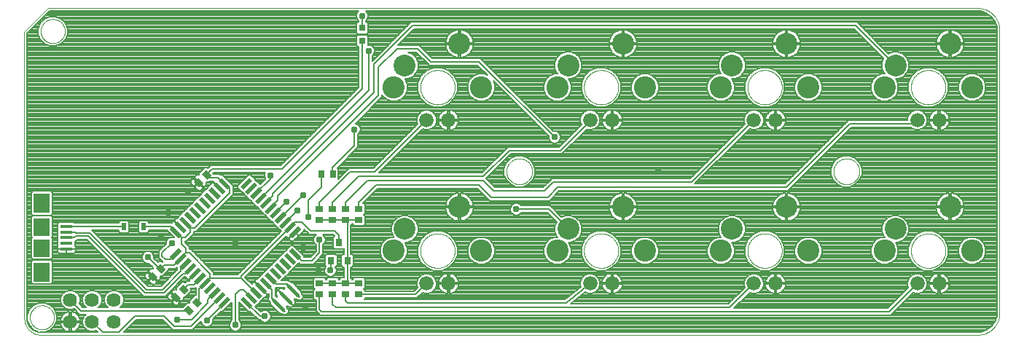
<source format=gtl>
G75*
%MOIN*%
%OFA0B0*%
%FSLAX25Y25*%
%IPPOS*%
%LPD*%
%AMOC8*
5,1,8,0,0,1.08239X$1,22.5*
%
%ADD10C,0.00000*%
%ADD11R,0.05906X0.01969*%
%ADD12R,0.01969X0.05906*%
%ADD13C,0.06400*%
%ADD14R,0.02756X0.03543*%
%ADD15C,0.01772*%
%ADD16C,0.01000*%
%ADD17R,0.05512X0.01575*%
%ADD18R,0.07480X0.07874*%
%ADD19R,0.07480X0.08661*%
%ADD20R,0.02480X0.03268*%
%ADD21R,0.03150X0.03543*%
%ADD22C,0.10000*%
%ADD23C,0.10124*%
%ADD24C,0.06600*%
%ADD25R,0.03543X0.02756*%
%ADD26R,0.03150X0.03150*%
%ADD27C,0.03100*%
%ADD28C,0.00800*%
%ADD29C,0.00700*%
D10*
X0022972Y0002598D02*
X0451472Y0002598D01*
X0451714Y0002601D01*
X0451955Y0002610D01*
X0452196Y0002624D01*
X0452437Y0002645D01*
X0452677Y0002671D01*
X0452917Y0002703D01*
X0453156Y0002741D01*
X0453393Y0002784D01*
X0453630Y0002834D01*
X0453865Y0002889D01*
X0454099Y0002949D01*
X0454331Y0003016D01*
X0454562Y0003087D01*
X0454791Y0003165D01*
X0455018Y0003248D01*
X0455243Y0003336D01*
X0455466Y0003430D01*
X0455686Y0003529D01*
X0455904Y0003634D01*
X0456119Y0003743D01*
X0456332Y0003858D01*
X0456542Y0003978D01*
X0456748Y0004103D01*
X0456952Y0004233D01*
X0457153Y0004368D01*
X0457350Y0004508D01*
X0457544Y0004652D01*
X0457734Y0004801D01*
X0457920Y0004955D01*
X0458103Y0005113D01*
X0458282Y0005275D01*
X0458457Y0005442D01*
X0458628Y0005613D01*
X0458795Y0005788D01*
X0458957Y0005967D01*
X0459115Y0006150D01*
X0459269Y0006336D01*
X0459418Y0006526D01*
X0459562Y0006720D01*
X0459702Y0006917D01*
X0459837Y0007118D01*
X0459967Y0007322D01*
X0460092Y0007528D01*
X0460212Y0007738D01*
X0460327Y0007951D01*
X0460436Y0008166D01*
X0460541Y0008384D01*
X0460640Y0008604D01*
X0460734Y0008827D01*
X0460822Y0009052D01*
X0460905Y0009279D01*
X0460983Y0009508D01*
X0461054Y0009739D01*
X0461121Y0009971D01*
X0461181Y0010205D01*
X0461236Y0010440D01*
X0461286Y0010677D01*
X0461329Y0010914D01*
X0461367Y0011153D01*
X0461399Y0011393D01*
X0461425Y0011633D01*
X0461446Y0011874D01*
X0461460Y0012115D01*
X0461469Y0012356D01*
X0461472Y0012598D01*
X0461472Y0142098D01*
X0461469Y0142340D01*
X0461460Y0142581D01*
X0461446Y0142822D01*
X0461425Y0143063D01*
X0461399Y0143303D01*
X0461367Y0143543D01*
X0461329Y0143782D01*
X0461286Y0144019D01*
X0461236Y0144256D01*
X0461181Y0144491D01*
X0461121Y0144725D01*
X0461054Y0144957D01*
X0460983Y0145188D01*
X0460905Y0145417D01*
X0460822Y0145644D01*
X0460734Y0145869D01*
X0460640Y0146092D01*
X0460541Y0146312D01*
X0460436Y0146530D01*
X0460327Y0146745D01*
X0460212Y0146958D01*
X0460092Y0147168D01*
X0459967Y0147374D01*
X0459837Y0147578D01*
X0459702Y0147779D01*
X0459562Y0147976D01*
X0459418Y0148170D01*
X0459269Y0148360D01*
X0459115Y0148546D01*
X0458957Y0148729D01*
X0458795Y0148908D01*
X0458628Y0149083D01*
X0458457Y0149254D01*
X0458282Y0149421D01*
X0458103Y0149583D01*
X0457920Y0149741D01*
X0457734Y0149895D01*
X0457544Y0150044D01*
X0457350Y0150188D01*
X0457153Y0150328D01*
X0456952Y0150463D01*
X0456748Y0150593D01*
X0456542Y0150718D01*
X0456332Y0150838D01*
X0456119Y0150953D01*
X0455904Y0151062D01*
X0455686Y0151167D01*
X0455466Y0151266D01*
X0455243Y0151360D01*
X0455018Y0151448D01*
X0454791Y0151531D01*
X0454562Y0151609D01*
X0454331Y0151680D01*
X0454099Y0151747D01*
X0453865Y0151807D01*
X0453630Y0151862D01*
X0453393Y0151912D01*
X0453156Y0151955D01*
X0452917Y0151993D01*
X0452677Y0152025D01*
X0452437Y0152051D01*
X0452196Y0152072D01*
X0451955Y0152086D01*
X0451714Y0152095D01*
X0451472Y0152098D01*
X0026472Y0152098D01*
X0015472Y0141098D01*
X0015472Y0010098D01*
X0015474Y0009917D01*
X0015481Y0009736D01*
X0015492Y0009555D01*
X0015507Y0009374D01*
X0015527Y0009194D01*
X0015551Y0009014D01*
X0015579Y0008835D01*
X0015612Y0008657D01*
X0015649Y0008480D01*
X0015690Y0008303D01*
X0015735Y0008128D01*
X0015785Y0007953D01*
X0015839Y0007780D01*
X0015897Y0007609D01*
X0015959Y0007438D01*
X0016026Y0007270D01*
X0016096Y0007103D01*
X0016170Y0006937D01*
X0016249Y0006774D01*
X0016331Y0006613D01*
X0016417Y0006453D01*
X0016507Y0006296D01*
X0016601Y0006141D01*
X0016698Y0005988D01*
X0016800Y0005838D01*
X0016904Y0005690D01*
X0017013Y0005544D01*
X0017124Y0005402D01*
X0017240Y0005262D01*
X0017358Y0005125D01*
X0017480Y0004990D01*
X0017605Y0004859D01*
X0017733Y0004731D01*
X0017864Y0004606D01*
X0017999Y0004484D01*
X0018136Y0004366D01*
X0018276Y0004250D01*
X0018418Y0004139D01*
X0018564Y0004030D01*
X0018712Y0003926D01*
X0018862Y0003824D01*
X0019015Y0003727D01*
X0019170Y0003633D01*
X0019327Y0003543D01*
X0019487Y0003457D01*
X0019648Y0003375D01*
X0019811Y0003296D01*
X0019977Y0003222D01*
X0020144Y0003152D01*
X0020312Y0003085D01*
X0020483Y0003023D01*
X0020654Y0002965D01*
X0020827Y0002911D01*
X0021002Y0002861D01*
X0021177Y0002816D01*
X0021354Y0002775D01*
X0021531Y0002738D01*
X0021709Y0002705D01*
X0021888Y0002677D01*
X0022068Y0002653D01*
X0022248Y0002633D01*
X0022429Y0002618D01*
X0022610Y0002607D01*
X0022791Y0002600D01*
X0022972Y0002598D01*
X0018004Y0010567D02*
X0018006Y0010715D01*
X0018012Y0010863D01*
X0018022Y0011011D01*
X0018036Y0011158D01*
X0018054Y0011305D01*
X0018075Y0011451D01*
X0018101Y0011597D01*
X0018131Y0011742D01*
X0018164Y0011886D01*
X0018202Y0012029D01*
X0018243Y0012171D01*
X0018288Y0012312D01*
X0018336Y0012452D01*
X0018389Y0012591D01*
X0018445Y0012728D01*
X0018505Y0012863D01*
X0018568Y0012997D01*
X0018635Y0013129D01*
X0018706Y0013259D01*
X0018780Y0013387D01*
X0018857Y0013513D01*
X0018938Y0013637D01*
X0019022Y0013759D01*
X0019109Y0013878D01*
X0019200Y0013995D01*
X0019294Y0014110D01*
X0019390Y0014222D01*
X0019490Y0014332D01*
X0019592Y0014438D01*
X0019698Y0014542D01*
X0019806Y0014643D01*
X0019917Y0014741D01*
X0020030Y0014837D01*
X0020146Y0014929D01*
X0020264Y0015018D01*
X0020385Y0015103D01*
X0020508Y0015186D01*
X0020633Y0015265D01*
X0020760Y0015341D01*
X0020889Y0015413D01*
X0021020Y0015482D01*
X0021153Y0015547D01*
X0021288Y0015608D01*
X0021424Y0015666D01*
X0021561Y0015721D01*
X0021700Y0015771D01*
X0021841Y0015818D01*
X0021982Y0015861D01*
X0022125Y0015901D01*
X0022269Y0015936D01*
X0022413Y0015968D01*
X0022559Y0015995D01*
X0022705Y0016019D01*
X0022852Y0016039D01*
X0022999Y0016055D01*
X0023146Y0016067D01*
X0023294Y0016075D01*
X0023442Y0016079D01*
X0023590Y0016079D01*
X0023738Y0016075D01*
X0023886Y0016067D01*
X0024033Y0016055D01*
X0024180Y0016039D01*
X0024327Y0016019D01*
X0024473Y0015995D01*
X0024619Y0015968D01*
X0024763Y0015936D01*
X0024907Y0015901D01*
X0025050Y0015861D01*
X0025191Y0015818D01*
X0025332Y0015771D01*
X0025471Y0015721D01*
X0025608Y0015666D01*
X0025744Y0015608D01*
X0025879Y0015547D01*
X0026012Y0015482D01*
X0026143Y0015413D01*
X0026272Y0015341D01*
X0026399Y0015265D01*
X0026524Y0015186D01*
X0026647Y0015103D01*
X0026768Y0015018D01*
X0026886Y0014929D01*
X0027002Y0014837D01*
X0027115Y0014741D01*
X0027226Y0014643D01*
X0027334Y0014542D01*
X0027440Y0014438D01*
X0027542Y0014332D01*
X0027642Y0014222D01*
X0027738Y0014110D01*
X0027832Y0013995D01*
X0027923Y0013878D01*
X0028010Y0013759D01*
X0028094Y0013637D01*
X0028175Y0013513D01*
X0028252Y0013387D01*
X0028326Y0013259D01*
X0028397Y0013129D01*
X0028464Y0012997D01*
X0028527Y0012863D01*
X0028587Y0012728D01*
X0028643Y0012591D01*
X0028696Y0012452D01*
X0028744Y0012312D01*
X0028789Y0012171D01*
X0028830Y0012029D01*
X0028868Y0011886D01*
X0028901Y0011742D01*
X0028931Y0011597D01*
X0028957Y0011451D01*
X0028978Y0011305D01*
X0028996Y0011158D01*
X0029010Y0011011D01*
X0029020Y0010863D01*
X0029026Y0010715D01*
X0029028Y0010567D01*
X0029026Y0010419D01*
X0029020Y0010271D01*
X0029010Y0010123D01*
X0028996Y0009976D01*
X0028978Y0009829D01*
X0028957Y0009683D01*
X0028931Y0009537D01*
X0028901Y0009392D01*
X0028868Y0009248D01*
X0028830Y0009105D01*
X0028789Y0008963D01*
X0028744Y0008822D01*
X0028696Y0008682D01*
X0028643Y0008543D01*
X0028587Y0008406D01*
X0028527Y0008271D01*
X0028464Y0008137D01*
X0028397Y0008005D01*
X0028326Y0007875D01*
X0028252Y0007747D01*
X0028175Y0007621D01*
X0028094Y0007497D01*
X0028010Y0007375D01*
X0027923Y0007256D01*
X0027832Y0007139D01*
X0027738Y0007024D01*
X0027642Y0006912D01*
X0027542Y0006802D01*
X0027440Y0006696D01*
X0027334Y0006592D01*
X0027226Y0006491D01*
X0027115Y0006393D01*
X0027002Y0006297D01*
X0026886Y0006205D01*
X0026768Y0006116D01*
X0026647Y0006031D01*
X0026524Y0005948D01*
X0026399Y0005869D01*
X0026272Y0005793D01*
X0026143Y0005721D01*
X0026012Y0005652D01*
X0025879Y0005587D01*
X0025744Y0005526D01*
X0025608Y0005468D01*
X0025471Y0005413D01*
X0025332Y0005363D01*
X0025191Y0005316D01*
X0025050Y0005273D01*
X0024907Y0005233D01*
X0024763Y0005198D01*
X0024619Y0005166D01*
X0024473Y0005139D01*
X0024327Y0005115D01*
X0024180Y0005095D01*
X0024033Y0005079D01*
X0023886Y0005067D01*
X0023738Y0005059D01*
X0023590Y0005055D01*
X0023442Y0005055D01*
X0023294Y0005059D01*
X0023146Y0005067D01*
X0022999Y0005079D01*
X0022852Y0005095D01*
X0022705Y0005115D01*
X0022559Y0005139D01*
X0022413Y0005166D01*
X0022269Y0005198D01*
X0022125Y0005233D01*
X0021982Y0005273D01*
X0021841Y0005316D01*
X0021700Y0005363D01*
X0021561Y0005413D01*
X0021424Y0005468D01*
X0021288Y0005526D01*
X0021153Y0005587D01*
X0021020Y0005652D01*
X0020889Y0005721D01*
X0020760Y0005793D01*
X0020633Y0005869D01*
X0020508Y0005948D01*
X0020385Y0006031D01*
X0020264Y0006116D01*
X0020146Y0006205D01*
X0020030Y0006297D01*
X0019917Y0006393D01*
X0019806Y0006491D01*
X0019698Y0006592D01*
X0019592Y0006696D01*
X0019490Y0006802D01*
X0019390Y0006912D01*
X0019294Y0007024D01*
X0019200Y0007139D01*
X0019109Y0007256D01*
X0019022Y0007375D01*
X0018938Y0007497D01*
X0018857Y0007621D01*
X0018780Y0007747D01*
X0018706Y0007875D01*
X0018635Y0008005D01*
X0018568Y0008137D01*
X0018505Y0008271D01*
X0018445Y0008406D01*
X0018389Y0008543D01*
X0018336Y0008682D01*
X0018288Y0008822D01*
X0018243Y0008963D01*
X0018202Y0009105D01*
X0018164Y0009248D01*
X0018131Y0009392D01*
X0018101Y0009537D01*
X0018075Y0009683D01*
X0018054Y0009829D01*
X0018036Y0009976D01*
X0018022Y0010123D01*
X0018012Y0010271D01*
X0018006Y0010419D01*
X0018004Y0010567D01*
X0196574Y0041094D02*
X0196576Y0041287D01*
X0196583Y0041480D01*
X0196595Y0041673D01*
X0196612Y0041866D01*
X0196633Y0042058D01*
X0196659Y0042250D01*
X0196690Y0042440D01*
X0196725Y0042630D01*
X0196765Y0042819D01*
X0196810Y0043007D01*
X0196859Y0043194D01*
X0196913Y0043380D01*
X0196971Y0043564D01*
X0197034Y0043747D01*
X0197102Y0043928D01*
X0197173Y0044108D01*
X0197250Y0044285D01*
X0197330Y0044461D01*
X0197415Y0044635D01*
X0197504Y0044806D01*
X0197597Y0044976D01*
X0197694Y0045143D01*
X0197796Y0045307D01*
X0197901Y0045469D01*
X0198011Y0045628D01*
X0198124Y0045785D01*
X0198241Y0045939D01*
X0198362Y0046090D01*
X0198486Y0046238D01*
X0198614Y0046383D01*
X0198746Y0046524D01*
X0198881Y0046662D01*
X0199019Y0046797D01*
X0199160Y0046929D01*
X0199305Y0047057D01*
X0199453Y0047181D01*
X0199604Y0047302D01*
X0199758Y0047419D01*
X0199915Y0047532D01*
X0200074Y0047642D01*
X0200236Y0047747D01*
X0200400Y0047849D01*
X0200567Y0047946D01*
X0200737Y0048039D01*
X0200908Y0048128D01*
X0201082Y0048213D01*
X0201258Y0048293D01*
X0201435Y0048370D01*
X0201615Y0048441D01*
X0201796Y0048509D01*
X0201979Y0048572D01*
X0202163Y0048630D01*
X0202349Y0048684D01*
X0202536Y0048733D01*
X0202724Y0048778D01*
X0202913Y0048818D01*
X0203103Y0048853D01*
X0203293Y0048884D01*
X0203485Y0048910D01*
X0203677Y0048931D01*
X0203870Y0048948D01*
X0204063Y0048960D01*
X0204256Y0048967D01*
X0204449Y0048969D01*
X0204642Y0048967D01*
X0204835Y0048960D01*
X0205028Y0048948D01*
X0205221Y0048931D01*
X0205413Y0048910D01*
X0205605Y0048884D01*
X0205795Y0048853D01*
X0205985Y0048818D01*
X0206174Y0048778D01*
X0206362Y0048733D01*
X0206549Y0048684D01*
X0206735Y0048630D01*
X0206919Y0048572D01*
X0207102Y0048509D01*
X0207283Y0048441D01*
X0207463Y0048370D01*
X0207640Y0048293D01*
X0207816Y0048213D01*
X0207990Y0048128D01*
X0208161Y0048039D01*
X0208331Y0047946D01*
X0208498Y0047849D01*
X0208662Y0047747D01*
X0208824Y0047642D01*
X0208983Y0047532D01*
X0209140Y0047419D01*
X0209294Y0047302D01*
X0209445Y0047181D01*
X0209593Y0047057D01*
X0209738Y0046929D01*
X0209879Y0046797D01*
X0210017Y0046662D01*
X0210152Y0046524D01*
X0210284Y0046383D01*
X0210412Y0046238D01*
X0210536Y0046090D01*
X0210657Y0045939D01*
X0210774Y0045785D01*
X0210887Y0045628D01*
X0210997Y0045469D01*
X0211102Y0045307D01*
X0211204Y0045143D01*
X0211301Y0044976D01*
X0211394Y0044806D01*
X0211483Y0044635D01*
X0211568Y0044461D01*
X0211648Y0044285D01*
X0211725Y0044108D01*
X0211796Y0043928D01*
X0211864Y0043747D01*
X0211927Y0043564D01*
X0211985Y0043380D01*
X0212039Y0043194D01*
X0212088Y0043007D01*
X0212133Y0042819D01*
X0212173Y0042630D01*
X0212208Y0042440D01*
X0212239Y0042250D01*
X0212265Y0042058D01*
X0212286Y0041866D01*
X0212303Y0041673D01*
X0212315Y0041480D01*
X0212322Y0041287D01*
X0212324Y0041094D01*
X0212322Y0040901D01*
X0212315Y0040708D01*
X0212303Y0040515D01*
X0212286Y0040322D01*
X0212265Y0040130D01*
X0212239Y0039938D01*
X0212208Y0039748D01*
X0212173Y0039558D01*
X0212133Y0039369D01*
X0212088Y0039181D01*
X0212039Y0038994D01*
X0211985Y0038808D01*
X0211927Y0038624D01*
X0211864Y0038441D01*
X0211796Y0038260D01*
X0211725Y0038080D01*
X0211648Y0037903D01*
X0211568Y0037727D01*
X0211483Y0037553D01*
X0211394Y0037382D01*
X0211301Y0037212D01*
X0211204Y0037045D01*
X0211102Y0036881D01*
X0210997Y0036719D01*
X0210887Y0036560D01*
X0210774Y0036403D01*
X0210657Y0036249D01*
X0210536Y0036098D01*
X0210412Y0035950D01*
X0210284Y0035805D01*
X0210152Y0035664D01*
X0210017Y0035526D01*
X0209879Y0035391D01*
X0209738Y0035259D01*
X0209593Y0035131D01*
X0209445Y0035007D01*
X0209294Y0034886D01*
X0209140Y0034769D01*
X0208983Y0034656D01*
X0208824Y0034546D01*
X0208662Y0034441D01*
X0208498Y0034339D01*
X0208331Y0034242D01*
X0208161Y0034149D01*
X0207990Y0034060D01*
X0207816Y0033975D01*
X0207640Y0033895D01*
X0207463Y0033818D01*
X0207283Y0033747D01*
X0207102Y0033679D01*
X0206919Y0033616D01*
X0206735Y0033558D01*
X0206549Y0033504D01*
X0206362Y0033455D01*
X0206174Y0033410D01*
X0205985Y0033370D01*
X0205795Y0033335D01*
X0205605Y0033304D01*
X0205413Y0033278D01*
X0205221Y0033257D01*
X0205028Y0033240D01*
X0204835Y0033228D01*
X0204642Y0033221D01*
X0204449Y0033219D01*
X0204256Y0033221D01*
X0204063Y0033228D01*
X0203870Y0033240D01*
X0203677Y0033257D01*
X0203485Y0033278D01*
X0203293Y0033304D01*
X0203103Y0033335D01*
X0202913Y0033370D01*
X0202724Y0033410D01*
X0202536Y0033455D01*
X0202349Y0033504D01*
X0202163Y0033558D01*
X0201979Y0033616D01*
X0201796Y0033679D01*
X0201615Y0033747D01*
X0201435Y0033818D01*
X0201258Y0033895D01*
X0201082Y0033975D01*
X0200908Y0034060D01*
X0200737Y0034149D01*
X0200567Y0034242D01*
X0200400Y0034339D01*
X0200236Y0034441D01*
X0200074Y0034546D01*
X0199915Y0034656D01*
X0199758Y0034769D01*
X0199604Y0034886D01*
X0199453Y0035007D01*
X0199305Y0035131D01*
X0199160Y0035259D01*
X0199019Y0035391D01*
X0198881Y0035526D01*
X0198746Y0035664D01*
X0198614Y0035805D01*
X0198486Y0035950D01*
X0198362Y0036098D01*
X0198241Y0036249D01*
X0198124Y0036403D01*
X0198011Y0036560D01*
X0197901Y0036719D01*
X0197796Y0036881D01*
X0197694Y0037045D01*
X0197597Y0037212D01*
X0197504Y0037382D01*
X0197415Y0037553D01*
X0197330Y0037727D01*
X0197250Y0037903D01*
X0197173Y0038080D01*
X0197102Y0038260D01*
X0197034Y0038441D01*
X0196971Y0038624D01*
X0196913Y0038808D01*
X0196859Y0038994D01*
X0196810Y0039181D01*
X0196765Y0039369D01*
X0196725Y0039558D01*
X0196690Y0039748D01*
X0196659Y0039938D01*
X0196633Y0040130D01*
X0196612Y0040322D01*
X0196595Y0040515D01*
X0196583Y0040708D01*
X0196576Y0040901D01*
X0196574Y0041094D01*
X0271377Y0041094D02*
X0271379Y0041287D01*
X0271386Y0041480D01*
X0271398Y0041673D01*
X0271415Y0041866D01*
X0271436Y0042058D01*
X0271462Y0042250D01*
X0271493Y0042440D01*
X0271528Y0042630D01*
X0271568Y0042819D01*
X0271613Y0043007D01*
X0271662Y0043194D01*
X0271716Y0043380D01*
X0271774Y0043564D01*
X0271837Y0043747D01*
X0271905Y0043928D01*
X0271976Y0044108D01*
X0272053Y0044285D01*
X0272133Y0044461D01*
X0272218Y0044635D01*
X0272307Y0044806D01*
X0272400Y0044976D01*
X0272497Y0045143D01*
X0272599Y0045307D01*
X0272704Y0045469D01*
X0272814Y0045628D01*
X0272927Y0045785D01*
X0273044Y0045939D01*
X0273165Y0046090D01*
X0273289Y0046238D01*
X0273417Y0046383D01*
X0273549Y0046524D01*
X0273684Y0046662D01*
X0273822Y0046797D01*
X0273963Y0046929D01*
X0274108Y0047057D01*
X0274256Y0047181D01*
X0274407Y0047302D01*
X0274561Y0047419D01*
X0274718Y0047532D01*
X0274877Y0047642D01*
X0275039Y0047747D01*
X0275203Y0047849D01*
X0275370Y0047946D01*
X0275540Y0048039D01*
X0275711Y0048128D01*
X0275885Y0048213D01*
X0276061Y0048293D01*
X0276238Y0048370D01*
X0276418Y0048441D01*
X0276599Y0048509D01*
X0276782Y0048572D01*
X0276966Y0048630D01*
X0277152Y0048684D01*
X0277339Y0048733D01*
X0277527Y0048778D01*
X0277716Y0048818D01*
X0277906Y0048853D01*
X0278096Y0048884D01*
X0278288Y0048910D01*
X0278480Y0048931D01*
X0278673Y0048948D01*
X0278866Y0048960D01*
X0279059Y0048967D01*
X0279252Y0048969D01*
X0279445Y0048967D01*
X0279638Y0048960D01*
X0279831Y0048948D01*
X0280024Y0048931D01*
X0280216Y0048910D01*
X0280408Y0048884D01*
X0280598Y0048853D01*
X0280788Y0048818D01*
X0280977Y0048778D01*
X0281165Y0048733D01*
X0281352Y0048684D01*
X0281538Y0048630D01*
X0281722Y0048572D01*
X0281905Y0048509D01*
X0282086Y0048441D01*
X0282266Y0048370D01*
X0282443Y0048293D01*
X0282619Y0048213D01*
X0282793Y0048128D01*
X0282964Y0048039D01*
X0283134Y0047946D01*
X0283301Y0047849D01*
X0283465Y0047747D01*
X0283627Y0047642D01*
X0283786Y0047532D01*
X0283943Y0047419D01*
X0284097Y0047302D01*
X0284248Y0047181D01*
X0284396Y0047057D01*
X0284541Y0046929D01*
X0284682Y0046797D01*
X0284820Y0046662D01*
X0284955Y0046524D01*
X0285087Y0046383D01*
X0285215Y0046238D01*
X0285339Y0046090D01*
X0285460Y0045939D01*
X0285577Y0045785D01*
X0285690Y0045628D01*
X0285800Y0045469D01*
X0285905Y0045307D01*
X0286007Y0045143D01*
X0286104Y0044976D01*
X0286197Y0044806D01*
X0286286Y0044635D01*
X0286371Y0044461D01*
X0286451Y0044285D01*
X0286528Y0044108D01*
X0286599Y0043928D01*
X0286667Y0043747D01*
X0286730Y0043564D01*
X0286788Y0043380D01*
X0286842Y0043194D01*
X0286891Y0043007D01*
X0286936Y0042819D01*
X0286976Y0042630D01*
X0287011Y0042440D01*
X0287042Y0042250D01*
X0287068Y0042058D01*
X0287089Y0041866D01*
X0287106Y0041673D01*
X0287118Y0041480D01*
X0287125Y0041287D01*
X0287127Y0041094D01*
X0287125Y0040901D01*
X0287118Y0040708D01*
X0287106Y0040515D01*
X0287089Y0040322D01*
X0287068Y0040130D01*
X0287042Y0039938D01*
X0287011Y0039748D01*
X0286976Y0039558D01*
X0286936Y0039369D01*
X0286891Y0039181D01*
X0286842Y0038994D01*
X0286788Y0038808D01*
X0286730Y0038624D01*
X0286667Y0038441D01*
X0286599Y0038260D01*
X0286528Y0038080D01*
X0286451Y0037903D01*
X0286371Y0037727D01*
X0286286Y0037553D01*
X0286197Y0037382D01*
X0286104Y0037212D01*
X0286007Y0037045D01*
X0285905Y0036881D01*
X0285800Y0036719D01*
X0285690Y0036560D01*
X0285577Y0036403D01*
X0285460Y0036249D01*
X0285339Y0036098D01*
X0285215Y0035950D01*
X0285087Y0035805D01*
X0284955Y0035664D01*
X0284820Y0035526D01*
X0284682Y0035391D01*
X0284541Y0035259D01*
X0284396Y0035131D01*
X0284248Y0035007D01*
X0284097Y0034886D01*
X0283943Y0034769D01*
X0283786Y0034656D01*
X0283627Y0034546D01*
X0283465Y0034441D01*
X0283301Y0034339D01*
X0283134Y0034242D01*
X0282964Y0034149D01*
X0282793Y0034060D01*
X0282619Y0033975D01*
X0282443Y0033895D01*
X0282266Y0033818D01*
X0282086Y0033747D01*
X0281905Y0033679D01*
X0281722Y0033616D01*
X0281538Y0033558D01*
X0281352Y0033504D01*
X0281165Y0033455D01*
X0280977Y0033410D01*
X0280788Y0033370D01*
X0280598Y0033335D01*
X0280408Y0033304D01*
X0280216Y0033278D01*
X0280024Y0033257D01*
X0279831Y0033240D01*
X0279638Y0033228D01*
X0279445Y0033221D01*
X0279252Y0033219D01*
X0279059Y0033221D01*
X0278866Y0033228D01*
X0278673Y0033240D01*
X0278480Y0033257D01*
X0278288Y0033278D01*
X0278096Y0033304D01*
X0277906Y0033335D01*
X0277716Y0033370D01*
X0277527Y0033410D01*
X0277339Y0033455D01*
X0277152Y0033504D01*
X0276966Y0033558D01*
X0276782Y0033616D01*
X0276599Y0033679D01*
X0276418Y0033747D01*
X0276238Y0033818D01*
X0276061Y0033895D01*
X0275885Y0033975D01*
X0275711Y0034060D01*
X0275540Y0034149D01*
X0275370Y0034242D01*
X0275203Y0034339D01*
X0275039Y0034441D01*
X0274877Y0034546D01*
X0274718Y0034656D01*
X0274561Y0034769D01*
X0274407Y0034886D01*
X0274256Y0035007D01*
X0274108Y0035131D01*
X0273963Y0035259D01*
X0273822Y0035391D01*
X0273684Y0035526D01*
X0273549Y0035664D01*
X0273417Y0035805D01*
X0273289Y0035950D01*
X0273165Y0036098D01*
X0273044Y0036249D01*
X0272927Y0036403D01*
X0272814Y0036560D01*
X0272704Y0036719D01*
X0272599Y0036881D01*
X0272497Y0037045D01*
X0272400Y0037212D01*
X0272307Y0037382D01*
X0272218Y0037553D01*
X0272133Y0037727D01*
X0272053Y0037903D01*
X0271976Y0038080D01*
X0271905Y0038260D01*
X0271837Y0038441D01*
X0271774Y0038624D01*
X0271716Y0038808D01*
X0271662Y0038994D01*
X0271613Y0039181D01*
X0271568Y0039369D01*
X0271528Y0039558D01*
X0271493Y0039748D01*
X0271462Y0039938D01*
X0271436Y0040130D01*
X0271415Y0040322D01*
X0271398Y0040515D01*
X0271386Y0040708D01*
X0271379Y0040901D01*
X0271377Y0041094D01*
X0346180Y0041094D02*
X0346182Y0041287D01*
X0346189Y0041480D01*
X0346201Y0041673D01*
X0346218Y0041866D01*
X0346239Y0042058D01*
X0346265Y0042250D01*
X0346296Y0042440D01*
X0346331Y0042630D01*
X0346371Y0042819D01*
X0346416Y0043007D01*
X0346465Y0043194D01*
X0346519Y0043380D01*
X0346577Y0043564D01*
X0346640Y0043747D01*
X0346708Y0043928D01*
X0346779Y0044108D01*
X0346856Y0044285D01*
X0346936Y0044461D01*
X0347021Y0044635D01*
X0347110Y0044806D01*
X0347203Y0044976D01*
X0347300Y0045143D01*
X0347402Y0045307D01*
X0347507Y0045469D01*
X0347617Y0045628D01*
X0347730Y0045785D01*
X0347847Y0045939D01*
X0347968Y0046090D01*
X0348092Y0046238D01*
X0348220Y0046383D01*
X0348352Y0046524D01*
X0348487Y0046662D01*
X0348625Y0046797D01*
X0348766Y0046929D01*
X0348911Y0047057D01*
X0349059Y0047181D01*
X0349210Y0047302D01*
X0349364Y0047419D01*
X0349521Y0047532D01*
X0349680Y0047642D01*
X0349842Y0047747D01*
X0350006Y0047849D01*
X0350173Y0047946D01*
X0350343Y0048039D01*
X0350514Y0048128D01*
X0350688Y0048213D01*
X0350864Y0048293D01*
X0351041Y0048370D01*
X0351221Y0048441D01*
X0351402Y0048509D01*
X0351585Y0048572D01*
X0351769Y0048630D01*
X0351955Y0048684D01*
X0352142Y0048733D01*
X0352330Y0048778D01*
X0352519Y0048818D01*
X0352709Y0048853D01*
X0352899Y0048884D01*
X0353091Y0048910D01*
X0353283Y0048931D01*
X0353476Y0048948D01*
X0353669Y0048960D01*
X0353862Y0048967D01*
X0354055Y0048969D01*
X0354248Y0048967D01*
X0354441Y0048960D01*
X0354634Y0048948D01*
X0354827Y0048931D01*
X0355019Y0048910D01*
X0355211Y0048884D01*
X0355401Y0048853D01*
X0355591Y0048818D01*
X0355780Y0048778D01*
X0355968Y0048733D01*
X0356155Y0048684D01*
X0356341Y0048630D01*
X0356525Y0048572D01*
X0356708Y0048509D01*
X0356889Y0048441D01*
X0357069Y0048370D01*
X0357246Y0048293D01*
X0357422Y0048213D01*
X0357596Y0048128D01*
X0357767Y0048039D01*
X0357937Y0047946D01*
X0358104Y0047849D01*
X0358268Y0047747D01*
X0358430Y0047642D01*
X0358589Y0047532D01*
X0358746Y0047419D01*
X0358900Y0047302D01*
X0359051Y0047181D01*
X0359199Y0047057D01*
X0359344Y0046929D01*
X0359485Y0046797D01*
X0359623Y0046662D01*
X0359758Y0046524D01*
X0359890Y0046383D01*
X0360018Y0046238D01*
X0360142Y0046090D01*
X0360263Y0045939D01*
X0360380Y0045785D01*
X0360493Y0045628D01*
X0360603Y0045469D01*
X0360708Y0045307D01*
X0360810Y0045143D01*
X0360907Y0044976D01*
X0361000Y0044806D01*
X0361089Y0044635D01*
X0361174Y0044461D01*
X0361254Y0044285D01*
X0361331Y0044108D01*
X0361402Y0043928D01*
X0361470Y0043747D01*
X0361533Y0043564D01*
X0361591Y0043380D01*
X0361645Y0043194D01*
X0361694Y0043007D01*
X0361739Y0042819D01*
X0361779Y0042630D01*
X0361814Y0042440D01*
X0361845Y0042250D01*
X0361871Y0042058D01*
X0361892Y0041866D01*
X0361909Y0041673D01*
X0361921Y0041480D01*
X0361928Y0041287D01*
X0361930Y0041094D01*
X0361928Y0040901D01*
X0361921Y0040708D01*
X0361909Y0040515D01*
X0361892Y0040322D01*
X0361871Y0040130D01*
X0361845Y0039938D01*
X0361814Y0039748D01*
X0361779Y0039558D01*
X0361739Y0039369D01*
X0361694Y0039181D01*
X0361645Y0038994D01*
X0361591Y0038808D01*
X0361533Y0038624D01*
X0361470Y0038441D01*
X0361402Y0038260D01*
X0361331Y0038080D01*
X0361254Y0037903D01*
X0361174Y0037727D01*
X0361089Y0037553D01*
X0361000Y0037382D01*
X0360907Y0037212D01*
X0360810Y0037045D01*
X0360708Y0036881D01*
X0360603Y0036719D01*
X0360493Y0036560D01*
X0360380Y0036403D01*
X0360263Y0036249D01*
X0360142Y0036098D01*
X0360018Y0035950D01*
X0359890Y0035805D01*
X0359758Y0035664D01*
X0359623Y0035526D01*
X0359485Y0035391D01*
X0359344Y0035259D01*
X0359199Y0035131D01*
X0359051Y0035007D01*
X0358900Y0034886D01*
X0358746Y0034769D01*
X0358589Y0034656D01*
X0358430Y0034546D01*
X0358268Y0034441D01*
X0358104Y0034339D01*
X0357937Y0034242D01*
X0357767Y0034149D01*
X0357596Y0034060D01*
X0357422Y0033975D01*
X0357246Y0033895D01*
X0357069Y0033818D01*
X0356889Y0033747D01*
X0356708Y0033679D01*
X0356525Y0033616D01*
X0356341Y0033558D01*
X0356155Y0033504D01*
X0355968Y0033455D01*
X0355780Y0033410D01*
X0355591Y0033370D01*
X0355401Y0033335D01*
X0355211Y0033304D01*
X0355019Y0033278D01*
X0354827Y0033257D01*
X0354634Y0033240D01*
X0354441Y0033228D01*
X0354248Y0033221D01*
X0354055Y0033219D01*
X0353862Y0033221D01*
X0353669Y0033228D01*
X0353476Y0033240D01*
X0353283Y0033257D01*
X0353091Y0033278D01*
X0352899Y0033304D01*
X0352709Y0033335D01*
X0352519Y0033370D01*
X0352330Y0033410D01*
X0352142Y0033455D01*
X0351955Y0033504D01*
X0351769Y0033558D01*
X0351585Y0033616D01*
X0351402Y0033679D01*
X0351221Y0033747D01*
X0351041Y0033818D01*
X0350864Y0033895D01*
X0350688Y0033975D01*
X0350514Y0034060D01*
X0350343Y0034149D01*
X0350173Y0034242D01*
X0350006Y0034339D01*
X0349842Y0034441D01*
X0349680Y0034546D01*
X0349521Y0034656D01*
X0349364Y0034769D01*
X0349210Y0034886D01*
X0349059Y0035007D01*
X0348911Y0035131D01*
X0348766Y0035259D01*
X0348625Y0035391D01*
X0348487Y0035526D01*
X0348352Y0035664D01*
X0348220Y0035805D01*
X0348092Y0035950D01*
X0347968Y0036098D01*
X0347847Y0036249D01*
X0347730Y0036403D01*
X0347617Y0036560D01*
X0347507Y0036719D01*
X0347402Y0036881D01*
X0347300Y0037045D01*
X0347203Y0037212D01*
X0347110Y0037382D01*
X0347021Y0037553D01*
X0346936Y0037727D01*
X0346856Y0037903D01*
X0346779Y0038080D01*
X0346708Y0038260D01*
X0346640Y0038441D01*
X0346577Y0038624D01*
X0346519Y0038808D01*
X0346465Y0038994D01*
X0346416Y0039181D01*
X0346371Y0039369D01*
X0346331Y0039558D01*
X0346296Y0039748D01*
X0346265Y0039938D01*
X0346239Y0040130D01*
X0346218Y0040322D01*
X0346201Y0040515D01*
X0346189Y0040708D01*
X0346182Y0040901D01*
X0346180Y0041094D01*
X0420983Y0041094D02*
X0420985Y0041287D01*
X0420992Y0041480D01*
X0421004Y0041673D01*
X0421021Y0041866D01*
X0421042Y0042058D01*
X0421068Y0042250D01*
X0421099Y0042440D01*
X0421134Y0042630D01*
X0421174Y0042819D01*
X0421219Y0043007D01*
X0421268Y0043194D01*
X0421322Y0043380D01*
X0421380Y0043564D01*
X0421443Y0043747D01*
X0421511Y0043928D01*
X0421582Y0044108D01*
X0421659Y0044285D01*
X0421739Y0044461D01*
X0421824Y0044635D01*
X0421913Y0044806D01*
X0422006Y0044976D01*
X0422103Y0045143D01*
X0422205Y0045307D01*
X0422310Y0045469D01*
X0422420Y0045628D01*
X0422533Y0045785D01*
X0422650Y0045939D01*
X0422771Y0046090D01*
X0422895Y0046238D01*
X0423023Y0046383D01*
X0423155Y0046524D01*
X0423290Y0046662D01*
X0423428Y0046797D01*
X0423569Y0046929D01*
X0423714Y0047057D01*
X0423862Y0047181D01*
X0424013Y0047302D01*
X0424167Y0047419D01*
X0424324Y0047532D01*
X0424483Y0047642D01*
X0424645Y0047747D01*
X0424809Y0047849D01*
X0424976Y0047946D01*
X0425146Y0048039D01*
X0425317Y0048128D01*
X0425491Y0048213D01*
X0425667Y0048293D01*
X0425844Y0048370D01*
X0426024Y0048441D01*
X0426205Y0048509D01*
X0426388Y0048572D01*
X0426572Y0048630D01*
X0426758Y0048684D01*
X0426945Y0048733D01*
X0427133Y0048778D01*
X0427322Y0048818D01*
X0427512Y0048853D01*
X0427702Y0048884D01*
X0427894Y0048910D01*
X0428086Y0048931D01*
X0428279Y0048948D01*
X0428472Y0048960D01*
X0428665Y0048967D01*
X0428858Y0048969D01*
X0429051Y0048967D01*
X0429244Y0048960D01*
X0429437Y0048948D01*
X0429630Y0048931D01*
X0429822Y0048910D01*
X0430014Y0048884D01*
X0430204Y0048853D01*
X0430394Y0048818D01*
X0430583Y0048778D01*
X0430771Y0048733D01*
X0430958Y0048684D01*
X0431144Y0048630D01*
X0431328Y0048572D01*
X0431511Y0048509D01*
X0431692Y0048441D01*
X0431872Y0048370D01*
X0432049Y0048293D01*
X0432225Y0048213D01*
X0432399Y0048128D01*
X0432570Y0048039D01*
X0432740Y0047946D01*
X0432907Y0047849D01*
X0433071Y0047747D01*
X0433233Y0047642D01*
X0433392Y0047532D01*
X0433549Y0047419D01*
X0433703Y0047302D01*
X0433854Y0047181D01*
X0434002Y0047057D01*
X0434147Y0046929D01*
X0434288Y0046797D01*
X0434426Y0046662D01*
X0434561Y0046524D01*
X0434693Y0046383D01*
X0434821Y0046238D01*
X0434945Y0046090D01*
X0435066Y0045939D01*
X0435183Y0045785D01*
X0435296Y0045628D01*
X0435406Y0045469D01*
X0435511Y0045307D01*
X0435613Y0045143D01*
X0435710Y0044976D01*
X0435803Y0044806D01*
X0435892Y0044635D01*
X0435977Y0044461D01*
X0436057Y0044285D01*
X0436134Y0044108D01*
X0436205Y0043928D01*
X0436273Y0043747D01*
X0436336Y0043564D01*
X0436394Y0043380D01*
X0436448Y0043194D01*
X0436497Y0043007D01*
X0436542Y0042819D01*
X0436582Y0042630D01*
X0436617Y0042440D01*
X0436648Y0042250D01*
X0436674Y0042058D01*
X0436695Y0041866D01*
X0436712Y0041673D01*
X0436724Y0041480D01*
X0436731Y0041287D01*
X0436733Y0041094D01*
X0436731Y0040901D01*
X0436724Y0040708D01*
X0436712Y0040515D01*
X0436695Y0040322D01*
X0436674Y0040130D01*
X0436648Y0039938D01*
X0436617Y0039748D01*
X0436582Y0039558D01*
X0436542Y0039369D01*
X0436497Y0039181D01*
X0436448Y0038994D01*
X0436394Y0038808D01*
X0436336Y0038624D01*
X0436273Y0038441D01*
X0436205Y0038260D01*
X0436134Y0038080D01*
X0436057Y0037903D01*
X0435977Y0037727D01*
X0435892Y0037553D01*
X0435803Y0037382D01*
X0435710Y0037212D01*
X0435613Y0037045D01*
X0435511Y0036881D01*
X0435406Y0036719D01*
X0435296Y0036560D01*
X0435183Y0036403D01*
X0435066Y0036249D01*
X0434945Y0036098D01*
X0434821Y0035950D01*
X0434693Y0035805D01*
X0434561Y0035664D01*
X0434426Y0035526D01*
X0434288Y0035391D01*
X0434147Y0035259D01*
X0434002Y0035131D01*
X0433854Y0035007D01*
X0433703Y0034886D01*
X0433549Y0034769D01*
X0433392Y0034656D01*
X0433233Y0034546D01*
X0433071Y0034441D01*
X0432907Y0034339D01*
X0432740Y0034242D01*
X0432570Y0034149D01*
X0432399Y0034060D01*
X0432225Y0033975D01*
X0432049Y0033895D01*
X0431872Y0033818D01*
X0431692Y0033747D01*
X0431511Y0033679D01*
X0431328Y0033616D01*
X0431144Y0033558D01*
X0430958Y0033504D01*
X0430771Y0033455D01*
X0430583Y0033410D01*
X0430394Y0033370D01*
X0430204Y0033335D01*
X0430014Y0033304D01*
X0429822Y0033278D01*
X0429630Y0033257D01*
X0429437Y0033240D01*
X0429244Y0033228D01*
X0429051Y0033221D01*
X0428858Y0033219D01*
X0428665Y0033221D01*
X0428472Y0033228D01*
X0428279Y0033240D01*
X0428086Y0033257D01*
X0427894Y0033278D01*
X0427702Y0033304D01*
X0427512Y0033335D01*
X0427322Y0033370D01*
X0427133Y0033410D01*
X0426945Y0033455D01*
X0426758Y0033504D01*
X0426572Y0033558D01*
X0426388Y0033616D01*
X0426205Y0033679D01*
X0426024Y0033747D01*
X0425844Y0033818D01*
X0425667Y0033895D01*
X0425491Y0033975D01*
X0425317Y0034060D01*
X0425146Y0034149D01*
X0424976Y0034242D01*
X0424809Y0034339D01*
X0424645Y0034441D01*
X0424483Y0034546D01*
X0424324Y0034656D01*
X0424167Y0034769D01*
X0424013Y0034886D01*
X0423862Y0035007D01*
X0423714Y0035131D01*
X0423569Y0035259D01*
X0423428Y0035391D01*
X0423290Y0035526D01*
X0423155Y0035664D01*
X0423023Y0035805D01*
X0422895Y0035950D01*
X0422771Y0036098D01*
X0422650Y0036249D01*
X0422533Y0036403D01*
X0422420Y0036560D01*
X0422310Y0036719D01*
X0422205Y0036881D01*
X0422103Y0037045D01*
X0422006Y0037212D01*
X0421913Y0037382D01*
X0421824Y0037553D01*
X0421739Y0037727D01*
X0421659Y0037903D01*
X0421582Y0038080D01*
X0421511Y0038260D01*
X0421443Y0038441D01*
X0421380Y0038624D01*
X0421322Y0038808D01*
X0421268Y0038994D01*
X0421219Y0039181D01*
X0421174Y0039369D01*
X0421134Y0039558D01*
X0421099Y0039748D01*
X0421068Y0039938D01*
X0421042Y0040130D01*
X0421021Y0040322D01*
X0421004Y0040515D01*
X0420992Y0040708D01*
X0420985Y0040901D01*
X0420983Y0041094D01*
X0385551Y0077401D02*
X0385553Y0077554D01*
X0385559Y0077708D01*
X0385569Y0077861D01*
X0385583Y0078013D01*
X0385601Y0078166D01*
X0385623Y0078317D01*
X0385648Y0078468D01*
X0385678Y0078619D01*
X0385712Y0078769D01*
X0385749Y0078917D01*
X0385790Y0079065D01*
X0385835Y0079211D01*
X0385884Y0079357D01*
X0385937Y0079501D01*
X0385993Y0079643D01*
X0386053Y0079784D01*
X0386117Y0079924D01*
X0386184Y0080062D01*
X0386255Y0080198D01*
X0386330Y0080332D01*
X0386407Y0080464D01*
X0386489Y0080594D01*
X0386573Y0080722D01*
X0386661Y0080848D01*
X0386752Y0080971D01*
X0386846Y0081092D01*
X0386944Y0081210D01*
X0387044Y0081326D01*
X0387148Y0081439D01*
X0387254Y0081550D01*
X0387363Y0081658D01*
X0387475Y0081763D01*
X0387589Y0081864D01*
X0387707Y0081963D01*
X0387826Y0082059D01*
X0387948Y0082152D01*
X0388073Y0082241D01*
X0388200Y0082328D01*
X0388329Y0082410D01*
X0388460Y0082490D01*
X0388593Y0082566D01*
X0388728Y0082639D01*
X0388865Y0082708D01*
X0389004Y0082773D01*
X0389144Y0082835D01*
X0389286Y0082893D01*
X0389429Y0082948D01*
X0389574Y0082999D01*
X0389720Y0083046D01*
X0389867Y0083089D01*
X0390015Y0083128D01*
X0390164Y0083164D01*
X0390314Y0083195D01*
X0390465Y0083223D01*
X0390616Y0083247D01*
X0390769Y0083267D01*
X0390921Y0083283D01*
X0391074Y0083295D01*
X0391227Y0083303D01*
X0391380Y0083307D01*
X0391534Y0083307D01*
X0391687Y0083303D01*
X0391840Y0083295D01*
X0391993Y0083283D01*
X0392145Y0083267D01*
X0392298Y0083247D01*
X0392449Y0083223D01*
X0392600Y0083195D01*
X0392750Y0083164D01*
X0392899Y0083128D01*
X0393047Y0083089D01*
X0393194Y0083046D01*
X0393340Y0082999D01*
X0393485Y0082948D01*
X0393628Y0082893D01*
X0393770Y0082835D01*
X0393910Y0082773D01*
X0394049Y0082708D01*
X0394186Y0082639D01*
X0394321Y0082566D01*
X0394454Y0082490D01*
X0394585Y0082410D01*
X0394714Y0082328D01*
X0394841Y0082241D01*
X0394966Y0082152D01*
X0395088Y0082059D01*
X0395207Y0081963D01*
X0395325Y0081864D01*
X0395439Y0081763D01*
X0395551Y0081658D01*
X0395660Y0081550D01*
X0395766Y0081439D01*
X0395870Y0081326D01*
X0395970Y0081210D01*
X0396068Y0081092D01*
X0396162Y0080971D01*
X0396253Y0080848D01*
X0396341Y0080722D01*
X0396425Y0080594D01*
X0396507Y0080464D01*
X0396584Y0080332D01*
X0396659Y0080198D01*
X0396730Y0080062D01*
X0396797Y0079924D01*
X0396861Y0079784D01*
X0396921Y0079643D01*
X0396977Y0079501D01*
X0397030Y0079357D01*
X0397079Y0079211D01*
X0397124Y0079065D01*
X0397165Y0078917D01*
X0397202Y0078769D01*
X0397236Y0078619D01*
X0397266Y0078468D01*
X0397291Y0078317D01*
X0397313Y0078166D01*
X0397331Y0078013D01*
X0397345Y0077861D01*
X0397355Y0077708D01*
X0397361Y0077554D01*
X0397363Y0077401D01*
X0397361Y0077248D01*
X0397355Y0077094D01*
X0397345Y0076941D01*
X0397331Y0076789D01*
X0397313Y0076636D01*
X0397291Y0076485D01*
X0397266Y0076334D01*
X0397236Y0076183D01*
X0397202Y0076033D01*
X0397165Y0075885D01*
X0397124Y0075737D01*
X0397079Y0075591D01*
X0397030Y0075445D01*
X0396977Y0075301D01*
X0396921Y0075159D01*
X0396861Y0075018D01*
X0396797Y0074878D01*
X0396730Y0074740D01*
X0396659Y0074604D01*
X0396584Y0074470D01*
X0396507Y0074338D01*
X0396425Y0074208D01*
X0396341Y0074080D01*
X0396253Y0073954D01*
X0396162Y0073831D01*
X0396068Y0073710D01*
X0395970Y0073592D01*
X0395870Y0073476D01*
X0395766Y0073363D01*
X0395660Y0073252D01*
X0395551Y0073144D01*
X0395439Y0073039D01*
X0395325Y0072938D01*
X0395207Y0072839D01*
X0395088Y0072743D01*
X0394966Y0072650D01*
X0394841Y0072561D01*
X0394714Y0072474D01*
X0394585Y0072392D01*
X0394454Y0072312D01*
X0394321Y0072236D01*
X0394186Y0072163D01*
X0394049Y0072094D01*
X0393910Y0072029D01*
X0393770Y0071967D01*
X0393628Y0071909D01*
X0393485Y0071854D01*
X0393340Y0071803D01*
X0393194Y0071756D01*
X0393047Y0071713D01*
X0392899Y0071674D01*
X0392750Y0071638D01*
X0392600Y0071607D01*
X0392449Y0071579D01*
X0392298Y0071555D01*
X0392145Y0071535D01*
X0391993Y0071519D01*
X0391840Y0071507D01*
X0391687Y0071499D01*
X0391534Y0071495D01*
X0391380Y0071495D01*
X0391227Y0071499D01*
X0391074Y0071507D01*
X0390921Y0071519D01*
X0390769Y0071535D01*
X0390616Y0071555D01*
X0390465Y0071579D01*
X0390314Y0071607D01*
X0390164Y0071638D01*
X0390015Y0071674D01*
X0389867Y0071713D01*
X0389720Y0071756D01*
X0389574Y0071803D01*
X0389429Y0071854D01*
X0389286Y0071909D01*
X0389144Y0071967D01*
X0389004Y0072029D01*
X0388865Y0072094D01*
X0388728Y0072163D01*
X0388593Y0072236D01*
X0388460Y0072312D01*
X0388329Y0072392D01*
X0388200Y0072474D01*
X0388073Y0072561D01*
X0387948Y0072650D01*
X0387826Y0072743D01*
X0387707Y0072839D01*
X0387589Y0072938D01*
X0387475Y0073039D01*
X0387363Y0073144D01*
X0387254Y0073252D01*
X0387148Y0073363D01*
X0387044Y0073476D01*
X0386944Y0073592D01*
X0386846Y0073710D01*
X0386752Y0073831D01*
X0386661Y0073954D01*
X0386573Y0074080D01*
X0386489Y0074208D01*
X0386407Y0074338D01*
X0386330Y0074470D01*
X0386255Y0074604D01*
X0386184Y0074740D01*
X0386117Y0074878D01*
X0386053Y0075018D01*
X0385993Y0075159D01*
X0385937Y0075301D01*
X0385884Y0075445D01*
X0385835Y0075591D01*
X0385790Y0075737D01*
X0385749Y0075885D01*
X0385712Y0076033D01*
X0385678Y0076183D01*
X0385648Y0076334D01*
X0385623Y0076485D01*
X0385601Y0076636D01*
X0385583Y0076789D01*
X0385569Y0076941D01*
X0385559Y0077094D01*
X0385553Y0077248D01*
X0385551Y0077401D01*
X0346180Y0115898D02*
X0346182Y0116091D01*
X0346189Y0116284D01*
X0346201Y0116477D01*
X0346218Y0116670D01*
X0346239Y0116862D01*
X0346265Y0117054D01*
X0346296Y0117244D01*
X0346331Y0117434D01*
X0346371Y0117623D01*
X0346416Y0117811D01*
X0346465Y0117998D01*
X0346519Y0118184D01*
X0346577Y0118368D01*
X0346640Y0118551D01*
X0346708Y0118732D01*
X0346779Y0118912D01*
X0346856Y0119089D01*
X0346936Y0119265D01*
X0347021Y0119439D01*
X0347110Y0119610D01*
X0347203Y0119780D01*
X0347300Y0119947D01*
X0347402Y0120111D01*
X0347507Y0120273D01*
X0347617Y0120432D01*
X0347730Y0120589D01*
X0347847Y0120743D01*
X0347968Y0120894D01*
X0348092Y0121042D01*
X0348220Y0121187D01*
X0348352Y0121328D01*
X0348487Y0121466D01*
X0348625Y0121601D01*
X0348766Y0121733D01*
X0348911Y0121861D01*
X0349059Y0121985D01*
X0349210Y0122106D01*
X0349364Y0122223D01*
X0349521Y0122336D01*
X0349680Y0122446D01*
X0349842Y0122551D01*
X0350006Y0122653D01*
X0350173Y0122750D01*
X0350343Y0122843D01*
X0350514Y0122932D01*
X0350688Y0123017D01*
X0350864Y0123097D01*
X0351041Y0123174D01*
X0351221Y0123245D01*
X0351402Y0123313D01*
X0351585Y0123376D01*
X0351769Y0123434D01*
X0351955Y0123488D01*
X0352142Y0123537D01*
X0352330Y0123582D01*
X0352519Y0123622D01*
X0352709Y0123657D01*
X0352899Y0123688D01*
X0353091Y0123714D01*
X0353283Y0123735D01*
X0353476Y0123752D01*
X0353669Y0123764D01*
X0353862Y0123771D01*
X0354055Y0123773D01*
X0354248Y0123771D01*
X0354441Y0123764D01*
X0354634Y0123752D01*
X0354827Y0123735D01*
X0355019Y0123714D01*
X0355211Y0123688D01*
X0355401Y0123657D01*
X0355591Y0123622D01*
X0355780Y0123582D01*
X0355968Y0123537D01*
X0356155Y0123488D01*
X0356341Y0123434D01*
X0356525Y0123376D01*
X0356708Y0123313D01*
X0356889Y0123245D01*
X0357069Y0123174D01*
X0357246Y0123097D01*
X0357422Y0123017D01*
X0357596Y0122932D01*
X0357767Y0122843D01*
X0357937Y0122750D01*
X0358104Y0122653D01*
X0358268Y0122551D01*
X0358430Y0122446D01*
X0358589Y0122336D01*
X0358746Y0122223D01*
X0358900Y0122106D01*
X0359051Y0121985D01*
X0359199Y0121861D01*
X0359344Y0121733D01*
X0359485Y0121601D01*
X0359623Y0121466D01*
X0359758Y0121328D01*
X0359890Y0121187D01*
X0360018Y0121042D01*
X0360142Y0120894D01*
X0360263Y0120743D01*
X0360380Y0120589D01*
X0360493Y0120432D01*
X0360603Y0120273D01*
X0360708Y0120111D01*
X0360810Y0119947D01*
X0360907Y0119780D01*
X0361000Y0119610D01*
X0361089Y0119439D01*
X0361174Y0119265D01*
X0361254Y0119089D01*
X0361331Y0118912D01*
X0361402Y0118732D01*
X0361470Y0118551D01*
X0361533Y0118368D01*
X0361591Y0118184D01*
X0361645Y0117998D01*
X0361694Y0117811D01*
X0361739Y0117623D01*
X0361779Y0117434D01*
X0361814Y0117244D01*
X0361845Y0117054D01*
X0361871Y0116862D01*
X0361892Y0116670D01*
X0361909Y0116477D01*
X0361921Y0116284D01*
X0361928Y0116091D01*
X0361930Y0115898D01*
X0361928Y0115705D01*
X0361921Y0115512D01*
X0361909Y0115319D01*
X0361892Y0115126D01*
X0361871Y0114934D01*
X0361845Y0114742D01*
X0361814Y0114552D01*
X0361779Y0114362D01*
X0361739Y0114173D01*
X0361694Y0113985D01*
X0361645Y0113798D01*
X0361591Y0113612D01*
X0361533Y0113428D01*
X0361470Y0113245D01*
X0361402Y0113064D01*
X0361331Y0112884D01*
X0361254Y0112707D01*
X0361174Y0112531D01*
X0361089Y0112357D01*
X0361000Y0112186D01*
X0360907Y0112016D01*
X0360810Y0111849D01*
X0360708Y0111685D01*
X0360603Y0111523D01*
X0360493Y0111364D01*
X0360380Y0111207D01*
X0360263Y0111053D01*
X0360142Y0110902D01*
X0360018Y0110754D01*
X0359890Y0110609D01*
X0359758Y0110468D01*
X0359623Y0110330D01*
X0359485Y0110195D01*
X0359344Y0110063D01*
X0359199Y0109935D01*
X0359051Y0109811D01*
X0358900Y0109690D01*
X0358746Y0109573D01*
X0358589Y0109460D01*
X0358430Y0109350D01*
X0358268Y0109245D01*
X0358104Y0109143D01*
X0357937Y0109046D01*
X0357767Y0108953D01*
X0357596Y0108864D01*
X0357422Y0108779D01*
X0357246Y0108699D01*
X0357069Y0108622D01*
X0356889Y0108551D01*
X0356708Y0108483D01*
X0356525Y0108420D01*
X0356341Y0108362D01*
X0356155Y0108308D01*
X0355968Y0108259D01*
X0355780Y0108214D01*
X0355591Y0108174D01*
X0355401Y0108139D01*
X0355211Y0108108D01*
X0355019Y0108082D01*
X0354827Y0108061D01*
X0354634Y0108044D01*
X0354441Y0108032D01*
X0354248Y0108025D01*
X0354055Y0108023D01*
X0353862Y0108025D01*
X0353669Y0108032D01*
X0353476Y0108044D01*
X0353283Y0108061D01*
X0353091Y0108082D01*
X0352899Y0108108D01*
X0352709Y0108139D01*
X0352519Y0108174D01*
X0352330Y0108214D01*
X0352142Y0108259D01*
X0351955Y0108308D01*
X0351769Y0108362D01*
X0351585Y0108420D01*
X0351402Y0108483D01*
X0351221Y0108551D01*
X0351041Y0108622D01*
X0350864Y0108699D01*
X0350688Y0108779D01*
X0350514Y0108864D01*
X0350343Y0108953D01*
X0350173Y0109046D01*
X0350006Y0109143D01*
X0349842Y0109245D01*
X0349680Y0109350D01*
X0349521Y0109460D01*
X0349364Y0109573D01*
X0349210Y0109690D01*
X0349059Y0109811D01*
X0348911Y0109935D01*
X0348766Y0110063D01*
X0348625Y0110195D01*
X0348487Y0110330D01*
X0348352Y0110468D01*
X0348220Y0110609D01*
X0348092Y0110754D01*
X0347968Y0110902D01*
X0347847Y0111053D01*
X0347730Y0111207D01*
X0347617Y0111364D01*
X0347507Y0111523D01*
X0347402Y0111685D01*
X0347300Y0111849D01*
X0347203Y0112016D01*
X0347110Y0112186D01*
X0347021Y0112357D01*
X0346936Y0112531D01*
X0346856Y0112707D01*
X0346779Y0112884D01*
X0346708Y0113064D01*
X0346640Y0113245D01*
X0346577Y0113428D01*
X0346519Y0113612D01*
X0346465Y0113798D01*
X0346416Y0113985D01*
X0346371Y0114173D01*
X0346331Y0114362D01*
X0346296Y0114552D01*
X0346265Y0114742D01*
X0346239Y0114934D01*
X0346218Y0115126D01*
X0346201Y0115319D01*
X0346189Y0115512D01*
X0346182Y0115705D01*
X0346180Y0115898D01*
X0271377Y0115898D02*
X0271379Y0116091D01*
X0271386Y0116284D01*
X0271398Y0116477D01*
X0271415Y0116670D01*
X0271436Y0116862D01*
X0271462Y0117054D01*
X0271493Y0117244D01*
X0271528Y0117434D01*
X0271568Y0117623D01*
X0271613Y0117811D01*
X0271662Y0117998D01*
X0271716Y0118184D01*
X0271774Y0118368D01*
X0271837Y0118551D01*
X0271905Y0118732D01*
X0271976Y0118912D01*
X0272053Y0119089D01*
X0272133Y0119265D01*
X0272218Y0119439D01*
X0272307Y0119610D01*
X0272400Y0119780D01*
X0272497Y0119947D01*
X0272599Y0120111D01*
X0272704Y0120273D01*
X0272814Y0120432D01*
X0272927Y0120589D01*
X0273044Y0120743D01*
X0273165Y0120894D01*
X0273289Y0121042D01*
X0273417Y0121187D01*
X0273549Y0121328D01*
X0273684Y0121466D01*
X0273822Y0121601D01*
X0273963Y0121733D01*
X0274108Y0121861D01*
X0274256Y0121985D01*
X0274407Y0122106D01*
X0274561Y0122223D01*
X0274718Y0122336D01*
X0274877Y0122446D01*
X0275039Y0122551D01*
X0275203Y0122653D01*
X0275370Y0122750D01*
X0275540Y0122843D01*
X0275711Y0122932D01*
X0275885Y0123017D01*
X0276061Y0123097D01*
X0276238Y0123174D01*
X0276418Y0123245D01*
X0276599Y0123313D01*
X0276782Y0123376D01*
X0276966Y0123434D01*
X0277152Y0123488D01*
X0277339Y0123537D01*
X0277527Y0123582D01*
X0277716Y0123622D01*
X0277906Y0123657D01*
X0278096Y0123688D01*
X0278288Y0123714D01*
X0278480Y0123735D01*
X0278673Y0123752D01*
X0278866Y0123764D01*
X0279059Y0123771D01*
X0279252Y0123773D01*
X0279445Y0123771D01*
X0279638Y0123764D01*
X0279831Y0123752D01*
X0280024Y0123735D01*
X0280216Y0123714D01*
X0280408Y0123688D01*
X0280598Y0123657D01*
X0280788Y0123622D01*
X0280977Y0123582D01*
X0281165Y0123537D01*
X0281352Y0123488D01*
X0281538Y0123434D01*
X0281722Y0123376D01*
X0281905Y0123313D01*
X0282086Y0123245D01*
X0282266Y0123174D01*
X0282443Y0123097D01*
X0282619Y0123017D01*
X0282793Y0122932D01*
X0282964Y0122843D01*
X0283134Y0122750D01*
X0283301Y0122653D01*
X0283465Y0122551D01*
X0283627Y0122446D01*
X0283786Y0122336D01*
X0283943Y0122223D01*
X0284097Y0122106D01*
X0284248Y0121985D01*
X0284396Y0121861D01*
X0284541Y0121733D01*
X0284682Y0121601D01*
X0284820Y0121466D01*
X0284955Y0121328D01*
X0285087Y0121187D01*
X0285215Y0121042D01*
X0285339Y0120894D01*
X0285460Y0120743D01*
X0285577Y0120589D01*
X0285690Y0120432D01*
X0285800Y0120273D01*
X0285905Y0120111D01*
X0286007Y0119947D01*
X0286104Y0119780D01*
X0286197Y0119610D01*
X0286286Y0119439D01*
X0286371Y0119265D01*
X0286451Y0119089D01*
X0286528Y0118912D01*
X0286599Y0118732D01*
X0286667Y0118551D01*
X0286730Y0118368D01*
X0286788Y0118184D01*
X0286842Y0117998D01*
X0286891Y0117811D01*
X0286936Y0117623D01*
X0286976Y0117434D01*
X0287011Y0117244D01*
X0287042Y0117054D01*
X0287068Y0116862D01*
X0287089Y0116670D01*
X0287106Y0116477D01*
X0287118Y0116284D01*
X0287125Y0116091D01*
X0287127Y0115898D01*
X0287125Y0115705D01*
X0287118Y0115512D01*
X0287106Y0115319D01*
X0287089Y0115126D01*
X0287068Y0114934D01*
X0287042Y0114742D01*
X0287011Y0114552D01*
X0286976Y0114362D01*
X0286936Y0114173D01*
X0286891Y0113985D01*
X0286842Y0113798D01*
X0286788Y0113612D01*
X0286730Y0113428D01*
X0286667Y0113245D01*
X0286599Y0113064D01*
X0286528Y0112884D01*
X0286451Y0112707D01*
X0286371Y0112531D01*
X0286286Y0112357D01*
X0286197Y0112186D01*
X0286104Y0112016D01*
X0286007Y0111849D01*
X0285905Y0111685D01*
X0285800Y0111523D01*
X0285690Y0111364D01*
X0285577Y0111207D01*
X0285460Y0111053D01*
X0285339Y0110902D01*
X0285215Y0110754D01*
X0285087Y0110609D01*
X0284955Y0110468D01*
X0284820Y0110330D01*
X0284682Y0110195D01*
X0284541Y0110063D01*
X0284396Y0109935D01*
X0284248Y0109811D01*
X0284097Y0109690D01*
X0283943Y0109573D01*
X0283786Y0109460D01*
X0283627Y0109350D01*
X0283465Y0109245D01*
X0283301Y0109143D01*
X0283134Y0109046D01*
X0282964Y0108953D01*
X0282793Y0108864D01*
X0282619Y0108779D01*
X0282443Y0108699D01*
X0282266Y0108622D01*
X0282086Y0108551D01*
X0281905Y0108483D01*
X0281722Y0108420D01*
X0281538Y0108362D01*
X0281352Y0108308D01*
X0281165Y0108259D01*
X0280977Y0108214D01*
X0280788Y0108174D01*
X0280598Y0108139D01*
X0280408Y0108108D01*
X0280216Y0108082D01*
X0280024Y0108061D01*
X0279831Y0108044D01*
X0279638Y0108032D01*
X0279445Y0108025D01*
X0279252Y0108023D01*
X0279059Y0108025D01*
X0278866Y0108032D01*
X0278673Y0108044D01*
X0278480Y0108061D01*
X0278288Y0108082D01*
X0278096Y0108108D01*
X0277906Y0108139D01*
X0277716Y0108174D01*
X0277527Y0108214D01*
X0277339Y0108259D01*
X0277152Y0108308D01*
X0276966Y0108362D01*
X0276782Y0108420D01*
X0276599Y0108483D01*
X0276418Y0108551D01*
X0276238Y0108622D01*
X0276061Y0108699D01*
X0275885Y0108779D01*
X0275711Y0108864D01*
X0275540Y0108953D01*
X0275370Y0109046D01*
X0275203Y0109143D01*
X0275039Y0109245D01*
X0274877Y0109350D01*
X0274718Y0109460D01*
X0274561Y0109573D01*
X0274407Y0109690D01*
X0274256Y0109811D01*
X0274108Y0109935D01*
X0273963Y0110063D01*
X0273822Y0110195D01*
X0273684Y0110330D01*
X0273549Y0110468D01*
X0273417Y0110609D01*
X0273289Y0110754D01*
X0273165Y0110902D01*
X0273044Y0111053D01*
X0272927Y0111207D01*
X0272814Y0111364D01*
X0272704Y0111523D01*
X0272599Y0111685D01*
X0272497Y0111849D01*
X0272400Y0112016D01*
X0272307Y0112186D01*
X0272218Y0112357D01*
X0272133Y0112531D01*
X0272053Y0112707D01*
X0271976Y0112884D01*
X0271905Y0113064D01*
X0271837Y0113245D01*
X0271774Y0113428D01*
X0271716Y0113612D01*
X0271662Y0113798D01*
X0271613Y0113985D01*
X0271568Y0114173D01*
X0271528Y0114362D01*
X0271493Y0114552D01*
X0271462Y0114742D01*
X0271436Y0114934D01*
X0271415Y0115126D01*
X0271398Y0115319D01*
X0271386Y0115512D01*
X0271379Y0115705D01*
X0271377Y0115898D01*
X0196574Y0115898D02*
X0196576Y0116091D01*
X0196583Y0116284D01*
X0196595Y0116477D01*
X0196612Y0116670D01*
X0196633Y0116862D01*
X0196659Y0117054D01*
X0196690Y0117244D01*
X0196725Y0117434D01*
X0196765Y0117623D01*
X0196810Y0117811D01*
X0196859Y0117998D01*
X0196913Y0118184D01*
X0196971Y0118368D01*
X0197034Y0118551D01*
X0197102Y0118732D01*
X0197173Y0118912D01*
X0197250Y0119089D01*
X0197330Y0119265D01*
X0197415Y0119439D01*
X0197504Y0119610D01*
X0197597Y0119780D01*
X0197694Y0119947D01*
X0197796Y0120111D01*
X0197901Y0120273D01*
X0198011Y0120432D01*
X0198124Y0120589D01*
X0198241Y0120743D01*
X0198362Y0120894D01*
X0198486Y0121042D01*
X0198614Y0121187D01*
X0198746Y0121328D01*
X0198881Y0121466D01*
X0199019Y0121601D01*
X0199160Y0121733D01*
X0199305Y0121861D01*
X0199453Y0121985D01*
X0199604Y0122106D01*
X0199758Y0122223D01*
X0199915Y0122336D01*
X0200074Y0122446D01*
X0200236Y0122551D01*
X0200400Y0122653D01*
X0200567Y0122750D01*
X0200737Y0122843D01*
X0200908Y0122932D01*
X0201082Y0123017D01*
X0201258Y0123097D01*
X0201435Y0123174D01*
X0201615Y0123245D01*
X0201796Y0123313D01*
X0201979Y0123376D01*
X0202163Y0123434D01*
X0202349Y0123488D01*
X0202536Y0123537D01*
X0202724Y0123582D01*
X0202913Y0123622D01*
X0203103Y0123657D01*
X0203293Y0123688D01*
X0203485Y0123714D01*
X0203677Y0123735D01*
X0203870Y0123752D01*
X0204063Y0123764D01*
X0204256Y0123771D01*
X0204449Y0123773D01*
X0204642Y0123771D01*
X0204835Y0123764D01*
X0205028Y0123752D01*
X0205221Y0123735D01*
X0205413Y0123714D01*
X0205605Y0123688D01*
X0205795Y0123657D01*
X0205985Y0123622D01*
X0206174Y0123582D01*
X0206362Y0123537D01*
X0206549Y0123488D01*
X0206735Y0123434D01*
X0206919Y0123376D01*
X0207102Y0123313D01*
X0207283Y0123245D01*
X0207463Y0123174D01*
X0207640Y0123097D01*
X0207816Y0123017D01*
X0207990Y0122932D01*
X0208161Y0122843D01*
X0208331Y0122750D01*
X0208498Y0122653D01*
X0208662Y0122551D01*
X0208824Y0122446D01*
X0208983Y0122336D01*
X0209140Y0122223D01*
X0209294Y0122106D01*
X0209445Y0121985D01*
X0209593Y0121861D01*
X0209738Y0121733D01*
X0209879Y0121601D01*
X0210017Y0121466D01*
X0210152Y0121328D01*
X0210284Y0121187D01*
X0210412Y0121042D01*
X0210536Y0120894D01*
X0210657Y0120743D01*
X0210774Y0120589D01*
X0210887Y0120432D01*
X0210997Y0120273D01*
X0211102Y0120111D01*
X0211204Y0119947D01*
X0211301Y0119780D01*
X0211394Y0119610D01*
X0211483Y0119439D01*
X0211568Y0119265D01*
X0211648Y0119089D01*
X0211725Y0118912D01*
X0211796Y0118732D01*
X0211864Y0118551D01*
X0211927Y0118368D01*
X0211985Y0118184D01*
X0212039Y0117998D01*
X0212088Y0117811D01*
X0212133Y0117623D01*
X0212173Y0117434D01*
X0212208Y0117244D01*
X0212239Y0117054D01*
X0212265Y0116862D01*
X0212286Y0116670D01*
X0212303Y0116477D01*
X0212315Y0116284D01*
X0212322Y0116091D01*
X0212324Y0115898D01*
X0212322Y0115705D01*
X0212315Y0115512D01*
X0212303Y0115319D01*
X0212286Y0115126D01*
X0212265Y0114934D01*
X0212239Y0114742D01*
X0212208Y0114552D01*
X0212173Y0114362D01*
X0212133Y0114173D01*
X0212088Y0113985D01*
X0212039Y0113798D01*
X0211985Y0113612D01*
X0211927Y0113428D01*
X0211864Y0113245D01*
X0211796Y0113064D01*
X0211725Y0112884D01*
X0211648Y0112707D01*
X0211568Y0112531D01*
X0211483Y0112357D01*
X0211394Y0112186D01*
X0211301Y0112016D01*
X0211204Y0111849D01*
X0211102Y0111685D01*
X0210997Y0111523D01*
X0210887Y0111364D01*
X0210774Y0111207D01*
X0210657Y0111053D01*
X0210536Y0110902D01*
X0210412Y0110754D01*
X0210284Y0110609D01*
X0210152Y0110468D01*
X0210017Y0110330D01*
X0209879Y0110195D01*
X0209738Y0110063D01*
X0209593Y0109935D01*
X0209445Y0109811D01*
X0209294Y0109690D01*
X0209140Y0109573D01*
X0208983Y0109460D01*
X0208824Y0109350D01*
X0208662Y0109245D01*
X0208498Y0109143D01*
X0208331Y0109046D01*
X0208161Y0108953D01*
X0207990Y0108864D01*
X0207816Y0108779D01*
X0207640Y0108699D01*
X0207463Y0108622D01*
X0207283Y0108551D01*
X0207102Y0108483D01*
X0206919Y0108420D01*
X0206735Y0108362D01*
X0206549Y0108308D01*
X0206362Y0108259D01*
X0206174Y0108214D01*
X0205985Y0108174D01*
X0205795Y0108139D01*
X0205605Y0108108D01*
X0205413Y0108082D01*
X0205221Y0108061D01*
X0205028Y0108044D01*
X0204835Y0108032D01*
X0204642Y0108025D01*
X0204449Y0108023D01*
X0204256Y0108025D01*
X0204063Y0108032D01*
X0203870Y0108044D01*
X0203677Y0108061D01*
X0203485Y0108082D01*
X0203293Y0108108D01*
X0203103Y0108139D01*
X0202913Y0108174D01*
X0202724Y0108214D01*
X0202536Y0108259D01*
X0202349Y0108308D01*
X0202163Y0108362D01*
X0201979Y0108420D01*
X0201796Y0108483D01*
X0201615Y0108551D01*
X0201435Y0108622D01*
X0201258Y0108699D01*
X0201082Y0108779D01*
X0200908Y0108864D01*
X0200737Y0108953D01*
X0200567Y0109046D01*
X0200400Y0109143D01*
X0200236Y0109245D01*
X0200074Y0109350D01*
X0199915Y0109460D01*
X0199758Y0109573D01*
X0199604Y0109690D01*
X0199453Y0109811D01*
X0199305Y0109935D01*
X0199160Y0110063D01*
X0199019Y0110195D01*
X0198881Y0110330D01*
X0198746Y0110468D01*
X0198614Y0110609D01*
X0198486Y0110754D01*
X0198362Y0110902D01*
X0198241Y0111053D01*
X0198124Y0111207D01*
X0198011Y0111364D01*
X0197901Y0111523D01*
X0197796Y0111685D01*
X0197694Y0111849D01*
X0197597Y0112016D01*
X0197504Y0112186D01*
X0197415Y0112357D01*
X0197330Y0112531D01*
X0197250Y0112707D01*
X0197173Y0112884D01*
X0197102Y0113064D01*
X0197034Y0113245D01*
X0196971Y0113428D01*
X0196913Y0113612D01*
X0196859Y0113798D01*
X0196810Y0113985D01*
X0196765Y0114173D01*
X0196725Y0114362D01*
X0196690Y0114552D01*
X0196659Y0114742D01*
X0196633Y0114934D01*
X0196612Y0115126D01*
X0196595Y0115319D01*
X0196583Y0115512D01*
X0196576Y0115705D01*
X0196574Y0115898D01*
X0235944Y0077401D02*
X0235946Y0077554D01*
X0235952Y0077708D01*
X0235962Y0077861D01*
X0235976Y0078013D01*
X0235994Y0078166D01*
X0236016Y0078317D01*
X0236041Y0078468D01*
X0236071Y0078619D01*
X0236105Y0078769D01*
X0236142Y0078917D01*
X0236183Y0079065D01*
X0236228Y0079211D01*
X0236277Y0079357D01*
X0236330Y0079501D01*
X0236386Y0079643D01*
X0236446Y0079784D01*
X0236510Y0079924D01*
X0236577Y0080062D01*
X0236648Y0080198D01*
X0236723Y0080332D01*
X0236800Y0080464D01*
X0236882Y0080594D01*
X0236966Y0080722D01*
X0237054Y0080848D01*
X0237145Y0080971D01*
X0237239Y0081092D01*
X0237337Y0081210D01*
X0237437Y0081326D01*
X0237541Y0081439D01*
X0237647Y0081550D01*
X0237756Y0081658D01*
X0237868Y0081763D01*
X0237982Y0081864D01*
X0238100Y0081963D01*
X0238219Y0082059D01*
X0238341Y0082152D01*
X0238466Y0082241D01*
X0238593Y0082328D01*
X0238722Y0082410D01*
X0238853Y0082490D01*
X0238986Y0082566D01*
X0239121Y0082639D01*
X0239258Y0082708D01*
X0239397Y0082773D01*
X0239537Y0082835D01*
X0239679Y0082893D01*
X0239822Y0082948D01*
X0239967Y0082999D01*
X0240113Y0083046D01*
X0240260Y0083089D01*
X0240408Y0083128D01*
X0240557Y0083164D01*
X0240707Y0083195D01*
X0240858Y0083223D01*
X0241009Y0083247D01*
X0241162Y0083267D01*
X0241314Y0083283D01*
X0241467Y0083295D01*
X0241620Y0083303D01*
X0241773Y0083307D01*
X0241927Y0083307D01*
X0242080Y0083303D01*
X0242233Y0083295D01*
X0242386Y0083283D01*
X0242538Y0083267D01*
X0242691Y0083247D01*
X0242842Y0083223D01*
X0242993Y0083195D01*
X0243143Y0083164D01*
X0243292Y0083128D01*
X0243440Y0083089D01*
X0243587Y0083046D01*
X0243733Y0082999D01*
X0243878Y0082948D01*
X0244021Y0082893D01*
X0244163Y0082835D01*
X0244303Y0082773D01*
X0244442Y0082708D01*
X0244579Y0082639D01*
X0244714Y0082566D01*
X0244847Y0082490D01*
X0244978Y0082410D01*
X0245107Y0082328D01*
X0245234Y0082241D01*
X0245359Y0082152D01*
X0245481Y0082059D01*
X0245600Y0081963D01*
X0245718Y0081864D01*
X0245832Y0081763D01*
X0245944Y0081658D01*
X0246053Y0081550D01*
X0246159Y0081439D01*
X0246263Y0081326D01*
X0246363Y0081210D01*
X0246461Y0081092D01*
X0246555Y0080971D01*
X0246646Y0080848D01*
X0246734Y0080722D01*
X0246818Y0080594D01*
X0246900Y0080464D01*
X0246977Y0080332D01*
X0247052Y0080198D01*
X0247123Y0080062D01*
X0247190Y0079924D01*
X0247254Y0079784D01*
X0247314Y0079643D01*
X0247370Y0079501D01*
X0247423Y0079357D01*
X0247472Y0079211D01*
X0247517Y0079065D01*
X0247558Y0078917D01*
X0247595Y0078769D01*
X0247629Y0078619D01*
X0247659Y0078468D01*
X0247684Y0078317D01*
X0247706Y0078166D01*
X0247724Y0078013D01*
X0247738Y0077861D01*
X0247748Y0077708D01*
X0247754Y0077554D01*
X0247756Y0077401D01*
X0247754Y0077248D01*
X0247748Y0077094D01*
X0247738Y0076941D01*
X0247724Y0076789D01*
X0247706Y0076636D01*
X0247684Y0076485D01*
X0247659Y0076334D01*
X0247629Y0076183D01*
X0247595Y0076033D01*
X0247558Y0075885D01*
X0247517Y0075737D01*
X0247472Y0075591D01*
X0247423Y0075445D01*
X0247370Y0075301D01*
X0247314Y0075159D01*
X0247254Y0075018D01*
X0247190Y0074878D01*
X0247123Y0074740D01*
X0247052Y0074604D01*
X0246977Y0074470D01*
X0246900Y0074338D01*
X0246818Y0074208D01*
X0246734Y0074080D01*
X0246646Y0073954D01*
X0246555Y0073831D01*
X0246461Y0073710D01*
X0246363Y0073592D01*
X0246263Y0073476D01*
X0246159Y0073363D01*
X0246053Y0073252D01*
X0245944Y0073144D01*
X0245832Y0073039D01*
X0245718Y0072938D01*
X0245600Y0072839D01*
X0245481Y0072743D01*
X0245359Y0072650D01*
X0245234Y0072561D01*
X0245107Y0072474D01*
X0244978Y0072392D01*
X0244847Y0072312D01*
X0244714Y0072236D01*
X0244579Y0072163D01*
X0244442Y0072094D01*
X0244303Y0072029D01*
X0244163Y0071967D01*
X0244021Y0071909D01*
X0243878Y0071854D01*
X0243733Y0071803D01*
X0243587Y0071756D01*
X0243440Y0071713D01*
X0243292Y0071674D01*
X0243143Y0071638D01*
X0242993Y0071607D01*
X0242842Y0071579D01*
X0242691Y0071555D01*
X0242538Y0071535D01*
X0242386Y0071519D01*
X0242233Y0071507D01*
X0242080Y0071499D01*
X0241927Y0071495D01*
X0241773Y0071495D01*
X0241620Y0071499D01*
X0241467Y0071507D01*
X0241314Y0071519D01*
X0241162Y0071535D01*
X0241009Y0071555D01*
X0240858Y0071579D01*
X0240707Y0071607D01*
X0240557Y0071638D01*
X0240408Y0071674D01*
X0240260Y0071713D01*
X0240113Y0071756D01*
X0239967Y0071803D01*
X0239822Y0071854D01*
X0239679Y0071909D01*
X0239537Y0071967D01*
X0239397Y0072029D01*
X0239258Y0072094D01*
X0239121Y0072163D01*
X0238986Y0072236D01*
X0238853Y0072312D01*
X0238722Y0072392D01*
X0238593Y0072474D01*
X0238466Y0072561D01*
X0238341Y0072650D01*
X0238219Y0072743D01*
X0238100Y0072839D01*
X0237982Y0072938D01*
X0237868Y0073039D01*
X0237756Y0073144D01*
X0237647Y0073252D01*
X0237541Y0073363D01*
X0237437Y0073476D01*
X0237337Y0073592D01*
X0237239Y0073710D01*
X0237145Y0073831D01*
X0237054Y0073954D01*
X0236966Y0074080D01*
X0236882Y0074208D01*
X0236800Y0074338D01*
X0236723Y0074470D01*
X0236648Y0074604D01*
X0236577Y0074740D01*
X0236510Y0074878D01*
X0236446Y0075018D01*
X0236386Y0075159D01*
X0236330Y0075301D01*
X0236277Y0075445D01*
X0236228Y0075591D01*
X0236183Y0075737D01*
X0236142Y0075885D01*
X0236105Y0076033D01*
X0236071Y0076183D01*
X0236041Y0076334D01*
X0236016Y0076485D01*
X0235994Y0076636D01*
X0235976Y0076789D01*
X0235962Y0076941D01*
X0235952Y0077094D01*
X0235946Y0077248D01*
X0235944Y0077401D01*
X0420983Y0115898D02*
X0420985Y0116091D01*
X0420992Y0116284D01*
X0421004Y0116477D01*
X0421021Y0116670D01*
X0421042Y0116862D01*
X0421068Y0117054D01*
X0421099Y0117244D01*
X0421134Y0117434D01*
X0421174Y0117623D01*
X0421219Y0117811D01*
X0421268Y0117998D01*
X0421322Y0118184D01*
X0421380Y0118368D01*
X0421443Y0118551D01*
X0421511Y0118732D01*
X0421582Y0118912D01*
X0421659Y0119089D01*
X0421739Y0119265D01*
X0421824Y0119439D01*
X0421913Y0119610D01*
X0422006Y0119780D01*
X0422103Y0119947D01*
X0422205Y0120111D01*
X0422310Y0120273D01*
X0422420Y0120432D01*
X0422533Y0120589D01*
X0422650Y0120743D01*
X0422771Y0120894D01*
X0422895Y0121042D01*
X0423023Y0121187D01*
X0423155Y0121328D01*
X0423290Y0121466D01*
X0423428Y0121601D01*
X0423569Y0121733D01*
X0423714Y0121861D01*
X0423862Y0121985D01*
X0424013Y0122106D01*
X0424167Y0122223D01*
X0424324Y0122336D01*
X0424483Y0122446D01*
X0424645Y0122551D01*
X0424809Y0122653D01*
X0424976Y0122750D01*
X0425146Y0122843D01*
X0425317Y0122932D01*
X0425491Y0123017D01*
X0425667Y0123097D01*
X0425844Y0123174D01*
X0426024Y0123245D01*
X0426205Y0123313D01*
X0426388Y0123376D01*
X0426572Y0123434D01*
X0426758Y0123488D01*
X0426945Y0123537D01*
X0427133Y0123582D01*
X0427322Y0123622D01*
X0427512Y0123657D01*
X0427702Y0123688D01*
X0427894Y0123714D01*
X0428086Y0123735D01*
X0428279Y0123752D01*
X0428472Y0123764D01*
X0428665Y0123771D01*
X0428858Y0123773D01*
X0429051Y0123771D01*
X0429244Y0123764D01*
X0429437Y0123752D01*
X0429630Y0123735D01*
X0429822Y0123714D01*
X0430014Y0123688D01*
X0430204Y0123657D01*
X0430394Y0123622D01*
X0430583Y0123582D01*
X0430771Y0123537D01*
X0430958Y0123488D01*
X0431144Y0123434D01*
X0431328Y0123376D01*
X0431511Y0123313D01*
X0431692Y0123245D01*
X0431872Y0123174D01*
X0432049Y0123097D01*
X0432225Y0123017D01*
X0432399Y0122932D01*
X0432570Y0122843D01*
X0432740Y0122750D01*
X0432907Y0122653D01*
X0433071Y0122551D01*
X0433233Y0122446D01*
X0433392Y0122336D01*
X0433549Y0122223D01*
X0433703Y0122106D01*
X0433854Y0121985D01*
X0434002Y0121861D01*
X0434147Y0121733D01*
X0434288Y0121601D01*
X0434426Y0121466D01*
X0434561Y0121328D01*
X0434693Y0121187D01*
X0434821Y0121042D01*
X0434945Y0120894D01*
X0435066Y0120743D01*
X0435183Y0120589D01*
X0435296Y0120432D01*
X0435406Y0120273D01*
X0435511Y0120111D01*
X0435613Y0119947D01*
X0435710Y0119780D01*
X0435803Y0119610D01*
X0435892Y0119439D01*
X0435977Y0119265D01*
X0436057Y0119089D01*
X0436134Y0118912D01*
X0436205Y0118732D01*
X0436273Y0118551D01*
X0436336Y0118368D01*
X0436394Y0118184D01*
X0436448Y0117998D01*
X0436497Y0117811D01*
X0436542Y0117623D01*
X0436582Y0117434D01*
X0436617Y0117244D01*
X0436648Y0117054D01*
X0436674Y0116862D01*
X0436695Y0116670D01*
X0436712Y0116477D01*
X0436724Y0116284D01*
X0436731Y0116091D01*
X0436733Y0115898D01*
X0436731Y0115705D01*
X0436724Y0115512D01*
X0436712Y0115319D01*
X0436695Y0115126D01*
X0436674Y0114934D01*
X0436648Y0114742D01*
X0436617Y0114552D01*
X0436582Y0114362D01*
X0436542Y0114173D01*
X0436497Y0113985D01*
X0436448Y0113798D01*
X0436394Y0113612D01*
X0436336Y0113428D01*
X0436273Y0113245D01*
X0436205Y0113064D01*
X0436134Y0112884D01*
X0436057Y0112707D01*
X0435977Y0112531D01*
X0435892Y0112357D01*
X0435803Y0112186D01*
X0435710Y0112016D01*
X0435613Y0111849D01*
X0435511Y0111685D01*
X0435406Y0111523D01*
X0435296Y0111364D01*
X0435183Y0111207D01*
X0435066Y0111053D01*
X0434945Y0110902D01*
X0434821Y0110754D01*
X0434693Y0110609D01*
X0434561Y0110468D01*
X0434426Y0110330D01*
X0434288Y0110195D01*
X0434147Y0110063D01*
X0434002Y0109935D01*
X0433854Y0109811D01*
X0433703Y0109690D01*
X0433549Y0109573D01*
X0433392Y0109460D01*
X0433233Y0109350D01*
X0433071Y0109245D01*
X0432907Y0109143D01*
X0432740Y0109046D01*
X0432570Y0108953D01*
X0432399Y0108864D01*
X0432225Y0108779D01*
X0432049Y0108699D01*
X0431872Y0108622D01*
X0431692Y0108551D01*
X0431511Y0108483D01*
X0431328Y0108420D01*
X0431144Y0108362D01*
X0430958Y0108308D01*
X0430771Y0108259D01*
X0430583Y0108214D01*
X0430394Y0108174D01*
X0430204Y0108139D01*
X0430014Y0108108D01*
X0429822Y0108082D01*
X0429630Y0108061D01*
X0429437Y0108044D01*
X0429244Y0108032D01*
X0429051Y0108025D01*
X0428858Y0108023D01*
X0428665Y0108025D01*
X0428472Y0108032D01*
X0428279Y0108044D01*
X0428086Y0108061D01*
X0427894Y0108082D01*
X0427702Y0108108D01*
X0427512Y0108139D01*
X0427322Y0108174D01*
X0427133Y0108214D01*
X0426945Y0108259D01*
X0426758Y0108308D01*
X0426572Y0108362D01*
X0426388Y0108420D01*
X0426205Y0108483D01*
X0426024Y0108551D01*
X0425844Y0108622D01*
X0425667Y0108699D01*
X0425491Y0108779D01*
X0425317Y0108864D01*
X0425146Y0108953D01*
X0424976Y0109046D01*
X0424809Y0109143D01*
X0424645Y0109245D01*
X0424483Y0109350D01*
X0424324Y0109460D01*
X0424167Y0109573D01*
X0424013Y0109690D01*
X0423862Y0109811D01*
X0423714Y0109935D01*
X0423569Y0110063D01*
X0423428Y0110195D01*
X0423290Y0110330D01*
X0423155Y0110468D01*
X0423023Y0110609D01*
X0422895Y0110754D01*
X0422771Y0110902D01*
X0422650Y0111053D01*
X0422533Y0111207D01*
X0422420Y0111364D01*
X0422310Y0111523D01*
X0422205Y0111685D01*
X0422103Y0111849D01*
X0422006Y0112016D01*
X0421913Y0112186D01*
X0421824Y0112357D01*
X0421739Y0112531D01*
X0421659Y0112707D01*
X0421582Y0112884D01*
X0421511Y0113064D01*
X0421443Y0113245D01*
X0421380Y0113428D01*
X0421322Y0113612D01*
X0421268Y0113798D01*
X0421219Y0113985D01*
X0421174Y0114173D01*
X0421134Y0114362D01*
X0421099Y0114552D01*
X0421068Y0114742D01*
X0421042Y0114934D01*
X0421021Y0115126D01*
X0421004Y0115319D01*
X0420992Y0115512D01*
X0420985Y0115705D01*
X0420983Y0115898D01*
X0022960Y0141598D02*
X0022962Y0141746D01*
X0022968Y0141894D01*
X0022978Y0142042D01*
X0022992Y0142189D01*
X0023010Y0142336D01*
X0023031Y0142482D01*
X0023057Y0142628D01*
X0023087Y0142773D01*
X0023120Y0142917D01*
X0023158Y0143060D01*
X0023199Y0143202D01*
X0023244Y0143343D01*
X0023292Y0143483D01*
X0023345Y0143622D01*
X0023401Y0143759D01*
X0023461Y0143894D01*
X0023524Y0144028D01*
X0023591Y0144160D01*
X0023662Y0144290D01*
X0023736Y0144418D01*
X0023813Y0144544D01*
X0023894Y0144668D01*
X0023978Y0144790D01*
X0024065Y0144909D01*
X0024156Y0145026D01*
X0024250Y0145141D01*
X0024346Y0145253D01*
X0024446Y0145363D01*
X0024548Y0145469D01*
X0024654Y0145573D01*
X0024762Y0145674D01*
X0024873Y0145772D01*
X0024986Y0145868D01*
X0025102Y0145960D01*
X0025220Y0146049D01*
X0025341Y0146134D01*
X0025464Y0146217D01*
X0025589Y0146296D01*
X0025716Y0146372D01*
X0025845Y0146444D01*
X0025976Y0146513D01*
X0026109Y0146578D01*
X0026244Y0146639D01*
X0026380Y0146697D01*
X0026517Y0146752D01*
X0026656Y0146802D01*
X0026797Y0146849D01*
X0026938Y0146892D01*
X0027081Y0146932D01*
X0027225Y0146967D01*
X0027369Y0146999D01*
X0027515Y0147026D01*
X0027661Y0147050D01*
X0027808Y0147070D01*
X0027955Y0147086D01*
X0028102Y0147098D01*
X0028250Y0147106D01*
X0028398Y0147110D01*
X0028546Y0147110D01*
X0028694Y0147106D01*
X0028842Y0147098D01*
X0028989Y0147086D01*
X0029136Y0147070D01*
X0029283Y0147050D01*
X0029429Y0147026D01*
X0029575Y0146999D01*
X0029719Y0146967D01*
X0029863Y0146932D01*
X0030006Y0146892D01*
X0030147Y0146849D01*
X0030288Y0146802D01*
X0030427Y0146752D01*
X0030564Y0146697D01*
X0030700Y0146639D01*
X0030835Y0146578D01*
X0030968Y0146513D01*
X0031099Y0146444D01*
X0031228Y0146372D01*
X0031355Y0146296D01*
X0031480Y0146217D01*
X0031603Y0146134D01*
X0031724Y0146049D01*
X0031842Y0145960D01*
X0031958Y0145868D01*
X0032071Y0145772D01*
X0032182Y0145674D01*
X0032290Y0145573D01*
X0032396Y0145469D01*
X0032498Y0145363D01*
X0032598Y0145253D01*
X0032694Y0145141D01*
X0032788Y0145026D01*
X0032879Y0144909D01*
X0032966Y0144790D01*
X0033050Y0144668D01*
X0033131Y0144544D01*
X0033208Y0144418D01*
X0033282Y0144290D01*
X0033353Y0144160D01*
X0033420Y0144028D01*
X0033483Y0143894D01*
X0033543Y0143759D01*
X0033599Y0143622D01*
X0033652Y0143483D01*
X0033700Y0143343D01*
X0033745Y0143202D01*
X0033786Y0143060D01*
X0033824Y0142917D01*
X0033857Y0142773D01*
X0033887Y0142628D01*
X0033913Y0142482D01*
X0033934Y0142336D01*
X0033952Y0142189D01*
X0033966Y0142042D01*
X0033976Y0141894D01*
X0033982Y0141746D01*
X0033984Y0141598D01*
X0033982Y0141450D01*
X0033976Y0141302D01*
X0033966Y0141154D01*
X0033952Y0141007D01*
X0033934Y0140860D01*
X0033913Y0140714D01*
X0033887Y0140568D01*
X0033857Y0140423D01*
X0033824Y0140279D01*
X0033786Y0140136D01*
X0033745Y0139994D01*
X0033700Y0139853D01*
X0033652Y0139713D01*
X0033599Y0139574D01*
X0033543Y0139437D01*
X0033483Y0139302D01*
X0033420Y0139168D01*
X0033353Y0139036D01*
X0033282Y0138906D01*
X0033208Y0138778D01*
X0033131Y0138652D01*
X0033050Y0138528D01*
X0032966Y0138406D01*
X0032879Y0138287D01*
X0032788Y0138170D01*
X0032694Y0138055D01*
X0032598Y0137943D01*
X0032498Y0137833D01*
X0032396Y0137727D01*
X0032290Y0137623D01*
X0032182Y0137522D01*
X0032071Y0137424D01*
X0031958Y0137328D01*
X0031842Y0137236D01*
X0031724Y0137147D01*
X0031603Y0137062D01*
X0031480Y0136979D01*
X0031355Y0136900D01*
X0031228Y0136824D01*
X0031099Y0136752D01*
X0030968Y0136683D01*
X0030835Y0136618D01*
X0030700Y0136557D01*
X0030564Y0136499D01*
X0030427Y0136444D01*
X0030288Y0136394D01*
X0030147Y0136347D01*
X0030006Y0136304D01*
X0029863Y0136264D01*
X0029719Y0136229D01*
X0029575Y0136197D01*
X0029429Y0136170D01*
X0029283Y0136146D01*
X0029136Y0136126D01*
X0028989Y0136110D01*
X0028842Y0136098D01*
X0028694Y0136090D01*
X0028546Y0136086D01*
X0028398Y0136086D01*
X0028250Y0136090D01*
X0028102Y0136098D01*
X0027955Y0136110D01*
X0027808Y0136126D01*
X0027661Y0136146D01*
X0027515Y0136170D01*
X0027369Y0136197D01*
X0027225Y0136229D01*
X0027081Y0136264D01*
X0026938Y0136304D01*
X0026797Y0136347D01*
X0026656Y0136394D01*
X0026517Y0136444D01*
X0026380Y0136499D01*
X0026244Y0136557D01*
X0026109Y0136618D01*
X0025976Y0136683D01*
X0025845Y0136752D01*
X0025716Y0136824D01*
X0025589Y0136900D01*
X0025464Y0136979D01*
X0025341Y0137062D01*
X0025220Y0137147D01*
X0025102Y0137236D01*
X0024986Y0137328D01*
X0024873Y0137424D01*
X0024762Y0137522D01*
X0024654Y0137623D01*
X0024548Y0137727D01*
X0024446Y0137833D01*
X0024346Y0137943D01*
X0024250Y0138055D01*
X0024156Y0138170D01*
X0024065Y0138287D01*
X0023978Y0138406D01*
X0023894Y0138528D01*
X0023813Y0138652D01*
X0023736Y0138778D01*
X0023662Y0138906D01*
X0023591Y0139036D01*
X0023524Y0139168D01*
X0023461Y0139302D01*
X0023401Y0139437D01*
X0023345Y0139574D01*
X0023292Y0139713D01*
X0023244Y0139853D01*
X0023199Y0139994D01*
X0023158Y0140136D01*
X0023120Y0140279D01*
X0023087Y0140423D01*
X0023057Y0140568D01*
X0023031Y0140714D01*
X0023010Y0140860D01*
X0022992Y0141007D01*
X0022978Y0141154D01*
X0022968Y0141302D01*
X0022962Y0141450D01*
X0022960Y0141598D01*
D11*
G36*
X0119766Y0073272D02*
X0115591Y0069097D01*
X0114200Y0070488D01*
X0118375Y0074663D01*
X0119766Y0073272D01*
G37*
G36*
X0121994Y0071045D02*
X0117819Y0066870D01*
X0116428Y0068261D01*
X0120603Y0072436D01*
X0121994Y0071045D01*
G37*
G36*
X0124221Y0068818D02*
X0120046Y0064643D01*
X0118655Y0066034D01*
X0122830Y0070209D01*
X0124221Y0068818D01*
G37*
G36*
X0126448Y0066591D02*
X0122273Y0062416D01*
X0120882Y0063807D01*
X0125057Y0067982D01*
X0126448Y0066591D01*
G37*
G36*
X0128675Y0064364D02*
X0124500Y0060189D01*
X0123109Y0061580D01*
X0127284Y0065755D01*
X0128675Y0064364D01*
G37*
G36*
X0130902Y0062137D02*
X0126727Y0057962D01*
X0125336Y0059353D01*
X0129511Y0063528D01*
X0130902Y0062137D01*
G37*
G36*
X0133129Y0059910D02*
X0128954Y0055735D01*
X0127563Y0057126D01*
X0131738Y0061301D01*
X0133129Y0059910D01*
G37*
G36*
X0135356Y0057683D02*
X0131181Y0053508D01*
X0129790Y0054899D01*
X0133965Y0059074D01*
X0135356Y0057683D01*
G37*
G36*
X0137583Y0055455D02*
X0133408Y0051280D01*
X0132017Y0052671D01*
X0136192Y0056846D01*
X0137583Y0055455D01*
G37*
G36*
X0139810Y0053228D02*
X0135635Y0049053D01*
X0134244Y0050444D01*
X0138419Y0054619D01*
X0139810Y0053228D01*
G37*
G36*
X0142038Y0051001D02*
X0137863Y0046826D01*
X0136472Y0048217D01*
X0140647Y0052392D01*
X0142038Y0051001D01*
G37*
G36*
X0091928Y0036525D02*
X0087753Y0032350D01*
X0086362Y0033741D01*
X0090537Y0037916D01*
X0091928Y0036525D01*
G37*
G36*
X0089700Y0038752D02*
X0085525Y0034577D01*
X0084134Y0035968D01*
X0088309Y0040143D01*
X0089700Y0038752D01*
G37*
G36*
X0087473Y0040979D02*
X0083298Y0036804D01*
X0081907Y0038195D01*
X0086082Y0042370D01*
X0087473Y0040979D01*
G37*
G36*
X0094155Y0034298D02*
X0089980Y0030123D01*
X0088589Y0031514D01*
X0092764Y0035689D01*
X0094155Y0034298D01*
G37*
G36*
X0096382Y0032071D02*
X0092207Y0027896D01*
X0090816Y0029287D01*
X0094991Y0033462D01*
X0096382Y0032071D01*
G37*
G36*
X0098609Y0029844D02*
X0094434Y0025669D01*
X0093043Y0027060D01*
X0097218Y0031235D01*
X0098609Y0029844D01*
G37*
G36*
X0100836Y0027617D02*
X0096661Y0023442D01*
X0095270Y0024833D01*
X0099445Y0029008D01*
X0100836Y0027617D01*
G37*
G36*
X0103063Y0025390D02*
X0098888Y0021215D01*
X0097497Y0022606D01*
X0101672Y0026781D01*
X0103063Y0025390D01*
G37*
G36*
X0105290Y0023162D02*
X0101115Y0018987D01*
X0099724Y0020378D01*
X0103899Y0024553D01*
X0105290Y0023162D01*
G37*
G36*
X0107517Y0020935D02*
X0103342Y0016760D01*
X0101951Y0018151D01*
X0106126Y0022326D01*
X0107517Y0020935D01*
G37*
G36*
X0109744Y0018708D02*
X0105569Y0014533D01*
X0104178Y0015924D01*
X0108353Y0020099D01*
X0109744Y0018708D01*
G37*
D12*
G36*
X0119766Y0015924D02*
X0118375Y0014533D01*
X0114200Y0018708D01*
X0115591Y0020099D01*
X0119766Y0015924D01*
G37*
G36*
X0121994Y0018151D02*
X0120603Y0016760D01*
X0116428Y0020935D01*
X0117819Y0022326D01*
X0121994Y0018151D01*
G37*
G36*
X0124221Y0020378D02*
X0122830Y0018987D01*
X0118655Y0023162D01*
X0120046Y0024553D01*
X0124221Y0020378D01*
G37*
G36*
X0126448Y0022606D02*
X0125057Y0021215D01*
X0120882Y0025390D01*
X0122273Y0026781D01*
X0126448Y0022606D01*
G37*
G36*
X0128675Y0024833D02*
X0127284Y0023442D01*
X0123109Y0027617D01*
X0124500Y0029008D01*
X0128675Y0024833D01*
G37*
G36*
X0130902Y0027060D02*
X0129511Y0025669D01*
X0125336Y0029844D01*
X0126727Y0031235D01*
X0130902Y0027060D01*
G37*
G36*
X0133129Y0029287D02*
X0131738Y0027896D01*
X0127563Y0032071D01*
X0128954Y0033462D01*
X0133129Y0029287D01*
G37*
G36*
X0135356Y0031514D02*
X0133965Y0030123D01*
X0129790Y0034298D01*
X0131181Y0035689D01*
X0135356Y0031514D01*
G37*
G36*
X0137583Y0033741D02*
X0136192Y0032350D01*
X0132017Y0036525D01*
X0133408Y0037916D01*
X0137583Y0033741D01*
G37*
G36*
X0139810Y0035968D02*
X0138419Y0034577D01*
X0134244Y0038752D01*
X0135635Y0040143D01*
X0139810Y0035968D01*
G37*
G36*
X0142038Y0038195D02*
X0140647Y0036804D01*
X0136472Y0040979D01*
X0137863Y0042370D01*
X0142038Y0038195D01*
G37*
G36*
X0091928Y0052671D02*
X0090537Y0051280D01*
X0086362Y0055455D01*
X0087753Y0056846D01*
X0091928Y0052671D01*
G37*
G36*
X0089700Y0050444D02*
X0088309Y0049053D01*
X0084134Y0053228D01*
X0085525Y0054619D01*
X0089700Y0050444D01*
G37*
G36*
X0087473Y0048217D02*
X0086082Y0046826D01*
X0081907Y0051001D01*
X0083298Y0052392D01*
X0087473Y0048217D01*
G37*
G36*
X0094155Y0054899D02*
X0092764Y0053508D01*
X0088589Y0057683D01*
X0089980Y0059074D01*
X0094155Y0054899D01*
G37*
G36*
X0096382Y0057126D02*
X0094991Y0055735D01*
X0090816Y0059910D01*
X0092207Y0061301D01*
X0096382Y0057126D01*
G37*
G36*
X0098609Y0059353D02*
X0097218Y0057962D01*
X0093043Y0062137D01*
X0094434Y0063528D01*
X0098609Y0059353D01*
G37*
G36*
X0100836Y0061580D02*
X0099445Y0060189D01*
X0095270Y0064364D01*
X0096661Y0065755D01*
X0100836Y0061580D01*
G37*
G36*
X0103063Y0063807D02*
X0101672Y0062416D01*
X0097497Y0066591D01*
X0098888Y0067982D01*
X0103063Y0063807D01*
G37*
G36*
X0105290Y0066034D02*
X0103899Y0064643D01*
X0099724Y0068818D01*
X0101115Y0070209D01*
X0105290Y0066034D01*
G37*
G36*
X0107517Y0068261D02*
X0106126Y0066870D01*
X0101951Y0071045D01*
X0103342Y0072436D01*
X0107517Y0068261D01*
G37*
G36*
X0109744Y0070488D02*
X0108353Y0069097D01*
X0104178Y0073272D01*
X0105569Y0074663D01*
X0109744Y0070488D01*
G37*
D13*
X0056472Y0018598D03*
X0046472Y0018598D03*
X0036472Y0018598D03*
X0036472Y0008598D03*
X0046472Y0008598D03*
X0056472Y0008598D03*
D14*
G36*
X0082437Y0020066D02*
X0084386Y0022015D01*
X0086889Y0019512D01*
X0084940Y0017563D01*
X0082437Y0020066D01*
G37*
G36*
X0086056Y0023685D02*
X0088005Y0025634D01*
X0090508Y0023131D01*
X0088559Y0021182D01*
X0086056Y0023685D01*
G37*
G36*
X0092056Y0017685D02*
X0094005Y0019634D01*
X0096508Y0017131D01*
X0094559Y0015182D01*
X0092056Y0017685D01*
G37*
G36*
X0088437Y0014066D02*
X0090386Y0016015D01*
X0092889Y0013512D01*
X0090940Y0011563D01*
X0088437Y0014066D01*
G37*
G36*
X0071937Y0029566D02*
X0073886Y0031515D01*
X0076389Y0029012D01*
X0074440Y0027063D01*
X0071937Y0029566D01*
G37*
G36*
X0075556Y0033185D02*
X0077505Y0035134D01*
X0080008Y0032631D01*
X0078059Y0030682D01*
X0075556Y0033185D01*
G37*
G36*
X0092937Y0072566D02*
X0094886Y0074515D01*
X0097389Y0072012D01*
X0095440Y0070063D01*
X0092937Y0072566D01*
G37*
G36*
X0096556Y0076185D02*
X0098505Y0078134D01*
X0101008Y0075631D01*
X0099059Y0073682D01*
X0096556Y0076185D01*
G37*
X0151413Y0076098D03*
X0156531Y0076098D03*
D15*
X0136288Y0024964D02*
X0140338Y0020914D01*
X0136997Y0017573D02*
X0132947Y0021623D01*
X0129607Y0018283D02*
X0133657Y0014233D01*
D16*
X0134460Y0013429D02*
X0131632Y0016258D01*
X0128803Y0019086D01*
X0132144Y0022427D02*
X0134972Y0019598D01*
X0137801Y0016770D01*
X0141142Y0020111D02*
X0138313Y0022939D01*
X0135485Y0025767D01*
D17*
X0034693Y0041980D03*
X0034693Y0044539D03*
X0034693Y0047098D03*
X0034693Y0049657D03*
X0034693Y0052216D03*
D18*
X0023472Y0052020D03*
X0023472Y0042177D03*
D19*
X0023472Y0031350D03*
X0023472Y0062846D03*
D20*
X0060945Y0052098D03*
X0070000Y0052098D03*
D21*
X0155732Y0036661D03*
X0163213Y0036661D03*
X0159472Y0044929D03*
D22*
X0189449Y0051094D03*
X0214449Y0061094D03*
X0264252Y0051094D03*
X0289252Y0061094D03*
X0339055Y0051094D03*
X0364055Y0061094D03*
X0413858Y0051094D03*
X0438858Y0061094D03*
X0413858Y0125898D03*
X0438858Y0135898D03*
X0364055Y0135898D03*
X0339055Y0125898D03*
X0289252Y0135898D03*
X0264252Y0125898D03*
X0214449Y0135898D03*
X0189449Y0125898D03*
D23*
X0184449Y0115898D03*
X0224449Y0115898D03*
X0259252Y0115898D03*
X0299252Y0115898D03*
X0334055Y0115898D03*
X0374055Y0115898D03*
X0408858Y0115898D03*
X0448858Y0115898D03*
X0448858Y0041094D03*
X0408858Y0041094D03*
X0374055Y0041094D03*
X0334055Y0041094D03*
X0299252Y0041094D03*
X0259252Y0041094D03*
X0224449Y0041094D03*
X0184449Y0041094D03*
D24*
X0199449Y0026094D03*
X0209449Y0026094D03*
X0274252Y0026094D03*
X0284252Y0026094D03*
X0349055Y0026094D03*
X0359055Y0026094D03*
X0423858Y0026094D03*
X0433858Y0026094D03*
X0433858Y0100898D03*
X0423858Y0100898D03*
X0359055Y0100898D03*
X0349055Y0100898D03*
X0284252Y0100898D03*
X0274252Y0100898D03*
X0209449Y0100898D03*
X0199449Y0100898D03*
D25*
X0168472Y0060157D03*
X0162472Y0060157D03*
X0156472Y0060157D03*
X0150472Y0060157D03*
X0150472Y0055039D03*
X0156472Y0055039D03*
X0162472Y0055039D03*
X0168472Y0055039D03*
X0168472Y0026157D03*
X0162472Y0026157D03*
X0156472Y0026157D03*
X0150472Y0026157D03*
X0150472Y0021039D03*
X0156472Y0021039D03*
X0162472Y0021039D03*
X0168472Y0021039D03*
D26*
X0169972Y0137146D03*
X0169972Y0143051D03*
D27*
X0169972Y0148598D03*
X0172972Y0132598D03*
X0166472Y0096598D03*
X0127972Y0075598D03*
X0142972Y0066598D03*
X0135472Y0063598D03*
X0140472Y0059598D03*
X0145472Y0056598D03*
X0150472Y0046098D03*
X0142972Y0042598D03*
X0111972Y0044598D03*
X0082972Y0044598D03*
X0077972Y0047598D03*
X0071972Y0038098D03*
X0081472Y0058598D03*
X0090472Y0067598D03*
X0149972Y0032098D03*
X0155472Y0032098D03*
X0143972Y0015098D03*
X0125472Y0011098D03*
X0111972Y0007098D03*
X0098972Y0009098D03*
X0085472Y0009598D03*
X0240472Y0060098D03*
X0305472Y0077598D03*
X0257972Y0093098D03*
D28*
X0017567Y0007389D02*
X0017406Y0007389D01*
X0017826Y0006765D02*
X0019714Y0004877D01*
X0022113Y0003883D01*
X0021743Y0003919D01*
X0019472Y0004860D01*
X0017734Y0006598D01*
X0016793Y0008869D01*
X0016672Y0010098D01*
X0016672Y0140601D01*
X0026969Y0150898D01*
X0168383Y0150898D01*
X0167641Y0150156D01*
X0167222Y0149145D01*
X0167222Y0148051D01*
X0167641Y0147041D01*
X0168372Y0146309D01*
X0168372Y0145826D01*
X0167901Y0145826D01*
X0167198Y0145123D01*
X0167198Y0140979D01*
X0167901Y0140276D01*
X0172044Y0140276D01*
X0172747Y0140979D01*
X0172747Y0145123D01*
X0172044Y0145826D01*
X0171572Y0145826D01*
X0171572Y0146309D01*
X0172304Y0147041D01*
X0172722Y0148051D01*
X0172722Y0149145D01*
X0172304Y0150156D01*
X0171561Y0150898D01*
X0451472Y0150898D01*
X0452849Y0150790D01*
X0455468Y0149939D01*
X0457695Y0148321D01*
X0459313Y0146093D01*
X0460164Y0143475D01*
X0460272Y0142098D01*
X0460272Y0012598D01*
X0460164Y0011222D01*
X0459313Y0008603D01*
X0457695Y0006376D01*
X0455468Y0004757D01*
X0452849Y0003907D01*
X0451472Y0003798D01*
X0060935Y0003798D01*
X0066635Y0009498D01*
X0078810Y0009498D01*
X0082372Y0005936D01*
X0083310Y0004998D01*
X0092452Y0004998D01*
X0096222Y0008769D01*
X0096222Y0008551D01*
X0096641Y0007541D01*
X0097415Y0006767D01*
X0098425Y0006348D01*
X0099519Y0006348D01*
X0100530Y0006767D01*
X0101304Y0007541D01*
X0101722Y0008551D01*
X0101722Y0009645D01*
X0101673Y0009765D01*
X0105240Y0013332D01*
X0106067Y0013332D01*
X0110372Y0017638D01*
X0110372Y0009387D01*
X0109641Y0008656D01*
X0109222Y0007645D01*
X0109222Y0006551D01*
X0109641Y0005541D01*
X0110415Y0004767D01*
X0111425Y0004348D01*
X0112519Y0004348D01*
X0113530Y0004767D01*
X0114304Y0005541D01*
X0114722Y0006551D01*
X0114722Y0007645D01*
X0114304Y0008656D01*
X0113572Y0009387D01*
X0113572Y0017638D01*
X0117878Y0013332D01*
X0118705Y0013332D01*
X0122539Y0009498D01*
X0123183Y0009498D01*
X0123915Y0008767D01*
X0124925Y0008348D01*
X0126019Y0008348D01*
X0127030Y0008767D01*
X0127804Y0009541D01*
X0128222Y0010551D01*
X0128222Y0011645D01*
X0127804Y0012656D01*
X0127030Y0013430D01*
X0126019Y0013848D01*
X0124925Y0013848D01*
X0123915Y0013430D01*
X0123524Y0013039D01*
X0121003Y0015559D01*
X0121100Y0015559D01*
X0123194Y0017654D01*
X0123194Y0017787D01*
X0123327Y0017787D01*
X0125395Y0019855D01*
X0125597Y0019909D01*
X0125916Y0020093D01*
X0126677Y0020855D01*
X0123665Y0023867D01*
X0123795Y0023997D01*
X0126808Y0020985D01*
X0127203Y0021380D01*
X0127203Y0019890D01*
X0127103Y0019790D01*
X0127103Y0018382D01*
X0127521Y0017965D01*
X0127521Y0017419D01*
X0127894Y0017045D01*
X0127855Y0017006D01*
X0127855Y0016675D01*
X0132049Y0012481D01*
X0132380Y0012481D01*
X0132420Y0012520D01*
X0132793Y0012147D01*
X0133339Y0012147D01*
X0133756Y0011729D01*
X0135164Y0011729D01*
X0136160Y0012725D01*
X0136160Y0014133D01*
X0135743Y0014551D01*
X0135743Y0015096D01*
X0135369Y0015470D01*
X0135634Y0015735D01*
X0135915Y0015547D01*
X0136331Y0015375D01*
X0136773Y0015287D01*
X0137223Y0015287D01*
X0137664Y0015375D01*
X0138080Y0015547D01*
X0138455Y0015798D01*
X0138584Y0015926D01*
X0134972Y0019538D01*
X0135033Y0019598D01*
X0138644Y0015987D01*
X0138773Y0016116D01*
X0139023Y0016490D01*
X0139196Y0016906D01*
X0139284Y0017348D01*
X0139284Y0017798D01*
X0139196Y0018240D01*
X0139023Y0018656D01*
X0138836Y0018936D01*
X0139101Y0019201D01*
X0139474Y0018828D01*
X0140020Y0018828D01*
X0140437Y0018411D01*
X0141846Y0018411D01*
X0142842Y0019406D01*
X0142842Y0020815D01*
X0142424Y0021232D01*
X0142424Y0021778D01*
X0142051Y0022151D01*
X0142090Y0022190D01*
X0142090Y0022522D01*
X0137896Y0026716D01*
X0137564Y0026716D01*
X0137525Y0026677D01*
X0137152Y0027050D01*
X0136606Y0027050D01*
X0136189Y0027467D01*
X0134780Y0027467D01*
X0134681Y0027367D01*
X0132907Y0027367D01*
X0134330Y0028790D01*
X0134330Y0028922D01*
X0134462Y0028922D01*
X0136557Y0031017D01*
X0136557Y0031149D01*
X0136689Y0031149D01*
X0138784Y0033244D01*
X0138784Y0033376D01*
X0138916Y0033376D01*
X0141011Y0035471D01*
X0141011Y0035568D01*
X0141581Y0034998D01*
X0147635Y0034998D01*
X0148572Y0035936D01*
X0152072Y0039436D01*
X0152072Y0043809D01*
X0152804Y0044541D01*
X0153222Y0045551D01*
X0153222Y0046645D01*
X0152804Y0047656D01*
X0152030Y0048430D01*
X0151864Y0048498D01*
X0156810Y0048498D01*
X0157407Y0047901D01*
X0157401Y0047901D01*
X0156698Y0047198D01*
X0156698Y0042660D01*
X0157401Y0041957D01*
X0161544Y0041957D01*
X0161613Y0042026D01*
X0161613Y0039633D01*
X0161141Y0039633D01*
X0160438Y0038930D01*
X0160438Y0034393D01*
X0161141Y0033690D01*
X0161613Y0033690D01*
X0161613Y0028735D01*
X0160204Y0028735D01*
X0159501Y0028032D01*
X0159501Y0027757D01*
X0159444Y0027757D01*
X0159444Y0028032D01*
X0158741Y0028735D01*
X0154204Y0028735D01*
X0153501Y0028032D01*
X0153501Y0027757D01*
X0153444Y0027757D01*
X0153444Y0028032D01*
X0152741Y0028735D01*
X0148204Y0028735D01*
X0147501Y0028032D01*
X0147501Y0024282D01*
X0148185Y0023598D01*
X0147501Y0022914D01*
X0147501Y0019164D01*
X0148204Y0018461D01*
X0148872Y0018461D01*
X0148872Y0013436D01*
X0149872Y0012436D01*
X0150810Y0011498D01*
X0411525Y0011498D01*
X0422014Y0021987D01*
X0422963Y0021594D01*
X0424753Y0021594D01*
X0426407Y0022279D01*
X0427673Y0023545D01*
X0428358Y0025199D01*
X0428358Y0026989D01*
X0427673Y0028643D01*
X0426407Y0029909D01*
X0424753Y0030594D01*
X0422963Y0030594D01*
X0421309Y0029909D01*
X0420043Y0028643D01*
X0419358Y0026989D01*
X0419358Y0025199D01*
X0419751Y0024250D01*
X0410199Y0014698D01*
X0339922Y0014698D01*
X0347211Y0021987D01*
X0348160Y0021594D01*
X0349950Y0021594D01*
X0351604Y0022279D01*
X0352870Y0023545D01*
X0353555Y0025199D01*
X0353555Y0026989D01*
X0352870Y0028643D01*
X0351604Y0029909D01*
X0349950Y0030594D01*
X0348160Y0030594D01*
X0346506Y0029909D01*
X0345240Y0028643D01*
X0344555Y0026989D01*
X0344555Y0025199D01*
X0344948Y0024250D01*
X0337396Y0016698D01*
X0265322Y0016698D01*
X0271983Y0022163D01*
X0273357Y0021594D01*
X0275147Y0021594D01*
X0276801Y0022279D01*
X0278067Y0023545D01*
X0278752Y0025199D01*
X0278752Y0026989D01*
X0278067Y0028643D01*
X0276801Y0029909D01*
X0275147Y0030594D01*
X0273357Y0030594D01*
X0271703Y0029909D01*
X0270437Y0028643D01*
X0269752Y0026989D01*
X0269752Y0025199D01*
X0269977Y0024656D01*
X0262715Y0018698D01*
X0170978Y0018698D01*
X0171444Y0019164D01*
X0171444Y0019439D01*
X0195056Y0019439D01*
X0197605Y0021987D01*
X0198554Y0021594D01*
X0200344Y0021594D01*
X0201998Y0022279D01*
X0203264Y0023545D01*
X0203949Y0025199D01*
X0203949Y0026989D01*
X0203264Y0028643D01*
X0201998Y0029909D01*
X0200344Y0030594D01*
X0198554Y0030594D01*
X0196900Y0029909D01*
X0195634Y0028643D01*
X0194949Y0026989D01*
X0194949Y0025199D01*
X0195342Y0024250D01*
X0193731Y0022639D01*
X0171444Y0022639D01*
X0171444Y0022914D01*
X0170760Y0023598D01*
X0171444Y0024282D01*
X0171444Y0028032D01*
X0170741Y0028735D01*
X0166204Y0028735D01*
X0165501Y0028032D01*
X0165501Y0027757D01*
X0165444Y0027757D01*
X0165444Y0028032D01*
X0164813Y0028664D01*
X0164813Y0033690D01*
X0165284Y0033690D01*
X0165987Y0034393D01*
X0165987Y0038930D01*
X0165284Y0039633D01*
X0164813Y0039633D01*
X0164813Y0052533D01*
X0165444Y0053164D01*
X0165444Y0053439D01*
X0165501Y0053439D01*
X0165501Y0053164D01*
X0166204Y0052461D01*
X0170741Y0052461D01*
X0171444Y0053164D01*
X0171444Y0056914D01*
X0170760Y0057598D01*
X0171444Y0058282D01*
X0171444Y0062032D01*
X0170741Y0062735D01*
X0170372Y0062735D01*
X0177135Y0069498D01*
X0222810Y0069498D01*
X0227372Y0064936D01*
X0228310Y0063998D01*
X0255635Y0063998D01*
X0260135Y0068498D01*
X0364635Y0068498D01*
X0393635Y0097498D01*
X0420894Y0097498D01*
X0421309Y0097083D01*
X0422963Y0096398D01*
X0424753Y0096398D01*
X0426407Y0097083D01*
X0427673Y0098348D01*
X0428358Y0100002D01*
X0428358Y0101793D01*
X0427673Y0103447D01*
X0426407Y0104712D01*
X0424753Y0105397D01*
X0422963Y0105397D01*
X0421309Y0104712D01*
X0420043Y0103447D01*
X0419358Y0101793D01*
X0419358Y0100698D01*
X0392310Y0100698D01*
X0391372Y0099761D01*
X0363310Y0071698D01*
X0322119Y0071698D01*
X0347211Y0096791D01*
X0348160Y0096398D01*
X0349950Y0096398D01*
X0351604Y0097083D01*
X0352870Y0098348D01*
X0353555Y0100002D01*
X0353555Y0101793D01*
X0352870Y0103447D01*
X0351604Y0104712D01*
X0349950Y0105397D01*
X0348160Y0105397D01*
X0346506Y0104712D01*
X0345240Y0103447D01*
X0344555Y0101793D01*
X0344555Y0100002D01*
X0344948Y0099053D01*
X0320093Y0074198D01*
X0256810Y0074198D01*
X0255872Y0073261D01*
X0252810Y0070198D01*
X0230635Y0070198D01*
X0226735Y0074098D01*
X0237997Y0085360D01*
X0261357Y0085360D01*
X0272676Y0096679D01*
X0273357Y0096398D01*
X0275147Y0096398D01*
X0276801Y0097083D01*
X0278067Y0098348D01*
X0278752Y0100002D01*
X0278752Y0101793D01*
X0278067Y0103447D01*
X0276801Y0104712D01*
X0275147Y0105397D01*
X0273357Y0105397D01*
X0271703Y0104712D01*
X0270437Y0103447D01*
X0269752Y0101793D01*
X0269752Y0100002D01*
X0270256Y0098785D01*
X0260032Y0088560D01*
X0236672Y0088560D01*
X0235734Y0087623D01*
X0224810Y0076698D01*
X0177512Y0076698D01*
X0197605Y0096791D01*
X0198554Y0096398D01*
X0200344Y0096398D01*
X0201998Y0097083D01*
X0203264Y0098348D01*
X0203949Y0100002D01*
X0203949Y0101793D01*
X0203264Y0103447D01*
X0201998Y0104712D01*
X0200344Y0105397D01*
X0198554Y0105397D01*
X0196900Y0104712D01*
X0195634Y0103447D01*
X0194949Y0101793D01*
X0194949Y0100002D01*
X0195342Y0099053D01*
X0174987Y0078698D01*
X0163810Y0078698D01*
X0162872Y0077761D01*
X0159109Y0073998D01*
X0159109Y0078367D01*
X0158557Y0078920D01*
X0167135Y0087498D01*
X0168072Y0088436D01*
X0168072Y0094309D01*
X0168804Y0095041D01*
X0169222Y0096051D01*
X0169222Y0097145D01*
X0168804Y0098156D01*
X0168030Y0098930D01*
X0167019Y0099348D01*
X0166985Y0099348D01*
X0179072Y0111436D01*
X0179072Y0112513D01*
X0179140Y0112350D01*
X0180902Y0110589D01*
X0183203Y0109635D01*
X0185694Y0109635D01*
X0187996Y0110589D01*
X0189758Y0112350D01*
X0190711Y0114652D01*
X0190711Y0117143D01*
X0189758Y0119445D01*
X0189505Y0119698D01*
X0190682Y0119698D01*
X0192961Y0120641D01*
X0194705Y0122385D01*
X0195649Y0124664D01*
X0195649Y0127131D01*
X0194705Y0129410D01*
X0192961Y0131154D01*
X0190922Y0131998D01*
X0194810Y0131998D01*
X0199872Y0126936D01*
X0200810Y0125998D01*
X0222810Y0125998D01*
X0227323Y0121485D01*
X0225694Y0122160D01*
X0223203Y0122160D01*
X0220902Y0121206D01*
X0219140Y0119445D01*
X0218187Y0117143D01*
X0218187Y0114652D01*
X0219140Y0112350D01*
X0220902Y0110589D01*
X0223203Y0109635D01*
X0225694Y0109635D01*
X0227996Y0110589D01*
X0229758Y0112350D01*
X0230711Y0114652D01*
X0230711Y0117143D01*
X0230037Y0118771D01*
X0255222Y0093586D01*
X0255222Y0092551D01*
X0255641Y0091541D01*
X0256415Y0090767D01*
X0257425Y0090348D01*
X0258519Y0090348D01*
X0259530Y0090767D01*
X0260304Y0091541D01*
X0260722Y0092551D01*
X0260722Y0093645D01*
X0260304Y0094656D01*
X0259530Y0095430D01*
X0258519Y0095848D01*
X0257485Y0095848D01*
X0225072Y0128261D01*
X0224135Y0129198D01*
X0202135Y0129198D01*
X0196135Y0135198D01*
X0186335Y0135198D01*
X0193635Y0142498D01*
X0394995Y0142498D01*
X0408450Y0129043D01*
X0407658Y0127131D01*
X0407658Y0124664D01*
X0408602Y0122385D01*
X0408828Y0122160D01*
X0407613Y0122160D01*
X0405311Y0121206D01*
X0403549Y0119445D01*
X0402596Y0117143D01*
X0402596Y0114652D01*
X0403549Y0112350D01*
X0405311Y0110589D01*
X0407613Y0109635D01*
X0410104Y0109635D01*
X0412406Y0110589D01*
X0414167Y0112350D01*
X0415120Y0114652D01*
X0415120Y0117143D01*
X0414167Y0119445D01*
X0413914Y0119698D01*
X0415092Y0119698D01*
X0417370Y0120641D01*
X0419114Y0122385D01*
X0420058Y0124664D01*
X0420058Y0127131D01*
X0419114Y0129410D01*
X0417370Y0131154D01*
X0415092Y0132097D01*
X0412625Y0132097D01*
X0410713Y0131305D01*
X0396320Y0145698D01*
X0192310Y0145698D01*
X0174572Y0127961D01*
X0174572Y0130309D01*
X0175304Y0131041D01*
X0175722Y0132051D01*
X0175722Y0133145D01*
X0175304Y0134156D01*
X0174530Y0134930D01*
X0173519Y0135348D01*
X0172747Y0135348D01*
X0172747Y0139217D01*
X0172044Y0139920D01*
X0167901Y0139920D01*
X0167198Y0139217D01*
X0167198Y0135074D01*
X0167901Y0134371D01*
X0168372Y0134371D01*
X0168372Y0115761D01*
X0132810Y0080198D01*
X0100810Y0080198D01*
X0099473Y0078862D01*
X0099001Y0079335D01*
X0098007Y0079335D01*
X0095355Y0076683D01*
X0095355Y0075839D01*
X0095069Y0075916D01*
X0094700Y0075916D01*
X0094344Y0075820D01*
X0094025Y0075636D01*
X0093125Y0074736D01*
X0095163Y0072697D01*
X0094754Y0072289D01*
X0092716Y0074327D01*
X0091816Y0073427D01*
X0091631Y0073108D01*
X0091536Y0072751D01*
X0091536Y0072383D01*
X0091631Y0072027D01*
X0091816Y0071708D01*
X0092994Y0070529D01*
X0094754Y0072289D01*
X0095163Y0071880D01*
X0095572Y0072289D01*
X0097610Y0070250D01*
X0098510Y0071151D01*
X0098695Y0071470D01*
X0098790Y0071826D01*
X0098790Y0072195D01*
X0098713Y0072481D01*
X0099557Y0072481D01*
X0100075Y0072998D01*
X0101924Y0072998D01*
X0101722Y0072796D01*
X0104734Y0069784D01*
X0104604Y0069653D01*
X0101591Y0072666D01*
X0100830Y0071905D01*
X0100646Y0071586D01*
X0100592Y0071384D01*
X0098523Y0069315D01*
X0098523Y0069183D01*
X0098391Y0069183D01*
X0096296Y0067088D01*
X0096296Y0066956D01*
X0096164Y0066956D01*
X0094069Y0064861D01*
X0094069Y0064729D01*
X0093937Y0064729D01*
X0091842Y0062634D01*
X0091842Y0062502D01*
X0091710Y0062502D01*
X0089615Y0060407D01*
X0089615Y0060274D01*
X0089483Y0060274D01*
X0087388Y0058180D01*
X0087388Y0058047D01*
X0087256Y0058047D01*
X0085187Y0055979D01*
X0084985Y0055925D01*
X0084666Y0055741D01*
X0083905Y0054979D01*
X0086917Y0051967D01*
X0086787Y0051836D01*
X0083774Y0054849D01*
X0083013Y0054088D01*
X0082829Y0053769D01*
X0082810Y0053698D01*
X0072440Y0053698D01*
X0072440Y0054229D01*
X0071737Y0054932D01*
X0068263Y0054932D01*
X0067560Y0054229D01*
X0067560Y0049967D01*
X0068263Y0049264D01*
X0071737Y0049264D01*
X0072440Y0049967D01*
X0072440Y0050498D01*
X0080712Y0050498D01*
X0084105Y0047106D01*
X0083519Y0047348D01*
X0082425Y0047348D01*
X0081415Y0046930D01*
X0080641Y0046156D01*
X0080222Y0045145D01*
X0080222Y0044111D01*
X0077810Y0041698D01*
X0076872Y0040761D01*
X0076872Y0037936D01*
X0078372Y0036436D01*
X0078760Y0036048D01*
X0078730Y0036048D01*
X0078509Y0035827D01*
X0078001Y0036335D01*
X0077007Y0036335D01*
X0076503Y0035831D01*
X0074722Y0037611D01*
X0074722Y0038645D01*
X0074304Y0039656D01*
X0073530Y0040430D01*
X0072519Y0040848D01*
X0071425Y0040848D01*
X0070415Y0040430D01*
X0069641Y0039656D01*
X0069222Y0038645D01*
X0069222Y0037551D01*
X0069641Y0036541D01*
X0070415Y0035767D01*
X0071425Y0035348D01*
X0072460Y0035348D01*
X0074355Y0033453D01*
X0074355Y0032839D01*
X0074069Y0032916D01*
X0073700Y0032916D01*
X0073344Y0032820D01*
X0073025Y0032636D01*
X0072125Y0031736D01*
X0074163Y0029697D01*
X0073754Y0029289D01*
X0071716Y0031327D01*
X0070816Y0030427D01*
X0070631Y0030108D01*
X0070536Y0029751D01*
X0070536Y0029383D01*
X0070631Y0029027D01*
X0070816Y0028708D01*
X0071994Y0027529D01*
X0073754Y0029289D01*
X0074163Y0028880D01*
X0074572Y0029289D01*
X0076610Y0027250D01*
X0077510Y0028151D01*
X0077695Y0028470D01*
X0077790Y0028826D01*
X0077790Y0029195D01*
X0077713Y0029481D01*
X0078557Y0029481D01*
X0081209Y0032132D01*
X0081209Y0032948D01*
X0084614Y0032948D01*
X0085042Y0033376D01*
X0085161Y0033376D01*
X0085161Y0033244D01*
X0085392Y0033013D01*
X0085392Y0032371D01*
X0077920Y0024898D01*
X0071925Y0024898D01*
X0046325Y0050498D01*
X0058505Y0050498D01*
X0058505Y0049967D01*
X0059208Y0049264D01*
X0062682Y0049264D01*
X0063385Y0049967D01*
X0063385Y0054229D01*
X0062682Y0054932D01*
X0059208Y0054932D01*
X0058505Y0054229D01*
X0058505Y0053698D01*
X0038451Y0053698D01*
X0037946Y0054204D01*
X0031440Y0054204D01*
X0030737Y0053501D01*
X0030737Y0043489D01*
X0030632Y0043308D01*
X0030537Y0042952D01*
X0030537Y0041980D01*
X0030537Y0041008D01*
X0030632Y0040652D01*
X0030817Y0040333D01*
X0031077Y0040073D01*
X0031397Y0039888D01*
X0031753Y0039793D01*
X0034693Y0039793D01*
X0037633Y0039793D01*
X0037989Y0039888D01*
X0038308Y0040073D01*
X0038569Y0040333D01*
X0038753Y0040652D01*
X0038849Y0041008D01*
X0038849Y0041980D01*
X0034693Y0041980D01*
X0034693Y0039793D01*
X0034693Y0041980D01*
X0034693Y0041980D01*
X0034693Y0041980D01*
X0038849Y0041980D01*
X0038849Y0042952D01*
X0038753Y0043308D01*
X0038649Y0043489D01*
X0038649Y0045548D01*
X0038864Y0045548D01*
X0039614Y0046298D01*
X0044020Y0046298D01*
X0069112Y0021206D01*
X0070020Y0020298D01*
X0079825Y0020298D01*
X0088645Y0029118D01*
X0089287Y0029118D01*
X0089456Y0028949D01*
X0088476Y0028949D01*
X0089456Y0028949D02*
X0089510Y0028747D01*
X0089695Y0028427D01*
X0090456Y0027666D01*
X0093468Y0030679D01*
X0093599Y0030549D01*
X0090586Y0027536D01*
X0090924Y0027198D01*
X0089810Y0027198D01*
X0088973Y0026362D01*
X0088501Y0026835D01*
X0087507Y0026835D01*
X0084855Y0024183D01*
X0084855Y0023339D01*
X0084569Y0023416D01*
X0084200Y0023416D01*
X0083844Y0023320D01*
X0083525Y0023136D01*
X0082625Y0022236D01*
X0084663Y0020197D01*
X0084254Y0019789D01*
X0082216Y0021827D01*
X0081316Y0020927D01*
X0081131Y0020608D01*
X0081036Y0020251D01*
X0081036Y0019883D01*
X0081131Y0019527D01*
X0081316Y0019208D01*
X0082494Y0018029D01*
X0084254Y0019789D01*
X0084663Y0019380D01*
X0085072Y0019789D01*
X0087110Y0017750D01*
X0088010Y0018651D01*
X0088195Y0018970D01*
X0088290Y0019326D01*
X0088290Y0019695D01*
X0088213Y0019981D01*
X0089057Y0019981D01*
X0091709Y0022632D01*
X0091709Y0023626D01*
X0091337Y0023998D01*
X0093635Y0023998D01*
X0093872Y0024236D01*
X0093872Y0020835D01*
X0093507Y0020835D01*
X0090855Y0018183D01*
X0090855Y0017216D01*
X0089887Y0017216D01*
X0087870Y0015198D01*
X0059295Y0015198D01*
X0060203Y0016106D01*
X0060872Y0017723D01*
X0060872Y0019473D01*
X0060203Y0021091D01*
X0058965Y0022328D01*
X0057348Y0022998D01*
X0055597Y0022998D01*
X0053980Y0022328D01*
X0052742Y0021091D01*
X0052072Y0019473D01*
X0052072Y0017723D01*
X0052742Y0016106D01*
X0053650Y0015198D01*
X0049295Y0015198D01*
X0050203Y0016106D01*
X0050872Y0017723D01*
X0050872Y0019473D01*
X0050203Y0021091D01*
X0048965Y0022328D01*
X0047348Y0022998D01*
X0045597Y0022998D01*
X0043980Y0022328D01*
X0042742Y0021091D01*
X0042072Y0019473D01*
X0042072Y0017723D01*
X0042742Y0016106D01*
X0043650Y0015198D01*
X0042135Y0015198D01*
X0040503Y0016831D01*
X0040872Y0017723D01*
X0040872Y0019473D01*
X0040203Y0021091D01*
X0038965Y0022328D01*
X0037348Y0022998D01*
X0035597Y0022998D01*
X0033980Y0022328D01*
X0032742Y0021091D01*
X0032072Y0019473D01*
X0032072Y0017723D01*
X0032742Y0016106D01*
X0033980Y0014868D01*
X0035597Y0014198D01*
X0037348Y0014198D01*
X0038240Y0014568D01*
X0040810Y0011998D01*
X0043650Y0011998D01*
X0042742Y0011091D01*
X0042072Y0009473D01*
X0042072Y0007723D01*
X0042742Y0006106D01*
X0043980Y0004868D01*
X0045597Y0004198D01*
X0047348Y0004198D01*
X0048240Y0004568D01*
X0049010Y0003798D01*
X0022972Y0003798D01*
X0022397Y0003855D01*
X0024851Y0003855D01*
X0027318Y0004877D01*
X0029206Y0006765D01*
X0030228Y0009232D01*
X0030228Y0011902D01*
X0029206Y0014369D01*
X0027318Y0016257D01*
X0024851Y0017279D01*
X0022181Y0017279D01*
X0019714Y0016257D01*
X0017826Y0014369D01*
X0016804Y0011902D01*
X0016804Y0009232D01*
X0017826Y0006765D01*
X0017742Y0006591D02*
X0018000Y0006591D01*
X0018540Y0005792D02*
X0018798Y0005792D01*
X0019339Y0004994D02*
X0019597Y0004994D01*
X0021077Y0004195D02*
X0021359Y0004195D01*
X0025672Y0004195D02*
X0035137Y0004195D01*
X0035395Y0004112D02*
X0034707Y0004335D01*
X0034062Y0004664D01*
X0033476Y0005090D01*
X0032964Y0005602D01*
X0032538Y0006187D01*
X0032209Y0006832D01*
X0031986Y0007521D01*
X0031878Y0008198D01*
X0036072Y0008198D01*
X0036072Y0008998D01*
X0031878Y0008998D01*
X0031986Y0009675D01*
X0032209Y0010364D01*
X0032538Y0011009D01*
X0032964Y0011595D01*
X0033476Y0012107D01*
X0034062Y0012533D01*
X0034707Y0012861D01*
X0035395Y0013085D01*
X0036072Y0013192D01*
X0036072Y0008998D01*
X0036872Y0008998D01*
X0036872Y0013192D01*
X0037550Y0013085D01*
X0038238Y0012861D01*
X0038883Y0012533D01*
X0039469Y0012107D01*
X0039981Y0011595D01*
X0040407Y0011009D01*
X0040735Y0010364D01*
X0040959Y0009675D01*
X0041066Y0008998D01*
X0036872Y0008998D01*
X0036872Y0008198D01*
X0036872Y0004004D01*
X0037550Y0004112D01*
X0038238Y0004335D01*
X0038883Y0004664D01*
X0039469Y0005090D01*
X0039981Y0005602D01*
X0040407Y0006187D01*
X0040735Y0006832D01*
X0040959Y0007521D01*
X0041066Y0008198D01*
X0036872Y0008198D01*
X0036072Y0008198D01*
X0036072Y0004004D01*
X0035395Y0004112D01*
X0036072Y0004195D02*
X0036872Y0004195D01*
X0036872Y0004994D02*
X0036072Y0004994D01*
X0036072Y0005792D02*
X0036872Y0005792D01*
X0036872Y0006591D02*
X0036072Y0006591D01*
X0036072Y0007389D02*
X0036872Y0007389D01*
X0036872Y0008188D02*
X0036072Y0008188D01*
X0036072Y0008986D02*
X0030126Y0008986D01*
X0030228Y0009785D02*
X0032021Y0009785D01*
X0032321Y0010583D02*
X0030228Y0010583D01*
X0030228Y0011382D02*
X0032809Y0011382D01*
X0033577Y0012180D02*
X0030112Y0012180D01*
X0029781Y0012979D02*
X0035069Y0012979D01*
X0036072Y0012979D02*
X0036872Y0012979D01*
X0036872Y0012180D02*
X0036072Y0012180D01*
X0036072Y0011382D02*
X0036872Y0011382D01*
X0036872Y0010583D02*
X0036072Y0010583D01*
X0036072Y0009785D02*
X0036872Y0009785D01*
X0036872Y0008986D02*
X0042072Y0008986D01*
X0042072Y0008188D02*
X0041065Y0008188D01*
X0040916Y0007389D02*
X0042211Y0007389D01*
X0042541Y0006591D02*
X0040612Y0006591D01*
X0040120Y0005792D02*
X0043056Y0005792D01*
X0043854Y0004994D02*
X0039337Y0004994D01*
X0037807Y0004195D02*
X0048613Y0004195D01*
X0051271Y0003800D02*
X0058674Y0003800D01*
X0065972Y0011098D01*
X0079472Y0011098D01*
X0083972Y0006598D01*
X0091789Y0006598D01*
X0104734Y0019543D01*
X0102507Y0021770D02*
X0099472Y0018736D01*
X0099472Y0017098D01*
X0091972Y0009598D01*
X0085472Y0009598D01*
X0080120Y0008188D02*
X0065325Y0008188D01*
X0066123Y0008986D02*
X0079322Y0008986D01*
X0080919Y0007389D02*
X0064526Y0007389D01*
X0063728Y0006591D02*
X0081717Y0006591D01*
X0082516Y0005792D02*
X0062929Y0005792D01*
X0062131Y0004994D02*
X0110188Y0004994D01*
X0109537Y0005792D02*
X0093246Y0005792D01*
X0094045Y0006591D02*
X0097840Y0006591D01*
X0096792Y0007389D02*
X0094843Y0007389D01*
X0095642Y0008188D02*
X0096373Y0008188D01*
X0098972Y0009098D02*
X0098972Y0009327D01*
X0106961Y0017316D01*
X0108109Y0015374D02*
X0110372Y0015374D01*
X0110372Y0014576D02*
X0107310Y0014576D01*
X0106512Y0013777D02*
X0110372Y0013777D01*
X0110372Y0012979D02*
X0104887Y0012979D01*
X0104088Y0012180D02*
X0110372Y0012180D01*
X0110372Y0011382D02*
X0103290Y0011382D01*
X0102491Y0010583D02*
X0110372Y0010583D01*
X0110372Y0009785D02*
X0101693Y0009785D01*
X0101722Y0008986D02*
X0109971Y0008986D01*
X0109447Y0008188D02*
X0101572Y0008188D01*
X0101153Y0007389D02*
X0109222Y0007389D01*
X0109222Y0006591D02*
X0100105Y0006591D01*
X0111972Y0007098D02*
X0111972Y0021098D01*
X0113972Y0023098D01*
X0115656Y0023098D01*
X0119211Y0019543D01*
X0116983Y0017316D02*
X0123201Y0011098D01*
X0125472Y0011098D01*
X0128001Y0012180D02*
X0132759Y0012180D01*
X0131551Y0012979D02*
X0127481Y0012979D01*
X0126190Y0013777D02*
X0130752Y0013777D01*
X0129954Y0014576D02*
X0121986Y0014576D01*
X0121188Y0015374D02*
X0129155Y0015374D01*
X0128357Y0016173D02*
X0121713Y0016173D01*
X0122512Y0016971D02*
X0127855Y0016971D01*
X0127521Y0017770D02*
X0123194Y0017770D01*
X0124109Y0018569D02*
X0127103Y0018569D01*
X0127103Y0019367D02*
X0124907Y0019367D01*
X0125988Y0020166D02*
X0127203Y0020166D01*
X0127203Y0020964D02*
X0126568Y0020964D01*
X0126030Y0021763D02*
X0125769Y0021763D01*
X0125231Y0022561D02*
X0124971Y0022561D01*
X0124433Y0023360D02*
X0124172Y0023360D01*
X0123534Y0023998D02*
X0120522Y0027010D01*
X0119761Y0026249D01*
X0119576Y0025930D01*
X0119569Y0025902D01*
X0116462Y0029009D01*
X0135159Y0047705D01*
X0135166Y0047677D01*
X0135350Y0047358D01*
X0136111Y0046597D01*
X0139124Y0049609D01*
X0139254Y0049479D01*
X0136242Y0046466D01*
X0137003Y0045705D01*
X0137322Y0045521D01*
X0137678Y0045425D01*
X0138047Y0045425D01*
X0138403Y0045521D01*
X0138722Y0045705D01*
X0140875Y0047858D01*
X0139255Y0049479D01*
X0139385Y0049609D01*
X0141006Y0047989D01*
X0143159Y0050142D01*
X0143343Y0050461D01*
X0143438Y0050817D01*
X0143438Y0050870D01*
X0144872Y0049436D01*
X0145810Y0048498D01*
X0149081Y0048498D01*
X0148915Y0048430D01*
X0148141Y0047656D01*
X0147722Y0046645D01*
X0147722Y0045551D01*
X0148141Y0044541D01*
X0148872Y0043809D01*
X0148872Y0040761D01*
X0146310Y0038198D01*
X0143238Y0038198D01*
X0143238Y0038692D01*
X0138360Y0043571D01*
X0137366Y0043571D01*
X0135271Y0041476D01*
X0135271Y0041344D01*
X0135138Y0041344D01*
X0133044Y0039249D01*
X0133044Y0039117D01*
X0132911Y0039117D01*
X0130816Y0037022D01*
X0130816Y0036890D01*
X0130684Y0036890D01*
X0128589Y0034795D01*
X0128589Y0034663D01*
X0128457Y0034663D01*
X0126362Y0032568D01*
X0126362Y0032436D01*
X0126230Y0032436D01*
X0124135Y0030341D01*
X0124135Y0030209D01*
X0124003Y0030209D01*
X0121934Y0028140D01*
X0121732Y0028086D01*
X0121413Y0027902D01*
X0120652Y0027141D01*
X0123665Y0024128D01*
X0123534Y0023998D01*
X0123634Y0024158D02*
X0123374Y0024158D01*
X0122836Y0024957D02*
X0122575Y0024957D01*
X0122037Y0025755D02*
X0121777Y0025755D01*
X0121239Y0026554D02*
X0120978Y0026554D01*
X0120864Y0027352D02*
X0118119Y0027352D01*
X0118917Y0026554D02*
X0120065Y0026554D01*
X0121945Y0028151D02*
X0117320Y0028151D01*
X0116522Y0028949D02*
X0122744Y0028949D01*
X0123542Y0029748D02*
X0117201Y0029748D01*
X0118000Y0030546D02*
X0124341Y0030546D01*
X0125139Y0031345D02*
X0118798Y0031345D01*
X0119597Y0032143D02*
X0125938Y0032143D01*
X0126736Y0032942D02*
X0120395Y0032942D01*
X0121194Y0033740D02*
X0127535Y0033740D01*
X0128333Y0034539D02*
X0121992Y0034539D01*
X0122791Y0035337D02*
X0129132Y0035337D01*
X0129930Y0036136D02*
X0123590Y0036136D01*
X0124388Y0036934D02*
X0130816Y0036934D01*
X0131527Y0037733D02*
X0125187Y0037733D01*
X0125985Y0038531D02*
X0132326Y0038531D01*
X0133124Y0039330D02*
X0126784Y0039330D01*
X0127582Y0040128D02*
X0133923Y0040128D01*
X0134721Y0040927D02*
X0128381Y0040927D01*
X0129179Y0041725D02*
X0135520Y0041725D01*
X0136318Y0042524D02*
X0129978Y0042524D01*
X0130776Y0043322D02*
X0137117Y0043322D01*
X0138608Y0043322D02*
X0148872Y0043322D01*
X0148872Y0042524D02*
X0139407Y0042524D01*
X0140205Y0041725D02*
X0148872Y0041725D01*
X0148872Y0040927D02*
X0141004Y0040927D01*
X0141802Y0040128D02*
X0148240Y0040128D01*
X0147441Y0039330D02*
X0142601Y0039330D01*
X0143238Y0038531D02*
X0146643Y0038531D01*
X0146972Y0036598D02*
X0150472Y0040098D01*
X0150472Y0046098D01*
X0148561Y0044121D02*
X0131575Y0044121D01*
X0132373Y0044919D02*
X0147984Y0044919D01*
X0147722Y0045718D02*
X0138735Y0045718D01*
X0139533Y0046516D02*
X0147722Y0046516D01*
X0148000Y0047315D02*
X0140332Y0047315D01*
X0140620Y0048113D02*
X0140881Y0048113D01*
X0141130Y0048113D02*
X0148599Y0048113D01*
X0146472Y0050098D02*
X0157472Y0050098D01*
X0159472Y0048098D01*
X0159472Y0044929D01*
X0156698Y0044919D02*
X0152961Y0044919D01*
X0153222Y0045718D02*
X0156698Y0045718D01*
X0156698Y0046516D02*
X0153222Y0046516D01*
X0152945Y0047315D02*
X0156815Y0047315D01*
X0157195Y0048113D02*
X0152346Y0048113D01*
X0146472Y0050098D02*
X0142472Y0054098D01*
X0139472Y0054098D01*
X0137211Y0051836D01*
X0137027Y0051836D01*
X0114610Y0029419D01*
X0114610Y0028598D01*
X0121438Y0021770D01*
X0125892Y0026225D02*
X0128803Y0023313D01*
X0128803Y0019086D01*
X0130403Y0020369D02*
X0130403Y0023976D01*
X0130212Y0024167D01*
X0134202Y0024167D01*
X0134202Y0024100D01*
X0134575Y0023727D01*
X0134310Y0023462D01*
X0134030Y0023649D01*
X0133614Y0023822D01*
X0133172Y0023909D01*
X0132722Y0023909D01*
X0132280Y0023822D01*
X0131864Y0023649D01*
X0131490Y0023399D01*
X0131361Y0023270D01*
X0134972Y0019659D01*
X0134912Y0019598D01*
X0131300Y0023210D01*
X0131172Y0023081D01*
X0130921Y0022706D01*
X0130749Y0022290D01*
X0130661Y0021849D01*
X0130661Y0021398D01*
X0130749Y0020957D01*
X0130921Y0020541D01*
X0131109Y0020260D01*
X0130844Y0019995D01*
X0130470Y0020369D01*
X0130403Y0020369D01*
X0130674Y0020166D02*
X0131014Y0020166D01*
X0130748Y0020964D02*
X0130403Y0020964D01*
X0130403Y0021763D02*
X0130661Y0021763D01*
X0130861Y0022561D02*
X0130403Y0022561D01*
X0130403Y0023360D02*
X0131451Y0023360D01*
X0131949Y0022561D02*
X0132070Y0022561D01*
X0132747Y0021763D02*
X0132869Y0021763D01*
X0133546Y0020964D02*
X0133667Y0020964D01*
X0134344Y0020166D02*
X0134466Y0020166D01*
X0135143Y0019367D02*
X0135264Y0019367D01*
X0135941Y0018569D02*
X0136063Y0018569D01*
X0136740Y0017770D02*
X0136861Y0017770D01*
X0137539Y0016971D02*
X0137660Y0016971D01*
X0138337Y0016173D02*
X0138458Y0016173D01*
X0138811Y0016173D02*
X0148872Y0016173D01*
X0148872Y0016971D02*
X0139209Y0016971D01*
X0139284Y0017770D02*
X0148872Y0017770D01*
X0148096Y0018569D02*
X0142004Y0018569D01*
X0142802Y0019367D02*
X0147501Y0019367D01*
X0147501Y0020166D02*
X0142842Y0020166D01*
X0142692Y0020964D02*
X0147501Y0020964D01*
X0147501Y0021763D02*
X0142424Y0021763D01*
X0142051Y0022561D02*
X0147501Y0022561D01*
X0147946Y0023360D02*
X0141252Y0023360D01*
X0140454Y0024158D02*
X0147625Y0024158D01*
X0147501Y0024957D02*
X0139655Y0024957D01*
X0138856Y0025755D02*
X0147501Y0025755D01*
X0147501Y0026554D02*
X0138058Y0026554D01*
X0136304Y0027352D02*
X0147501Y0027352D01*
X0147619Y0028151D02*
X0133691Y0028151D01*
X0134489Y0028949D02*
X0161613Y0028949D01*
X0161613Y0029748D02*
X0156984Y0029748D01*
X0157030Y0029767D02*
X0157804Y0030541D01*
X0158222Y0031551D01*
X0158222Y0032645D01*
X0157804Y0033656D01*
X0157770Y0033690D01*
X0157804Y0033690D01*
X0158507Y0034393D01*
X0158507Y0038930D01*
X0157804Y0039633D01*
X0153660Y0039633D01*
X0152957Y0038930D01*
X0152957Y0034393D01*
X0153418Y0033932D01*
X0153141Y0033656D01*
X0152722Y0032645D01*
X0152722Y0031551D01*
X0153141Y0030541D01*
X0153915Y0029767D01*
X0154925Y0029348D01*
X0156019Y0029348D01*
X0157030Y0029767D01*
X0157806Y0030546D02*
X0161613Y0030546D01*
X0161613Y0031345D02*
X0158137Y0031345D01*
X0158222Y0032143D02*
X0161613Y0032143D01*
X0161613Y0032942D02*
X0158100Y0032942D01*
X0157855Y0033740D02*
X0161090Y0033740D01*
X0160438Y0034539D02*
X0158507Y0034539D01*
X0158507Y0035337D02*
X0160438Y0035337D01*
X0160438Y0036136D02*
X0158507Y0036136D01*
X0158507Y0036934D02*
X0160438Y0036934D01*
X0160438Y0037733D02*
X0158507Y0037733D01*
X0158507Y0038531D02*
X0160438Y0038531D01*
X0160838Y0039330D02*
X0158107Y0039330D01*
X0161613Y0040128D02*
X0152072Y0040128D01*
X0152072Y0040927D02*
X0161613Y0040927D01*
X0161613Y0041725D02*
X0152072Y0041725D01*
X0152072Y0042524D02*
X0156834Y0042524D01*
X0156698Y0043322D02*
X0152072Y0043322D01*
X0152384Y0044121D02*
X0156698Y0044121D01*
X0164813Y0044121D02*
X0178924Y0044121D01*
X0179140Y0044642D02*
X0178187Y0042340D01*
X0178187Y0039849D01*
X0179140Y0037547D01*
X0180902Y0035786D01*
X0183203Y0034832D01*
X0185694Y0034832D01*
X0187996Y0035786D01*
X0189758Y0037547D01*
X0190711Y0039849D01*
X0190711Y0042340D01*
X0189758Y0044642D01*
X0189505Y0044894D01*
X0190682Y0044894D01*
X0192961Y0045838D01*
X0194705Y0047582D01*
X0195649Y0049861D01*
X0195649Y0052328D01*
X0194705Y0054606D01*
X0192961Y0056350D01*
X0190682Y0057294D01*
X0188216Y0057294D01*
X0185937Y0056350D01*
X0184193Y0054606D01*
X0183249Y0052328D01*
X0183249Y0049861D01*
X0184193Y0047582D01*
X0184419Y0047357D01*
X0183203Y0047357D01*
X0180902Y0046403D01*
X0179140Y0044642D01*
X0179418Y0044919D02*
X0164813Y0044919D01*
X0164813Y0045718D02*
X0180216Y0045718D01*
X0181175Y0046516D02*
X0164813Y0046516D01*
X0164813Y0047315D02*
X0183103Y0047315D01*
X0183973Y0048113D02*
X0164813Y0048113D01*
X0164813Y0048912D02*
X0183642Y0048912D01*
X0183311Y0049710D02*
X0164813Y0049710D01*
X0164813Y0050509D02*
X0183249Y0050509D01*
X0183249Y0051307D02*
X0164813Y0051307D01*
X0164813Y0052106D02*
X0183249Y0052106D01*
X0183488Y0052905D02*
X0171184Y0052905D01*
X0171444Y0053703D02*
X0183819Y0053703D01*
X0184149Y0054502D02*
X0171444Y0054502D01*
X0171444Y0055300D02*
X0184886Y0055300D01*
X0185685Y0056099D02*
X0171444Y0056099D01*
X0171444Y0056897D02*
X0187256Y0056897D01*
X0191641Y0056897D02*
X0209602Y0056897D01*
X0209627Y0056865D02*
X0209116Y0057531D01*
X0208697Y0058258D01*
X0208375Y0059033D01*
X0208158Y0059843D01*
X0208049Y0060675D01*
X0208049Y0060694D01*
X0214049Y0060694D01*
X0214849Y0060694D01*
X0214849Y0054694D01*
X0214868Y0054694D01*
X0215700Y0054804D01*
X0216510Y0055021D01*
X0217286Y0055342D01*
X0218012Y0055762D01*
X0218678Y0056272D01*
X0219271Y0056865D01*
X0219782Y0057531D01*
X0220201Y0058258D01*
X0220522Y0059033D01*
X0220739Y0059843D01*
X0220849Y0060675D01*
X0220849Y0060694D01*
X0214849Y0060694D01*
X0214849Y0061494D01*
X0220849Y0061494D01*
X0220849Y0061514D01*
X0220739Y0062346D01*
X0220522Y0063156D01*
X0220201Y0063931D01*
X0219782Y0064658D01*
X0219271Y0065323D01*
X0218678Y0065916D01*
X0218012Y0066427D01*
X0217286Y0066847D01*
X0216510Y0067168D01*
X0215700Y0067385D01*
X0214868Y0067494D01*
X0214849Y0067494D01*
X0214849Y0061494D01*
X0214049Y0061494D01*
X0214049Y0060694D01*
X0214049Y0054694D01*
X0214029Y0054694D01*
X0213198Y0054804D01*
X0212387Y0055021D01*
X0211612Y0055342D01*
X0210886Y0055762D01*
X0210220Y0056272D01*
X0209627Y0056865D01*
X0209021Y0057696D02*
X0170857Y0057696D01*
X0171444Y0058494D02*
X0208599Y0058494D01*
X0208306Y0059293D02*
X0171444Y0059293D01*
X0171444Y0060091D02*
X0208126Y0060091D01*
X0208049Y0061494D02*
X0214049Y0061494D01*
X0214049Y0067494D01*
X0214029Y0067494D01*
X0213198Y0067385D01*
X0212387Y0067168D01*
X0211612Y0066847D01*
X0210886Y0066427D01*
X0210220Y0065916D01*
X0209627Y0065323D01*
X0209116Y0064658D01*
X0208697Y0063931D01*
X0208375Y0063156D01*
X0208158Y0062346D01*
X0208049Y0061514D01*
X0208049Y0061494D01*
X0208072Y0061688D02*
X0171444Y0061688D01*
X0171444Y0060890D02*
X0214049Y0060890D01*
X0214049Y0061688D02*
X0214849Y0061688D01*
X0214849Y0060890D02*
X0237824Y0060890D01*
X0237722Y0060645D02*
X0237722Y0059551D01*
X0238141Y0058541D01*
X0238915Y0057767D01*
X0239925Y0057348D01*
X0241019Y0057348D01*
X0242030Y0057767D01*
X0242762Y0058498D01*
X0254585Y0058498D01*
X0258844Y0054240D01*
X0258052Y0052328D01*
X0258052Y0049861D01*
X0258996Y0047582D01*
X0259222Y0047357D01*
X0258006Y0047357D01*
X0255705Y0046403D01*
X0253943Y0044642D01*
X0252990Y0042340D01*
X0252990Y0039849D01*
X0253943Y0037547D01*
X0255705Y0035786D01*
X0258006Y0034832D01*
X0260498Y0034832D01*
X0262799Y0035786D01*
X0264561Y0037547D01*
X0265514Y0039849D01*
X0265514Y0042340D01*
X0264561Y0044642D01*
X0264308Y0044894D01*
X0265485Y0044894D01*
X0267764Y0045838D01*
X0269508Y0047582D01*
X0270452Y0049861D01*
X0270452Y0052328D01*
X0269508Y0054606D01*
X0267764Y0056350D01*
X0265485Y0057294D01*
X0263019Y0057294D01*
X0261107Y0056502D01*
X0255911Y0061698D01*
X0242762Y0061698D01*
X0242030Y0062430D01*
X0241019Y0062848D01*
X0239925Y0062848D01*
X0238915Y0062430D01*
X0238141Y0061656D01*
X0237722Y0060645D01*
X0237722Y0060091D02*
X0220772Y0060091D01*
X0220592Y0059293D02*
X0237830Y0059293D01*
X0238188Y0058494D02*
X0220299Y0058494D01*
X0219877Y0057696D02*
X0239087Y0057696D01*
X0241858Y0057696D02*
X0255388Y0057696D01*
X0254589Y0058494D02*
X0242757Y0058494D01*
X0240472Y0060098D02*
X0255248Y0060098D01*
X0264252Y0051094D01*
X0270452Y0051307D02*
X0332855Y0051307D01*
X0332855Y0050509D02*
X0270452Y0050509D01*
X0270390Y0049710D02*
X0276340Y0049710D01*
X0277447Y0050169D02*
X0274112Y0048788D01*
X0271559Y0046235D01*
X0270177Y0042899D01*
X0270177Y0039289D01*
X0271559Y0035954D01*
X0274112Y0033401D01*
X0277447Y0032020D01*
X0281057Y0032020D01*
X0284392Y0033401D01*
X0286945Y0035954D01*
X0288327Y0039289D01*
X0288327Y0042899D01*
X0286945Y0046235D01*
X0284392Y0048788D01*
X0281057Y0050169D01*
X0277447Y0050169D01*
X0274412Y0048912D02*
X0270059Y0048912D01*
X0269728Y0048113D02*
X0273437Y0048113D01*
X0272639Y0047315D02*
X0269241Y0047315D01*
X0268442Y0046516D02*
X0271840Y0046516D01*
X0271345Y0045718D02*
X0267473Y0045718D01*
X0265546Y0044919D02*
X0271014Y0044919D01*
X0270683Y0044121D02*
X0264777Y0044121D01*
X0265107Y0043322D02*
X0270352Y0043322D01*
X0270177Y0042524D02*
X0265438Y0042524D01*
X0265514Y0041725D02*
X0270177Y0041725D01*
X0270177Y0040927D02*
X0265514Y0040927D01*
X0265514Y0040128D02*
X0270177Y0040128D01*
X0270177Y0039330D02*
X0265299Y0039330D01*
X0264968Y0038531D02*
X0270491Y0038531D01*
X0270822Y0037733D02*
X0264638Y0037733D01*
X0263948Y0036934D02*
X0271153Y0036934D01*
X0271483Y0036136D02*
X0263149Y0036136D01*
X0261717Y0035337D02*
X0272175Y0035337D01*
X0272974Y0034539D02*
X0210727Y0034539D01*
X0211525Y0035337D02*
X0221984Y0035337D01*
X0220902Y0035786D02*
X0223203Y0034832D01*
X0225694Y0034832D01*
X0227996Y0035786D01*
X0229758Y0037547D01*
X0230711Y0039849D01*
X0230711Y0042340D01*
X0229758Y0044642D01*
X0227996Y0046403D01*
X0225694Y0047357D01*
X0223203Y0047357D01*
X0220902Y0046403D01*
X0219140Y0044642D01*
X0218187Y0042340D01*
X0218187Y0039849D01*
X0219140Y0037547D01*
X0220902Y0035786D01*
X0220551Y0036136D02*
X0212217Y0036136D01*
X0212142Y0035954D02*
X0213524Y0039289D01*
X0213524Y0042899D01*
X0212142Y0046235D01*
X0209589Y0048788D01*
X0206254Y0050169D01*
X0202644Y0050169D01*
X0199308Y0048788D01*
X0196756Y0046235D01*
X0195374Y0042899D01*
X0195374Y0039289D01*
X0196756Y0035954D01*
X0199308Y0033401D01*
X0202644Y0032020D01*
X0206254Y0032020D01*
X0209589Y0033401D01*
X0212142Y0035954D01*
X0212548Y0036934D02*
X0219753Y0036934D01*
X0219063Y0037733D02*
X0212879Y0037733D01*
X0213210Y0038531D02*
X0218732Y0038531D01*
X0218402Y0039330D02*
X0213524Y0039330D01*
X0213524Y0040128D02*
X0218187Y0040128D01*
X0218187Y0040927D02*
X0213524Y0040927D01*
X0213524Y0041725D02*
X0218187Y0041725D01*
X0218263Y0042524D02*
X0213524Y0042524D01*
X0213348Y0043322D02*
X0218594Y0043322D01*
X0218924Y0044121D02*
X0213018Y0044121D01*
X0212687Y0044919D02*
X0219418Y0044919D01*
X0220216Y0045718D02*
X0212356Y0045718D01*
X0211860Y0046516D02*
X0221175Y0046516D01*
X0223103Y0047315D02*
X0211062Y0047315D01*
X0210263Y0048113D02*
X0258776Y0048113D01*
X0258445Y0048912D02*
X0209289Y0048912D01*
X0207361Y0049710D02*
X0258114Y0049710D01*
X0258052Y0050509D02*
X0195649Y0050509D01*
X0195649Y0051307D02*
X0258052Y0051307D01*
X0258052Y0052106D02*
X0195649Y0052106D01*
X0195410Y0052905D02*
X0258291Y0052905D01*
X0258622Y0053703D02*
X0195079Y0053703D01*
X0194748Y0054502D02*
X0258582Y0054502D01*
X0257784Y0055300D02*
X0217184Y0055300D01*
X0218451Y0056099D02*
X0256985Y0056099D01*
X0256187Y0056897D02*
X0219295Y0056897D01*
X0214849Y0056897D02*
X0214049Y0056897D01*
X0214049Y0056099D02*
X0214849Y0056099D01*
X0214849Y0055300D02*
X0214049Y0055300D01*
X0211714Y0055300D02*
X0194011Y0055300D01*
X0193213Y0056099D02*
X0210446Y0056099D01*
X0214049Y0057696D02*
X0214849Y0057696D01*
X0214849Y0058494D02*
X0214049Y0058494D01*
X0214049Y0059293D02*
X0214849Y0059293D01*
X0214849Y0060091D02*
X0214049Y0060091D01*
X0214049Y0062487D02*
X0214849Y0062487D01*
X0214849Y0063285D02*
X0214049Y0063285D01*
X0214049Y0064084D02*
X0214849Y0064084D01*
X0214849Y0064882D02*
X0214049Y0064882D01*
X0214049Y0065681D02*
X0214849Y0065681D01*
X0214849Y0066479D02*
X0214049Y0066479D01*
X0214049Y0067278D02*
X0214849Y0067278D01*
X0216100Y0067278D02*
X0225030Y0067278D01*
X0224232Y0068076D02*
X0175713Y0068076D01*
X0174915Y0067278D02*
X0212798Y0067278D01*
X0210976Y0066479D02*
X0174116Y0066479D01*
X0173318Y0065681D02*
X0209984Y0065681D01*
X0209288Y0064882D02*
X0172519Y0064882D01*
X0171721Y0064084D02*
X0208785Y0064084D01*
X0208429Y0063285D02*
X0170922Y0063285D01*
X0170990Y0062487D02*
X0208196Y0062487D01*
X0217922Y0066479D02*
X0225829Y0066479D01*
X0226627Y0065681D02*
X0218913Y0065681D01*
X0219609Y0064882D02*
X0227426Y0064882D01*
X0228224Y0064084D02*
X0220113Y0064084D01*
X0220469Y0063285D02*
X0283232Y0063285D01*
X0283179Y0063156D02*
X0282961Y0062346D01*
X0282852Y0061514D01*
X0282852Y0061494D01*
X0288852Y0061494D01*
X0288852Y0060694D01*
X0289652Y0060694D01*
X0289652Y0054694D01*
X0289671Y0054694D01*
X0290503Y0054804D01*
X0291314Y0055021D01*
X0292089Y0055342D01*
X0292815Y0055762D01*
X0293481Y0056272D01*
X0294074Y0056865D01*
X0294585Y0057531D01*
X0295004Y0058258D01*
X0295325Y0059033D01*
X0295542Y0059843D01*
X0295652Y0060675D01*
X0295652Y0060694D01*
X0289652Y0060694D01*
X0289652Y0061494D01*
X0295652Y0061494D01*
X0295652Y0061514D01*
X0295542Y0062346D01*
X0295325Y0063156D01*
X0295004Y0063931D01*
X0294585Y0064658D01*
X0294074Y0065323D01*
X0293481Y0065916D01*
X0292815Y0066427D01*
X0292089Y0066847D01*
X0291314Y0067168D01*
X0290503Y0067385D01*
X0289671Y0067494D01*
X0289652Y0067494D01*
X0289652Y0061494D01*
X0288852Y0061494D01*
X0288852Y0067494D01*
X0288832Y0067494D01*
X0288001Y0067385D01*
X0287190Y0067168D01*
X0286415Y0066847D01*
X0285689Y0066427D01*
X0285023Y0065916D01*
X0284430Y0065323D01*
X0283919Y0064658D01*
X0283500Y0063931D01*
X0283179Y0063156D01*
X0282999Y0062487D02*
X0241893Y0062487D01*
X0239052Y0062487D02*
X0220702Y0062487D01*
X0220826Y0061688D02*
X0238173Y0061688D01*
X0228972Y0065598D02*
X0254972Y0065598D01*
X0259472Y0070098D01*
X0363972Y0070098D01*
X0392972Y0099098D01*
X0422059Y0099098D01*
X0423858Y0100898D01*
X0419358Y0100815D02*
X0359455Y0100815D01*
X0359455Y0100498D02*
X0359455Y0101297D01*
X0363750Y0101297D01*
X0363639Y0101998D01*
X0363411Y0102702D01*
X0363075Y0103361D01*
X0362640Y0103959D01*
X0362117Y0104482D01*
X0361518Y0104917D01*
X0360859Y0105253D01*
X0360156Y0105482D01*
X0359455Y0105593D01*
X0359455Y0101298D01*
X0358655Y0101298D01*
X0358655Y0105593D01*
X0357955Y0105482D01*
X0357251Y0105253D01*
X0356592Y0104917D01*
X0355993Y0104482D01*
X0355470Y0103959D01*
X0355035Y0103361D01*
X0354699Y0102702D01*
X0354471Y0101998D01*
X0354360Y0101297D01*
X0358655Y0101297D01*
X0358655Y0100498D01*
X0354360Y0100498D01*
X0354471Y0099797D01*
X0354699Y0099093D01*
X0355035Y0098434D01*
X0355470Y0097836D01*
X0355993Y0097313D01*
X0356592Y0096878D01*
X0357251Y0096542D01*
X0357955Y0096313D01*
X0358655Y0096202D01*
X0358655Y0100497D01*
X0359455Y0100497D01*
X0359455Y0096202D01*
X0360156Y0096313D01*
X0360859Y0096542D01*
X0361518Y0096878D01*
X0362117Y0097313D01*
X0362640Y0097836D01*
X0363075Y0098434D01*
X0363411Y0099093D01*
X0363639Y0099797D01*
X0363750Y0100498D01*
X0359455Y0100498D01*
X0359455Y0100017D02*
X0358655Y0100017D01*
X0358655Y0100815D02*
X0353555Y0100815D01*
X0353555Y0100017D02*
X0354436Y0100017D01*
X0354659Y0099218D02*
X0353230Y0099218D01*
X0352900Y0098420D02*
X0355046Y0098420D01*
X0355685Y0097621D02*
X0352143Y0097621D01*
X0350977Y0096823D02*
X0356700Y0096823D01*
X0358655Y0096823D02*
X0359455Y0096823D01*
X0359455Y0097621D02*
X0358655Y0097621D01*
X0358655Y0098420D02*
X0359455Y0098420D01*
X0359455Y0099218D02*
X0358655Y0099218D01*
X0362426Y0097621D02*
X0389233Y0097621D01*
X0390031Y0098420D02*
X0363064Y0098420D01*
X0363451Y0099218D02*
X0390830Y0099218D01*
X0391628Y0100017D02*
X0363674Y0100017D01*
X0363700Y0101614D02*
X0419358Y0101614D01*
X0419615Y0102412D02*
X0363505Y0102412D01*
X0363151Y0103211D02*
X0419946Y0103211D01*
X0420606Y0104009D02*
X0362590Y0104009D01*
X0361669Y0104808D02*
X0421539Y0104808D01*
X0423718Y0108204D02*
X0427053Y0106823D01*
X0430663Y0106823D01*
X0433999Y0108204D01*
X0436552Y0110757D01*
X0437933Y0114092D01*
X0437933Y0117703D01*
X0436552Y0121038D01*
X0433999Y0123591D01*
X0430663Y0124972D01*
X0427053Y0124972D01*
X0423718Y0123591D01*
X0421165Y0121038D01*
X0419783Y0117703D01*
X0419783Y0114092D01*
X0421165Y0110757D01*
X0423718Y0108204D01*
X0424207Y0108002D02*
X0358707Y0108002D01*
X0359196Y0108204D02*
X0361748Y0110757D01*
X0363130Y0114092D01*
X0363130Y0117703D01*
X0361748Y0121038D01*
X0359196Y0123591D01*
X0355860Y0124972D01*
X0352250Y0124972D01*
X0348915Y0123591D01*
X0346362Y0121038D01*
X0344980Y0117703D01*
X0344980Y0114092D01*
X0346362Y0110757D01*
X0348915Y0108204D01*
X0352250Y0106823D01*
X0355860Y0106823D01*
X0359196Y0108204D01*
X0359792Y0108800D02*
X0423122Y0108800D01*
X0422323Y0109599D02*
X0360590Y0109599D01*
X0361389Y0110397D02*
X0370970Y0110397D01*
X0370508Y0110589D02*
X0372809Y0109635D01*
X0375301Y0109635D01*
X0377602Y0110589D01*
X0379364Y0112350D01*
X0380317Y0114652D01*
X0380317Y0117143D01*
X0379364Y0119445D01*
X0377602Y0121206D01*
X0375301Y0122160D01*
X0372809Y0122160D01*
X0370508Y0121206D01*
X0368746Y0119445D01*
X0367793Y0117143D01*
X0367793Y0114652D01*
X0368746Y0112350D01*
X0370508Y0110589D01*
X0369901Y0111196D02*
X0361930Y0111196D01*
X0362261Y0111994D02*
X0369102Y0111994D01*
X0368563Y0112793D02*
X0362592Y0112793D01*
X0362922Y0113591D02*
X0368232Y0113591D01*
X0367901Y0114390D02*
X0363130Y0114390D01*
X0363130Y0115188D02*
X0367793Y0115188D01*
X0367793Y0115987D02*
X0363130Y0115987D01*
X0363130Y0116785D02*
X0367793Y0116785D01*
X0367976Y0117584D02*
X0363130Y0117584D01*
X0362848Y0118382D02*
X0368306Y0118382D01*
X0368637Y0119181D02*
X0362518Y0119181D01*
X0362187Y0119979D02*
X0369281Y0119979D01*
X0370079Y0120778D02*
X0361856Y0120778D01*
X0361210Y0121576D02*
X0371401Y0121576D01*
X0376709Y0121576D02*
X0406205Y0121576D01*
X0404883Y0120778D02*
X0378031Y0120778D01*
X0378829Y0119979D02*
X0404084Y0119979D01*
X0403440Y0119181D02*
X0379473Y0119181D01*
X0379804Y0118382D02*
X0403109Y0118382D01*
X0402779Y0117584D02*
X0380135Y0117584D01*
X0380317Y0116785D02*
X0402596Y0116785D01*
X0402596Y0115987D02*
X0380317Y0115987D01*
X0380317Y0115188D02*
X0402596Y0115188D01*
X0402705Y0114390D02*
X0380209Y0114390D01*
X0379878Y0113591D02*
X0403035Y0113591D01*
X0403366Y0112793D02*
X0379547Y0112793D01*
X0379008Y0111994D02*
X0403905Y0111994D01*
X0404704Y0111196D02*
X0378210Y0111196D01*
X0377140Y0110397D02*
X0405773Y0110397D01*
X0411944Y0110397D02*
X0421525Y0110397D01*
X0420983Y0111196D02*
X0413013Y0111196D01*
X0413811Y0111994D02*
X0420653Y0111994D01*
X0420322Y0112793D02*
X0414350Y0112793D01*
X0414681Y0113591D02*
X0419991Y0113591D01*
X0419783Y0114390D02*
X0415012Y0114390D01*
X0415120Y0115188D02*
X0419783Y0115188D01*
X0419783Y0115987D02*
X0415120Y0115987D01*
X0415120Y0116785D02*
X0419783Y0116785D01*
X0419783Y0117584D02*
X0414938Y0117584D01*
X0414607Y0118382D02*
X0420065Y0118382D01*
X0420396Y0119181D02*
X0414276Y0119181D01*
X0415772Y0119979D02*
X0420727Y0119979D01*
X0421057Y0120778D02*
X0417507Y0120778D01*
X0418305Y0121576D02*
X0421704Y0121576D01*
X0422502Y0122375D02*
X0419104Y0122375D01*
X0419441Y0123173D02*
X0423301Y0123173D01*
X0424638Y0123972D02*
X0419772Y0123972D01*
X0420058Y0124771D02*
X0426566Y0124771D01*
X0431150Y0124771D02*
X0460272Y0124771D01*
X0460272Y0125569D02*
X0420058Y0125569D01*
X0420058Y0126368D02*
X0460272Y0126368D01*
X0460272Y0127166D02*
X0420044Y0127166D01*
X0419713Y0127965D02*
X0460272Y0127965D01*
X0460272Y0128763D02*
X0419382Y0128763D01*
X0418962Y0129562D02*
X0437952Y0129562D01*
X0437607Y0129607D02*
X0438439Y0129498D01*
X0438458Y0129498D01*
X0438458Y0135497D01*
X0439258Y0135497D01*
X0439258Y0129498D01*
X0439278Y0129498D01*
X0440110Y0129607D01*
X0440920Y0129824D01*
X0441695Y0130145D01*
X0442422Y0130565D01*
X0443087Y0131075D01*
X0443680Y0131669D01*
X0444191Y0132334D01*
X0444611Y0133061D01*
X0444932Y0133836D01*
X0445149Y0134646D01*
X0445258Y0135478D01*
X0445258Y0135498D01*
X0439258Y0135498D01*
X0439258Y0136297D01*
X0445258Y0136297D01*
X0445258Y0136317D01*
X0445149Y0137149D01*
X0444932Y0137959D01*
X0444611Y0138734D01*
X0444191Y0139461D01*
X0443680Y0140126D01*
X0443087Y0140720D01*
X0442422Y0141230D01*
X0441695Y0141650D01*
X0440920Y0141971D01*
X0440110Y0142188D01*
X0439278Y0142297D01*
X0439258Y0142297D01*
X0439258Y0136298D01*
X0438458Y0136298D01*
X0438458Y0142297D01*
X0438439Y0142297D01*
X0437607Y0142188D01*
X0436797Y0141971D01*
X0436022Y0141650D01*
X0435295Y0141230D01*
X0434629Y0140720D01*
X0434036Y0140126D01*
X0433525Y0139461D01*
X0433106Y0138734D01*
X0432785Y0137959D01*
X0432568Y0137149D01*
X0432458Y0136317D01*
X0432458Y0136297D01*
X0438458Y0136297D01*
X0438458Y0135498D01*
X0432458Y0135498D01*
X0432458Y0135478D01*
X0432568Y0134646D01*
X0432785Y0133836D01*
X0433106Y0133061D01*
X0433525Y0132334D01*
X0434036Y0131669D01*
X0434629Y0131075D01*
X0435295Y0130565D01*
X0436022Y0130145D01*
X0436797Y0129824D01*
X0437607Y0129607D01*
X0438458Y0129562D02*
X0439258Y0129562D01*
X0439765Y0129562D02*
X0460272Y0129562D01*
X0460272Y0130360D02*
X0442067Y0130360D01*
X0443170Y0131159D02*
X0460272Y0131159D01*
X0460272Y0131957D02*
X0443902Y0131957D01*
X0444434Y0132756D02*
X0460272Y0132756D01*
X0460272Y0133554D02*
X0444815Y0133554D01*
X0445070Y0134353D02*
X0460272Y0134353D01*
X0460272Y0135151D02*
X0445215Y0135151D01*
X0445201Y0136748D02*
X0460272Y0136748D01*
X0460272Y0135950D02*
X0439258Y0135950D01*
X0439258Y0136748D02*
X0438458Y0136748D01*
X0438458Y0135950D02*
X0406069Y0135950D01*
X0405270Y0136748D02*
X0432515Y0136748D01*
X0432674Y0137547D02*
X0404472Y0137547D01*
X0403673Y0138345D02*
X0432945Y0138345D01*
X0433342Y0139144D02*
X0402875Y0139144D01*
X0402076Y0139942D02*
X0433895Y0139942D01*
X0434657Y0140741D02*
X0401278Y0140741D01*
X0400479Y0141539D02*
X0435830Y0141539D01*
X0438458Y0141539D02*
X0439258Y0141539D01*
X0439258Y0140741D02*
X0438458Y0140741D01*
X0438458Y0139942D02*
X0439258Y0139942D01*
X0439258Y0139144D02*
X0438458Y0139144D01*
X0438458Y0138345D02*
X0439258Y0138345D01*
X0439258Y0137547D02*
X0438458Y0137547D01*
X0438458Y0135151D02*
X0439258Y0135151D01*
X0439258Y0134353D02*
X0438458Y0134353D01*
X0438458Y0133554D02*
X0439258Y0133554D01*
X0439258Y0132756D02*
X0438458Y0132756D01*
X0438458Y0131957D02*
X0439258Y0131957D01*
X0439258Y0131159D02*
X0438458Y0131159D01*
X0438458Y0130360D02*
X0439258Y0130360D01*
X0435649Y0130360D02*
X0418164Y0130360D01*
X0417358Y0131159D02*
X0434546Y0131159D01*
X0433815Y0131957D02*
X0415430Y0131957D01*
X0412286Y0131957D02*
X0410061Y0131957D01*
X0409263Y0132756D02*
X0433282Y0132756D01*
X0432902Y0133554D02*
X0408464Y0133554D01*
X0407666Y0134353D02*
X0432646Y0134353D01*
X0432501Y0135151D02*
X0406867Y0135151D01*
X0404737Y0132756D02*
X0369631Y0132756D01*
X0369807Y0133061D02*
X0370128Y0133836D01*
X0370346Y0134646D01*
X0370455Y0135478D01*
X0370455Y0135498D01*
X0364455Y0135498D01*
X0364455Y0136297D01*
X0370455Y0136297D01*
X0370455Y0136317D01*
X0370346Y0137149D01*
X0370128Y0137959D01*
X0369807Y0138734D01*
X0369388Y0139461D01*
X0368877Y0140126D01*
X0368284Y0140720D01*
X0367618Y0141230D01*
X0366892Y0141650D01*
X0366117Y0141971D01*
X0365306Y0142188D01*
X0364475Y0142297D01*
X0364455Y0142297D01*
X0364455Y0136298D01*
X0363655Y0136298D01*
X0363655Y0142297D01*
X0363636Y0142297D01*
X0362804Y0142188D01*
X0361993Y0141971D01*
X0361218Y0141650D01*
X0360492Y0141230D01*
X0359826Y0140720D01*
X0359233Y0140126D01*
X0358722Y0139461D01*
X0358303Y0138734D01*
X0357982Y0137959D01*
X0357765Y0137149D01*
X0357655Y0136317D01*
X0357655Y0136297D01*
X0363655Y0136297D01*
X0363655Y0135498D01*
X0357655Y0135498D01*
X0357655Y0135478D01*
X0357765Y0134646D01*
X0357982Y0133836D01*
X0358303Y0133061D01*
X0358722Y0132334D01*
X0359233Y0131669D01*
X0359826Y0131075D01*
X0360492Y0130565D01*
X0361218Y0130145D01*
X0361993Y0129824D01*
X0362804Y0129607D01*
X0363636Y0129498D01*
X0363655Y0129498D01*
X0363655Y0135497D01*
X0364455Y0135497D01*
X0364455Y0129498D01*
X0364475Y0129498D01*
X0365306Y0129607D01*
X0366117Y0129824D01*
X0366892Y0130145D01*
X0367618Y0130565D01*
X0368284Y0131075D01*
X0368877Y0131669D01*
X0369388Y0132334D01*
X0369807Y0133061D01*
X0370012Y0133554D02*
X0403939Y0133554D01*
X0403140Y0134353D02*
X0370267Y0134353D01*
X0370412Y0135151D02*
X0402342Y0135151D01*
X0401543Y0135950D02*
X0364455Y0135950D01*
X0364455Y0136748D02*
X0363655Y0136748D01*
X0363655Y0135950D02*
X0289652Y0135950D01*
X0289652Y0136297D02*
X0295652Y0136297D01*
X0295652Y0136317D01*
X0295542Y0137149D01*
X0295325Y0137959D01*
X0295004Y0138734D01*
X0294585Y0139461D01*
X0294074Y0140126D01*
X0293481Y0140720D01*
X0292815Y0141230D01*
X0292089Y0141650D01*
X0291314Y0141971D01*
X0290503Y0142188D01*
X0289671Y0142297D01*
X0289652Y0142297D01*
X0289652Y0136298D01*
X0288852Y0136298D01*
X0288852Y0142297D01*
X0288832Y0142297D01*
X0288001Y0142188D01*
X0287190Y0141971D01*
X0286415Y0141650D01*
X0285689Y0141230D01*
X0285023Y0140720D01*
X0284430Y0140126D01*
X0283919Y0139461D01*
X0283500Y0138734D01*
X0283179Y0137959D01*
X0282961Y0137149D01*
X0282852Y0136317D01*
X0282852Y0136297D01*
X0288852Y0136297D01*
X0288852Y0135498D01*
X0282852Y0135498D01*
X0282852Y0135478D01*
X0282961Y0134646D01*
X0283179Y0133836D01*
X0283500Y0133061D01*
X0283919Y0132334D01*
X0284430Y0131669D01*
X0285023Y0131075D01*
X0285689Y0130565D01*
X0286415Y0130145D01*
X0287190Y0129824D01*
X0288001Y0129607D01*
X0288832Y0129498D01*
X0288852Y0129498D01*
X0288852Y0135497D01*
X0289652Y0135497D01*
X0289652Y0129498D01*
X0289671Y0129498D01*
X0290503Y0129607D01*
X0291314Y0129824D01*
X0292089Y0130145D01*
X0292815Y0130565D01*
X0293481Y0131075D01*
X0294074Y0131669D01*
X0294585Y0132334D01*
X0295004Y0133061D01*
X0295325Y0133836D01*
X0295542Y0134646D01*
X0295652Y0135478D01*
X0295652Y0135498D01*
X0289652Y0135498D01*
X0289652Y0136297D01*
X0289652Y0136748D02*
X0288852Y0136748D01*
X0288852Y0135950D02*
X0214849Y0135950D01*
X0214849Y0136297D02*
X0220849Y0136297D01*
X0220849Y0136317D01*
X0220739Y0137149D01*
X0220522Y0137959D01*
X0220201Y0138734D01*
X0219782Y0139461D01*
X0219271Y0140126D01*
X0218678Y0140720D01*
X0218012Y0141230D01*
X0217286Y0141650D01*
X0216510Y0141971D01*
X0215700Y0142188D01*
X0214868Y0142297D01*
X0214849Y0142297D01*
X0214849Y0136298D01*
X0214049Y0136298D01*
X0214049Y0142297D01*
X0214029Y0142297D01*
X0213198Y0142188D01*
X0212387Y0141971D01*
X0211612Y0141650D01*
X0210886Y0141230D01*
X0210220Y0140720D01*
X0209627Y0140126D01*
X0209116Y0139461D01*
X0208697Y0138734D01*
X0208375Y0137959D01*
X0208158Y0137149D01*
X0208049Y0136317D01*
X0208049Y0136297D01*
X0214049Y0136297D01*
X0214049Y0135498D01*
X0208049Y0135498D01*
X0208049Y0135478D01*
X0208158Y0134646D01*
X0208375Y0133836D01*
X0208697Y0133061D01*
X0209116Y0132334D01*
X0209627Y0131669D01*
X0210220Y0131075D01*
X0210886Y0130565D01*
X0211612Y0130145D01*
X0212387Y0129824D01*
X0213198Y0129607D01*
X0214029Y0129498D01*
X0214049Y0129498D01*
X0214049Y0135497D01*
X0214849Y0135497D01*
X0214849Y0129498D01*
X0214868Y0129498D01*
X0215700Y0129607D01*
X0216510Y0129824D01*
X0217286Y0130145D01*
X0218012Y0130565D01*
X0218678Y0131075D01*
X0219271Y0131669D01*
X0219782Y0132334D01*
X0220201Y0133061D01*
X0220522Y0133836D01*
X0220739Y0134646D01*
X0220849Y0135478D01*
X0220849Y0135498D01*
X0214849Y0135498D01*
X0214849Y0136297D01*
X0214849Y0136748D02*
X0214049Y0136748D01*
X0214049Y0135950D02*
X0187087Y0135950D01*
X0187885Y0136748D02*
X0208106Y0136748D01*
X0208265Y0137547D02*
X0188684Y0137547D01*
X0189482Y0138345D02*
X0208535Y0138345D01*
X0208933Y0139144D02*
X0190281Y0139144D01*
X0191079Y0139942D02*
X0209485Y0139942D01*
X0210248Y0140741D02*
X0191878Y0140741D01*
X0192676Y0141539D02*
X0211421Y0141539D01*
X0214049Y0141539D02*
X0214849Y0141539D01*
X0214849Y0140741D02*
X0214049Y0140741D01*
X0214049Y0139942D02*
X0214849Y0139942D01*
X0214849Y0139144D02*
X0214049Y0139144D01*
X0214049Y0138345D02*
X0214849Y0138345D01*
X0214849Y0137547D02*
X0214049Y0137547D01*
X0219965Y0139144D02*
X0283736Y0139144D01*
X0283339Y0138345D02*
X0220362Y0138345D01*
X0220633Y0137547D02*
X0283068Y0137547D01*
X0282909Y0136748D02*
X0220792Y0136748D01*
X0220806Y0135151D02*
X0282895Y0135151D01*
X0283040Y0134353D02*
X0220661Y0134353D01*
X0220405Y0133554D02*
X0283295Y0133554D01*
X0283676Y0132756D02*
X0220025Y0132756D01*
X0219492Y0131957D02*
X0262680Y0131957D01*
X0263019Y0132097D02*
X0260740Y0131154D01*
X0258996Y0129410D01*
X0258052Y0127131D01*
X0258052Y0124664D01*
X0258996Y0122385D01*
X0259222Y0122160D01*
X0258006Y0122160D01*
X0255705Y0121206D01*
X0253943Y0119445D01*
X0252990Y0117143D01*
X0252990Y0114652D01*
X0253943Y0112350D01*
X0255705Y0110589D01*
X0258006Y0109635D01*
X0260498Y0109635D01*
X0262799Y0110589D01*
X0264561Y0112350D01*
X0265514Y0114652D01*
X0265514Y0117143D01*
X0264561Y0119445D01*
X0264308Y0119698D01*
X0265485Y0119698D01*
X0267764Y0120641D01*
X0269508Y0122385D01*
X0270452Y0124664D01*
X0270452Y0127131D01*
X0269508Y0129410D01*
X0267764Y0131154D01*
X0265485Y0132097D01*
X0263019Y0132097D01*
X0260752Y0131159D02*
X0218761Y0131159D01*
X0217658Y0130360D02*
X0259946Y0130360D01*
X0259148Y0129562D02*
X0215355Y0129562D01*
X0214849Y0129562D02*
X0214049Y0129562D01*
X0213543Y0129562D02*
X0201772Y0129562D01*
X0200973Y0130360D02*
X0211240Y0130360D01*
X0210137Y0131159D02*
X0200175Y0131159D01*
X0199376Y0131957D02*
X0209405Y0131957D01*
X0208873Y0132756D02*
X0198578Y0132756D01*
X0197779Y0133554D02*
X0208492Y0133554D01*
X0208237Y0134353D02*
X0196981Y0134353D01*
X0196182Y0135151D02*
X0208092Y0135151D01*
X0214049Y0135151D02*
X0214849Y0135151D01*
X0214849Y0134353D02*
X0214049Y0134353D01*
X0214049Y0133554D02*
X0214849Y0133554D01*
X0214849Y0132756D02*
X0214049Y0132756D01*
X0214049Y0131957D02*
X0214849Y0131957D01*
X0214849Y0131159D02*
X0214049Y0131159D01*
X0214049Y0130360D02*
X0214849Y0130360D01*
X0223472Y0127598D02*
X0201472Y0127598D01*
X0195472Y0133598D01*
X0185972Y0133598D01*
X0177472Y0125098D01*
X0177472Y0112098D01*
X0131472Y0066098D01*
X0131472Y0064098D01*
X0128119Y0060745D01*
X0125892Y0062972D02*
X0128972Y0066053D01*
X0128972Y0067098D01*
X0175472Y0113598D01*
X0175472Y0126598D01*
X0192972Y0144098D01*
X0395657Y0144098D01*
X0413858Y0125898D01*
X0407658Y0125569D02*
X0345255Y0125569D01*
X0345255Y0124771D02*
X0351763Y0124771D01*
X0349835Y0123972D02*
X0344968Y0123972D01*
X0345255Y0124664D02*
X0344311Y0122385D01*
X0342567Y0120641D01*
X0340288Y0119698D01*
X0339111Y0119698D01*
X0339364Y0119445D01*
X0340317Y0117143D01*
X0340317Y0114652D01*
X0339364Y0112350D01*
X0337602Y0110589D01*
X0335301Y0109635D01*
X0332809Y0109635D01*
X0330508Y0110589D01*
X0328746Y0112350D01*
X0327793Y0114652D01*
X0327793Y0117143D01*
X0328746Y0119445D01*
X0330508Y0121206D01*
X0332809Y0122160D01*
X0334025Y0122160D01*
X0333799Y0122385D01*
X0332855Y0124664D01*
X0332855Y0127131D01*
X0333799Y0129410D01*
X0335543Y0131154D01*
X0337822Y0132097D01*
X0340288Y0132097D01*
X0342567Y0131154D01*
X0344311Y0129410D01*
X0345255Y0127131D01*
X0345255Y0124664D01*
X0344638Y0123173D02*
X0348497Y0123173D01*
X0347699Y0122375D02*
X0344301Y0122375D01*
X0343502Y0121576D02*
X0346900Y0121576D01*
X0346254Y0120778D02*
X0342704Y0120778D01*
X0340969Y0119979D02*
X0345923Y0119979D01*
X0345593Y0119181D02*
X0339473Y0119181D01*
X0339804Y0118382D02*
X0345262Y0118382D01*
X0344980Y0117584D02*
X0340135Y0117584D01*
X0340317Y0116785D02*
X0344980Y0116785D01*
X0344980Y0115987D02*
X0340317Y0115987D01*
X0340317Y0115188D02*
X0344980Y0115188D01*
X0344980Y0114390D02*
X0340209Y0114390D01*
X0339878Y0113591D02*
X0345188Y0113591D01*
X0345519Y0112793D02*
X0339547Y0112793D01*
X0339008Y0111994D02*
X0345849Y0111994D01*
X0346180Y0111196D02*
X0338210Y0111196D01*
X0337140Y0110397D02*
X0346722Y0110397D01*
X0347520Y0109599D02*
X0285787Y0109599D01*
X0286585Y0110397D02*
X0296167Y0110397D01*
X0295705Y0110589D02*
X0298006Y0109635D01*
X0300498Y0109635D01*
X0302799Y0110589D01*
X0304561Y0112350D01*
X0305514Y0114652D01*
X0305514Y0117143D01*
X0304561Y0119445D01*
X0302799Y0121206D01*
X0300498Y0122160D01*
X0298006Y0122160D01*
X0295705Y0121206D01*
X0293943Y0119445D01*
X0292990Y0117143D01*
X0292990Y0114652D01*
X0293943Y0112350D01*
X0295705Y0110589D01*
X0295098Y0111196D02*
X0287127Y0111196D01*
X0286945Y0110757D02*
X0288327Y0114092D01*
X0288327Y0117703D01*
X0286945Y0121038D01*
X0284392Y0123591D01*
X0281057Y0124972D01*
X0277447Y0124972D01*
X0274112Y0123591D01*
X0271559Y0121038D01*
X0270177Y0117703D01*
X0270177Y0114092D01*
X0271559Y0110757D01*
X0274112Y0108204D01*
X0277447Y0106823D01*
X0281057Y0106823D01*
X0284392Y0108204D01*
X0286945Y0110757D01*
X0287458Y0111994D02*
X0294299Y0111994D01*
X0293760Y0112793D02*
X0287788Y0112793D01*
X0288119Y0113591D02*
X0293429Y0113591D01*
X0293098Y0114390D02*
X0288327Y0114390D01*
X0288327Y0115188D02*
X0292990Y0115188D01*
X0292990Y0115987D02*
X0288327Y0115987D01*
X0288327Y0116785D02*
X0292990Y0116785D01*
X0293172Y0117584D02*
X0288327Y0117584D01*
X0288045Y0118382D02*
X0293503Y0118382D01*
X0293834Y0119181D02*
X0287714Y0119181D01*
X0287384Y0119979D02*
X0294478Y0119979D01*
X0295276Y0120778D02*
X0287053Y0120778D01*
X0286407Y0121576D02*
X0296598Y0121576D01*
X0301906Y0121576D02*
X0331401Y0121576D01*
X0330079Y0120778D02*
X0303228Y0120778D01*
X0304026Y0119979D02*
X0329281Y0119979D01*
X0328637Y0119181D02*
X0304670Y0119181D01*
X0305001Y0118382D02*
X0328306Y0118382D01*
X0327976Y0117584D02*
X0305332Y0117584D01*
X0305514Y0116785D02*
X0327793Y0116785D01*
X0327793Y0115987D02*
X0305514Y0115987D01*
X0305514Y0115188D02*
X0327793Y0115188D01*
X0327901Y0114390D02*
X0305406Y0114390D01*
X0305075Y0113591D02*
X0328232Y0113591D01*
X0328563Y0112793D02*
X0304744Y0112793D01*
X0304205Y0111994D02*
X0329102Y0111994D01*
X0329901Y0111196D02*
X0303406Y0111196D01*
X0302337Y0110397D02*
X0330970Y0110397D01*
X0346736Y0104808D02*
X0286866Y0104808D01*
X0286715Y0104917D02*
X0286056Y0105253D01*
X0285353Y0105482D01*
X0284652Y0105593D01*
X0284652Y0101298D01*
X0283852Y0101298D01*
X0283852Y0105593D01*
X0283151Y0105482D01*
X0282448Y0105253D01*
X0281789Y0104917D01*
X0281190Y0104482D01*
X0280667Y0103959D01*
X0280232Y0103361D01*
X0279896Y0102702D01*
X0279668Y0101998D01*
X0279557Y0101297D01*
X0283852Y0101297D01*
X0283852Y0100498D01*
X0279557Y0100498D01*
X0279668Y0099797D01*
X0279896Y0099093D01*
X0280232Y0098434D01*
X0280667Y0097836D01*
X0281190Y0097313D01*
X0281789Y0096878D01*
X0282448Y0096542D01*
X0283151Y0096313D01*
X0283852Y0096202D01*
X0283852Y0100497D01*
X0284652Y0100497D01*
X0284652Y0096202D01*
X0285353Y0096313D01*
X0286056Y0096542D01*
X0286715Y0096878D01*
X0287314Y0097313D01*
X0287837Y0097836D01*
X0288272Y0098434D01*
X0288608Y0099093D01*
X0288836Y0099797D01*
X0288947Y0100498D01*
X0284652Y0100498D01*
X0284652Y0101297D01*
X0288947Y0101297D01*
X0288836Y0101998D01*
X0288608Y0102702D01*
X0288272Y0103361D01*
X0287837Y0103959D01*
X0287314Y0104482D01*
X0286715Y0104917D01*
X0287787Y0104009D02*
X0345803Y0104009D01*
X0345143Y0103211D02*
X0288348Y0103211D01*
X0288702Y0102412D02*
X0344812Y0102412D01*
X0344555Y0101614D02*
X0288897Y0101614D01*
X0288871Y0100017D02*
X0344555Y0100017D01*
X0344555Y0100815D02*
X0284652Y0100815D01*
X0284652Y0100017D02*
X0283852Y0100017D01*
X0283852Y0100815D02*
X0278752Y0100815D01*
X0278752Y0100017D02*
X0279633Y0100017D01*
X0279856Y0099218D02*
X0278427Y0099218D01*
X0278096Y0098420D02*
X0280243Y0098420D01*
X0280882Y0097621D02*
X0277340Y0097621D01*
X0276173Y0096823D02*
X0281897Y0096823D01*
X0283852Y0096823D02*
X0284652Y0096823D01*
X0284652Y0097621D02*
X0283852Y0097621D01*
X0283852Y0098420D02*
X0284652Y0098420D01*
X0284652Y0099218D02*
X0283852Y0099218D01*
X0287622Y0097621D02*
X0343516Y0097621D01*
X0342718Y0096823D02*
X0286607Y0096823D01*
X0288261Y0098420D02*
X0344315Y0098420D01*
X0344880Y0099218D02*
X0288648Y0099218D01*
X0284652Y0101614D02*
X0283852Y0101614D01*
X0283852Y0102412D02*
X0284652Y0102412D01*
X0284652Y0103211D02*
X0283852Y0103211D01*
X0283852Y0104009D02*
X0284652Y0104009D01*
X0284652Y0104808D02*
X0283852Y0104808D01*
X0281638Y0104808D02*
X0276571Y0104808D01*
X0277504Y0104009D02*
X0280717Y0104009D01*
X0280156Y0103211D02*
X0278165Y0103211D01*
X0278495Y0102412D02*
X0279802Y0102412D01*
X0279607Y0101614D02*
X0278752Y0101614D01*
X0274252Y0100898D02*
X0274252Y0100518D01*
X0260694Y0086960D01*
X0237334Y0086960D01*
X0225472Y0075098D01*
X0168472Y0075098D01*
X0156472Y0063098D01*
X0156472Y0060157D01*
X0150472Y0060157D02*
X0150472Y0063098D01*
X0164472Y0077098D01*
X0175650Y0077098D01*
X0199449Y0100898D01*
X0203624Y0099218D02*
X0205053Y0099218D01*
X0205093Y0099093D02*
X0205429Y0098434D01*
X0205864Y0097836D01*
X0206387Y0097313D01*
X0206985Y0096878D01*
X0207645Y0096542D01*
X0208348Y0096313D01*
X0209049Y0096202D01*
X0209049Y0100497D01*
X0209849Y0100497D01*
X0209849Y0096202D01*
X0210549Y0096313D01*
X0211253Y0096542D01*
X0211912Y0096878D01*
X0212511Y0097313D01*
X0213034Y0097836D01*
X0213469Y0098434D01*
X0213804Y0099093D01*
X0214033Y0099797D01*
X0214144Y0100498D01*
X0209849Y0100498D01*
X0209849Y0101297D01*
X0214144Y0101297D01*
X0214033Y0101998D01*
X0213804Y0102702D01*
X0213469Y0103361D01*
X0213034Y0103959D01*
X0212511Y0104482D01*
X0211912Y0104917D01*
X0211253Y0105253D01*
X0210549Y0105482D01*
X0209849Y0105593D01*
X0209849Y0101298D01*
X0209049Y0101298D01*
X0209049Y0105593D01*
X0208348Y0105482D01*
X0207645Y0105253D01*
X0206985Y0104917D01*
X0206387Y0104482D01*
X0205864Y0103959D01*
X0205429Y0103361D01*
X0205093Y0102702D01*
X0204865Y0101998D01*
X0204754Y0101297D01*
X0209049Y0101297D01*
X0209049Y0100498D01*
X0204754Y0100498D01*
X0204865Y0099797D01*
X0205093Y0099093D01*
X0205440Y0098420D02*
X0203293Y0098420D01*
X0202536Y0097621D02*
X0206078Y0097621D01*
X0207094Y0096823D02*
X0201370Y0096823D01*
X0196838Y0096024D02*
X0252784Y0096024D01*
X0253582Y0095226D02*
X0196040Y0095226D01*
X0195241Y0094427D02*
X0254381Y0094427D01*
X0255179Y0093629D02*
X0194443Y0093629D01*
X0193644Y0092830D02*
X0255222Y0092830D01*
X0255438Y0092032D02*
X0192846Y0092032D01*
X0192047Y0091233D02*
X0255949Y0091233D01*
X0257217Y0090435D02*
X0191249Y0090435D01*
X0190450Y0089636D02*
X0261108Y0089636D01*
X0261906Y0090435D02*
X0258728Y0090435D01*
X0259996Y0091233D02*
X0262705Y0091233D01*
X0263503Y0092032D02*
X0260507Y0092032D01*
X0260722Y0092830D02*
X0264302Y0092830D01*
X0265100Y0093629D02*
X0260722Y0093629D01*
X0260399Y0094427D02*
X0265899Y0094427D01*
X0266697Y0095226D02*
X0259734Y0095226D01*
X0257309Y0096024D02*
X0267496Y0096024D01*
X0268294Y0096823D02*
X0256511Y0096823D01*
X0255712Y0097621D02*
X0269093Y0097621D01*
X0269891Y0098420D02*
X0254914Y0098420D01*
X0254115Y0099218D02*
X0270077Y0099218D01*
X0269752Y0100017D02*
X0253317Y0100017D01*
X0252518Y0100815D02*
X0269752Y0100815D01*
X0269752Y0101614D02*
X0251720Y0101614D01*
X0250921Y0102412D02*
X0270009Y0102412D01*
X0270339Y0103211D02*
X0250123Y0103211D01*
X0249324Y0104009D02*
X0271000Y0104009D01*
X0271933Y0104808D02*
X0248526Y0104808D01*
X0247727Y0105606D02*
X0460272Y0105606D01*
X0460272Y0104808D02*
X0436472Y0104808D01*
X0436322Y0104917D02*
X0435662Y0105253D01*
X0434959Y0105482D01*
X0434258Y0105593D01*
X0434258Y0101298D01*
X0433458Y0101298D01*
X0433458Y0105593D01*
X0432758Y0105482D01*
X0432054Y0105253D01*
X0431395Y0104917D01*
X0430796Y0104482D01*
X0430273Y0103959D01*
X0429838Y0103361D01*
X0429503Y0102702D01*
X0429274Y0101998D01*
X0429163Y0101297D01*
X0433458Y0101297D01*
X0433458Y0100498D01*
X0429163Y0100498D01*
X0429274Y0099797D01*
X0429503Y0099093D01*
X0429838Y0098434D01*
X0430273Y0097836D01*
X0430796Y0097313D01*
X0431395Y0096878D01*
X0432054Y0096542D01*
X0432758Y0096313D01*
X0433458Y0096202D01*
X0433458Y0100497D01*
X0434258Y0100497D01*
X0434258Y0096202D01*
X0434959Y0096313D01*
X0435662Y0096542D01*
X0436322Y0096878D01*
X0436920Y0097313D01*
X0437443Y0097836D01*
X0437878Y0098434D01*
X0438214Y0099093D01*
X0438443Y0099797D01*
X0438553Y0100498D01*
X0434258Y0100498D01*
X0434258Y0101297D01*
X0438553Y0101297D01*
X0438443Y0101998D01*
X0438214Y0102702D01*
X0437878Y0103361D01*
X0437443Y0103959D01*
X0436920Y0104482D01*
X0436322Y0104917D01*
X0437393Y0104009D02*
X0460272Y0104009D01*
X0460272Y0103211D02*
X0437955Y0103211D01*
X0438308Y0102412D02*
X0460272Y0102412D01*
X0460272Y0101614D02*
X0438503Y0101614D01*
X0438477Y0100017D02*
X0460272Y0100017D01*
X0460272Y0100815D02*
X0434258Y0100815D01*
X0434258Y0100017D02*
X0433458Y0100017D01*
X0433458Y0100815D02*
X0428358Y0100815D01*
X0428358Y0100017D02*
X0429239Y0100017D01*
X0429462Y0099218D02*
X0428033Y0099218D01*
X0427703Y0098420D02*
X0429849Y0098420D01*
X0430488Y0097621D02*
X0426946Y0097621D01*
X0425780Y0096823D02*
X0431503Y0096823D01*
X0433458Y0096823D02*
X0434258Y0096823D01*
X0434258Y0097621D02*
X0433458Y0097621D01*
X0433458Y0098420D02*
X0434258Y0098420D01*
X0434258Y0099218D02*
X0433458Y0099218D01*
X0437229Y0097621D02*
X0460272Y0097621D01*
X0460272Y0096823D02*
X0436214Y0096823D01*
X0437868Y0098420D02*
X0460272Y0098420D01*
X0460272Y0099218D02*
X0438254Y0099218D01*
X0434258Y0101614D02*
X0433458Y0101614D01*
X0433458Y0102412D02*
X0434258Y0102412D01*
X0434258Y0103211D02*
X0433458Y0103211D01*
X0433458Y0104009D02*
X0434258Y0104009D01*
X0434258Y0104808D02*
X0433458Y0104808D01*
X0431244Y0104808D02*
X0426177Y0104808D01*
X0427110Y0104009D02*
X0430323Y0104009D01*
X0429762Y0103211D02*
X0427771Y0103211D01*
X0428102Y0102412D02*
X0429409Y0102412D01*
X0429213Y0101614D02*
X0428358Y0101614D01*
X0426134Y0107203D02*
X0356779Y0107203D01*
X0356441Y0104808D02*
X0351374Y0104808D01*
X0352307Y0104009D02*
X0355520Y0104009D01*
X0354959Y0103211D02*
X0352968Y0103211D01*
X0353298Y0102412D02*
X0354605Y0102412D01*
X0354410Y0101614D02*
X0353555Y0101614D01*
X0349055Y0100898D02*
X0320756Y0072598D01*
X0257472Y0072598D01*
X0253472Y0068598D01*
X0229972Y0068598D01*
X0225472Y0073098D01*
X0172472Y0073098D01*
X0162472Y0063098D01*
X0162472Y0060157D01*
X0168472Y0060157D02*
X0168472Y0063098D01*
X0176472Y0071098D01*
X0223472Y0071098D01*
X0228972Y0065598D01*
X0223433Y0068875D02*
X0176512Y0068875D01*
X0160374Y0075263D02*
X0159109Y0075263D01*
X0159109Y0076061D02*
X0161173Y0076061D01*
X0161971Y0076860D02*
X0159109Y0076860D01*
X0159109Y0077658D02*
X0162770Y0077658D01*
X0163568Y0078457D02*
X0159020Y0078457D01*
X0158892Y0079255D02*
X0175544Y0079255D01*
X0176342Y0080054D02*
X0159691Y0080054D01*
X0160489Y0080852D02*
X0177141Y0080852D01*
X0177940Y0081651D02*
X0161288Y0081651D01*
X0162086Y0082449D02*
X0178738Y0082449D01*
X0179537Y0083248D02*
X0162885Y0083248D01*
X0163683Y0084046D02*
X0180335Y0084046D01*
X0181134Y0084845D02*
X0164482Y0084845D01*
X0165280Y0085643D02*
X0181932Y0085643D01*
X0182731Y0086442D02*
X0166079Y0086442D01*
X0166877Y0087240D02*
X0183529Y0087240D01*
X0184328Y0088039D02*
X0167676Y0088039D01*
X0168072Y0088838D02*
X0185126Y0088838D01*
X0185925Y0089636D02*
X0168072Y0089636D01*
X0168072Y0090435D02*
X0186723Y0090435D01*
X0187522Y0091233D02*
X0168072Y0091233D01*
X0168072Y0092032D02*
X0188320Y0092032D01*
X0189119Y0092830D02*
X0168072Y0092830D01*
X0168072Y0093629D02*
X0189917Y0093629D01*
X0190716Y0094427D02*
X0168190Y0094427D01*
X0168880Y0095226D02*
X0191514Y0095226D01*
X0192313Y0096024D02*
X0169211Y0096024D01*
X0169222Y0096823D02*
X0193111Y0096823D01*
X0193910Y0097621D02*
X0169025Y0097621D01*
X0168540Y0098420D02*
X0194708Y0098420D01*
X0195274Y0099218D02*
X0167334Y0099218D01*
X0167654Y0100017D02*
X0194949Y0100017D01*
X0194949Y0100815D02*
X0168452Y0100815D01*
X0169251Y0101614D02*
X0194949Y0101614D01*
X0195205Y0102412D02*
X0170049Y0102412D01*
X0170848Y0103211D02*
X0195536Y0103211D01*
X0196197Y0104009D02*
X0171646Y0104009D01*
X0172445Y0104808D02*
X0197130Y0104808D01*
X0199308Y0108204D02*
X0202644Y0106823D01*
X0206254Y0106823D01*
X0209589Y0108204D01*
X0212142Y0110757D01*
X0213524Y0114092D01*
X0213524Y0117703D01*
X0212142Y0121038D01*
X0209589Y0123591D01*
X0206254Y0124972D01*
X0202644Y0124972D01*
X0199308Y0123591D01*
X0196756Y0121038D01*
X0195374Y0117703D01*
X0195374Y0114092D01*
X0196756Y0110757D01*
X0199308Y0108204D01*
X0199797Y0108002D02*
X0175639Y0108002D01*
X0176437Y0108800D02*
X0198712Y0108800D01*
X0197914Y0109599D02*
X0177236Y0109599D01*
X0178034Y0110397D02*
X0181363Y0110397D01*
X0180294Y0111196D02*
X0178833Y0111196D01*
X0179072Y0111994D02*
X0179496Y0111994D01*
X0172972Y0114598D02*
X0172972Y0132598D01*
X0173995Y0135151D02*
X0181763Y0135151D01*
X0182561Y0135950D02*
X0172747Y0135950D01*
X0172747Y0136748D02*
X0183360Y0136748D01*
X0184158Y0137547D02*
X0172747Y0137547D01*
X0172747Y0138345D02*
X0184957Y0138345D01*
X0185755Y0139144D02*
X0172747Y0139144D01*
X0172509Y0140741D02*
X0187352Y0140741D01*
X0188151Y0141539D02*
X0172747Y0141539D01*
X0172747Y0142338D02*
X0188949Y0142338D01*
X0189748Y0143136D02*
X0172747Y0143136D01*
X0172747Y0143935D02*
X0190546Y0143935D01*
X0191345Y0144733D02*
X0172747Y0144733D01*
X0172338Y0145532D02*
X0192143Y0145532D01*
X0193475Y0142338D02*
X0395155Y0142338D01*
X0395954Y0141539D02*
X0367083Y0141539D01*
X0368256Y0140741D02*
X0396752Y0140741D01*
X0397551Y0139942D02*
X0369018Y0139942D01*
X0369571Y0139144D02*
X0398349Y0139144D01*
X0399148Y0138345D02*
X0369969Y0138345D01*
X0370239Y0137547D02*
X0399946Y0137547D01*
X0400745Y0136748D02*
X0370398Y0136748D01*
X0364455Y0137547D02*
X0363655Y0137547D01*
X0363655Y0138345D02*
X0364455Y0138345D01*
X0364455Y0139144D02*
X0363655Y0139144D01*
X0363655Y0139942D02*
X0364455Y0139942D01*
X0364455Y0140741D02*
X0363655Y0140741D01*
X0363655Y0141539D02*
X0364455Y0141539D01*
X0361027Y0141539D02*
X0292280Y0141539D01*
X0293453Y0140741D02*
X0359854Y0140741D01*
X0359092Y0139942D02*
X0294215Y0139942D01*
X0294768Y0139144D02*
X0358539Y0139144D01*
X0358142Y0138345D02*
X0295165Y0138345D01*
X0295436Y0137547D02*
X0357871Y0137547D01*
X0357712Y0136748D02*
X0295595Y0136748D01*
X0295609Y0135151D02*
X0357698Y0135151D01*
X0357843Y0134353D02*
X0295464Y0134353D01*
X0295209Y0133554D02*
X0358098Y0133554D01*
X0358479Y0132756D02*
X0294828Y0132756D01*
X0294295Y0131957D02*
X0337483Y0131957D01*
X0335555Y0131159D02*
X0293564Y0131159D01*
X0292461Y0130360D02*
X0334750Y0130360D01*
X0333951Y0129562D02*
X0290158Y0129562D01*
X0289652Y0129562D02*
X0288852Y0129562D01*
X0288346Y0129562D02*
X0269356Y0129562D01*
X0269776Y0128763D02*
X0333531Y0128763D01*
X0333201Y0127965D02*
X0270107Y0127965D01*
X0270437Y0127166D02*
X0332870Y0127166D01*
X0332855Y0126368D02*
X0270452Y0126368D01*
X0270452Y0125569D02*
X0332855Y0125569D01*
X0332855Y0124771D02*
X0281544Y0124771D01*
X0283472Y0123972D02*
X0333142Y0123972D01*
X0333473Y0123173D02*
X0284810Y0123173D01*
X0285608Y0122375D02*
X0333810Y0122375D01*
X0345255Y0126368D02*
X0407658Y0126368D01*
X0407673Y0127166D02*
X0345240Y0127166D01*
X0344910Y0127965D02*
X0408004Y0127965D01*
X0408334Y0128763D02*
X0344579Y0128763D01*
X0344159Y0129562D02*
X0363149Y0129562D01*
X0363655Y0129562D02*
X0364455Y0129562D01*
X0364961Y0129562D02*
X0407931Y0129562D01*
X0407133Y0130360D02*
X0367264Y0130360D01*
X0368367Y0131159D02*
X0406334Y0131159D01*
X0405536Y0131957D02*
X0369099Y0131957D01*
X0364455Y0131957D02*
X0363655Y0131957D01*
X0363655Y0131159D02*
X0364455Y0131159D01*
X0364455Y0130360D02*
X0363655Y0130360D01*
X0360846Y0130360D02*
X0343361Y0130360D01*
X0342555Y0131159D02*
X0359743Y0131159D01*
X0359012Y0131957D02*
X0340627Y0131957D01*
X0356347Y0124771D02*
X0407658Y0124771D01*
X0407945Y0123972D02*
X0358275Y0123972D01*
X0359613Y0123173D02*
X0408276Y0123173D01*
X0408613Y0122375D02*
X0360411Y0122375D01*
X0363655Y0132756D02*
X0364455Y0132756D01*
X0364455Y0133554D02*
X0363655Y0133554D01*
X0363655Y0134353D02*
X0364455Y0134353D01*
X0364455Y0135151D02*
X0363655Y0135151D01*
X0396487Y0145532D02*
X0459496Y0145532D01*
X0459755Y0144733D02*
X0397285Y0144733D01*
X0398084Y0143935D02*
X0460015Y0143935D01*
X0460191Y0143136D02*
X0398882Y0143136D01*
X0399681Y0142338D02*
X0460254Y0142338D01*
X0460272Y0141539D02*
X0441886Y0141539D01*
X0443060Y0140741D02*
X0460272Y0140741D01*
X0460272Y0139942D02*
X0443822Y0139942D01*
X0444374Y0139144D02*
X0460272Y0139144D01*
X0460272Y0138345D02*
X0444772Y0138345D01*
X0445042Y0137547D02*
X0460272Y0137547D01*
X0459141Y0146330D02*
X0171594Y0146330D01*
X0172340Y0147129D02*
X0458561Y0147129D01*
X0457981Y0147927D02*
X0172671Y0147927D01*
X0172722Y0148726D02*
X0457137Y0148726D01*
X0456038Y0149524D02*
X0172565Y0149524D01*
X0172137Y0150323D02*
X0454287Y0150323D01*
X0460272Y0123972D02*
X0433078Y0123972D01*
X0434416Y0123173D02*
X0460272Y0123173D01*
X0460272Y0122375D02*
X0435214Y0122375D01*
X0436013Y0121576D02*
X0446205Y0121576D01*
X0445311Y0121206D02*
X0447613Y0122160D01*
X0450104Y0122160D01*
X0452406Y0121206D01*
X0454167Y0119445D01*
X0455120Y0117143D01*
X0455120Y0114652D01*
X0454167Y0112350D01*
X0452406Y0110589D01*
X0450104Y0109635D01*
X0447613Y0109635D01*
X0445311Y0110589D01*
X0443549Y0112350D01*
X0442596Y0114652D01*
X0442596Y0117143D01*
X0443549Y0119445D01*
X0445311Y0121206D01*
X0444883Y0120778D02*
X0436659Y0120778D01*
X0436990Y0119979D02*
X0444084Y0119979D01*
X0443440Y0119181D02*
X0437321Y0119181D01*
X0437651Y0118382D02*
X0443109Y0118382D01*
X0442779Y0117584D02*
X0437933Y0117584D01*
X0437933Y0116785D02*
X0442596Y0116785D01*
X0442596Y0115987D02*
X0437933Y0115987D01*
X0437933Y0115188D02*
X0442596Y0115188D01*
X0442705Y0114390D02*
X0437933Y0114390D01*
X0437726Y0113591D02*
X0443035Y0113591D01*
X0443366Y0112793D02*
X0437395Y0112793D01*
X0437064Y0111994D02*
X0443905Y0111994D01*
X0444704Y0111196D02*
X0436733Y0111196D01*
X0436192Y0110397D02*
X0445773Y0110397D01*
X0451944Y0110397D02*
X0460272Y0110397D01*
X0460272Y0109599D02*
X0435393Y0109599D01*
X0434595Y0108800D02*
X0460272Y0108800D01*
X0460272Y0108002D02*
X0433510Y0108002D01*
X0431582Y0107203D02*
X0460272Y0107203D01*
X0460272Y0106405D02*
X0246929Y0106405D01*
X0246130Y0107203D02*
X0276528Y0107203D01*
X0274600Y0108002D02*
X0245332Y0108002D01*
X0244533Y0108800D02*
X0273515Y0108800D01*
X0272717Y0109599D02*
X0243735Y0109599D01*
X0242936Y0110397D02*
X0256167Y0110397D01*
X0255098Y0111196D02*
X0242138Y0111196D01*
X0241339Y0111994D02*
X0254299Y0111994D01*
X0253760Y0112793D02*
X0240541Y0112793D01*
X0239742Y0113591D02*
X0253429Y0113591D01*
X0253098Y0114390D02*
X0238944Y0114390D01*
X0238145Y0115188D02*
X0252990Y0115188D01*
X0252990Y0115987D02*
X0237347Y0115987D01*
X0236548Y0116785D02*
X0252990Y0116785D01*
X0253172Y0117584D02*
X0235750Y0117584D01*
X0234951Y0118382D02*
X0253503Y0118382D01*
X0253834Y0119181D02*
X0234153Y0119181D01*
X0233354Y0119979D02*
X0254478Y0119979D01*
X0255276Y0120778D02*
X0232555Y0120778D01*
X0231757Y0121576D02*
X0256598Y0121576D01*
X0259006Y0122375D02*
X0230958Y0122375D01*
X0230160Y0123173D02*
X0258669Y0123173D01*
X0258339Y0123972D02*
X0229361Y0123972D01*
X0228563Y0124771D02*
X0258052Y0124771D01*
X0258052Y0125569D02*
X0227764Y0125569D01*
X0226966Y0126368D02*
X0258052Y0126368D01*
X0258067Y0127166D02*
X0226167Y0127166D01*
X0225369Y0127965D02*
X0258397Y0127965D01*
X0258728Y0128763D02*
X0224570Y0128763D01*
X0223472Y0127598D02*
X0257972Y0093098D01*
X0251985Y0096823D02*
X0211804Y0096823D01*
X0212819Y0097621D02*
X0251187Y0097621D01*
X0250388Y0098420D02*
X0213458Y0098420D01*
X0213845Y0099218D02*
X0249590Y0099218D01*
X0248791Y0100017D02*
X0214068Y0100017D01*
X0214094Y0101614D02*
X0247194Y0101614D01*
X0246396Y0102412D02*
X0213899Y0102412D01*
X0213545Y0103211D02*
X0245597Y0103211D01*
X0244799Y0104009D02*
X0212984Y0104009D01*
X0212063Y0104808D02*
X0244000Y0104808D01*
X0243202Y0105606D02*
X0173243Y0105606D01*
X0174042Y0106405D02*
X0242403Y0106405D01*
X0241605Y0107203D02*
X0207173Y0107203D01*
X0209100Y0108002D02*
X0240806Y0108002D01*
X0240008Y0108800D02*
X0210185Y0108800D01*
X0210984Y0109599D02*
X0239209Y0109599D01*
X0238411Y0110397D02*
X0227534Y0110397D01*
X0228603Y0111196D02*
X0237612Y0111196D01*
X0236814Y0111994D02*
X0229402Y0111994D01*
X0229941Y0112793D02*
X0236015Y0112793D01*
X0235217Y0113591D02*
X0230272Y0113591D01*
X0230602Y0114390D02*
X0234418Y0114390D01*
X0233620Y0115188D02*
X0230711Y0115188D01*
X0230711Y0115987D02*
X0232821Y0115987D01*
X0232023Y0116785D02*
X0230711Y0116785D01*
X0230528Y0117584D02*
X0231224Y0117584D01*
X0230426Y0118382D02*
X0230198Y0118382D01*
X0227232Y0121576D02*
X0227102Y0121576D01*
X0226433Y0122375D02*
X0210805Y0122375D01*
X0210007Y0123173D02*
X0225634Y0123173D01*
X0224836Y0123972D02*
X0208669Y0123972D01*
X0206741Y0124771D02*
X0224037Y0124771D01*
X0223239Y0125569D02*
X0195649Y0125569D01*
X0195649Y0124771D02*
X0202157Y0124771D01*
X0200229Y0123972D02*
X0195362Y0123972D01*
X0195031Y0123173D02*
X0198891Y0123173D01*
X0198093Y0122375D02*
X0194694Y0122375D01*
X0193896Y0121576D02*
X0197294Y0121576D01*
X0196648Y0120778D02*
X0193097Y0120778D01*
X0191363Y0119979D02*
X0196317Y0119979D01*
X0195986Y0119181D02*
X0189867Y0119181D01*
X0190198Y0118382D02*
X0195656Y0118382D01*
X0195374Y0117584D02*
X0190528Y0117584D01*
X0190711Y0116785D02*
X0195374Y0116785D01*
X0195374Y0115987D02*
X0190711Y0115987D01*
X0190711Y0115188D02*
X0195374Y0115188D01*
X0195374Y0114390D02*
X0190602Y0114390D01*
X0190272Y0113591D02*
X0195582Y0113591D01*
X0195912Y0112793D02*
X0189941Y0112793D01*
X0189402Y0111994D02*
X0196243Y0111994D01*
X0196574Y0111196D02*
X0188603Y0111196D01*
X0187534Y0110397D02*
X0197115Y0110397D01*
X0201725Y0107203D02*
X0174840Y0107203D01*
X0163009Y0110397D02*
X0016672Y0110397D01*
X0016672Y0109599D02*
X0162210Y0109599D01*
X0161412Y0108800D02*
X0016672Y0108800D01*
X0016672Y0108002D02*
X0160613Y0108002D01*
X0159815Y0107203D02*
X0016672Y0107203D01*
X0016672Y0106405D02*
X0159016Y0106405D01*
X0158218Y0105606D02*
X0016672Y0105606D01*
X0016672Y0104808D02*
X0157419Y0104808D01*
X0156621Y0104009D02*
X0016672Y0104009D01*
X0016672Y0103211D02*
X0155822Y0103211D01*
X0155024Y0102412D02*
X0016672Y0102412D01*
X0016672Y0101614D02*
X0154225Y0101614D01*
X0153427Y0100815D02*
X0016672Y0100815D01*
X0016672Y0100017D02*
X0152628Y0100017D01*
X0151830Y0099218D02*
X0016672Y0099218D01*
X0016672Y0098420D02*
X0151031Y0098420D01*
X0150233Y0097621D02*
X0016672Y0097621D01*
X0016672Y0096823D02*
X0149434Y0096823D01*
X0148636Y0096024D02*
X0016672Y0096024D01*
X0016672Y0095226D02*
X0147837Y0095226D01*
X0147039Y0094427D02*
X0016672Y0094427D01*
X0016672Y0093629D02*
X0146240Y0093629D01*
X0145441Y0092830D02*
X0016672Y0092830D01*
X0016672Y0092032D02*
X0144643Y0092032D01*
X0143844Y0091233D02*
X0016672Y0091233D01*
X0016672Y0090435D02*
X0143046Y0090435D01*
X0142247Y0089636D02*
X0016672Y0089636D01*
X0016672Y0088838D02*
X0141449Y0088838D01*
X0140650Y0088039D02*
X0016672Y0088039D01*
X0016672Y0087240D02*
X0139852Y0087240D01*
X0139053Y0086442D02*
X0016672Y0086442D01*
X0016672Y0085643D02*
X0138255Y0085643D01*
X0137456Y0084845D02*
X0016672Y0084845D01*
X0016672Y0084046D02*
X0136658Y0084046D01*
X0135859Y0083248D02*
X0016672Y0083248D01*
X0016672Y0082449D02*
X0135061Y0082449D01*
X0134262Y0081651D02*
X0016672Y0081651D01*
X0016672Y0080852D02*
X0133464Y0080852D01*
X0133472Y0078598D02*
X0101472Y0078598D01*
X0098782Y0075908D01*
X0100091Y0074598D01*
X0103972Y0074598D01*
X0106690Y0071880D01*
X0106961Y0071880D02*
X0109472Y0069369D01*
X0109472Y0067598D01*
X0093472Y0051598D01*
X0091472Y0051598D01*
X0091472Y0049598D01*
X0088972Y0047098D01*
X0087201Y0047098D01*
X0087472Y0046827D01*
X0087472Y0044098D01*
X0089472Y0042098D01*
X0089472Y0040098D01*
X0090972Y0040098D01*
X0100472Y0030598D01*
X0100472Y0028598D01*
X0114610Y0028598D01*
X0113127Y0030198D02*
X0102072Y0030198D01*
X0102072Y0031261D01*
X0091635Y0041698D01*
X0091072Y0041698D01*
X0091072Y0042761D01*
X0090135Y0043698D01*
X0089072Y0044761D01*
X0089072Y0045498D01*
X0089635Y0045498D01*
X0092135Y0047998D01*
X0093072Y0048936D01*
X0093072Y0049998D01*
X0094135Y0049998D01*
X0095072Y0050936D01*
X0111072Y0066936D01*
X0111072Y0070032D01*
X0110945Y0070159D01*
X0110945Y0070985D01*
X0106067Y0075864D01*
X0105072Y0075864D01*
X0105021Y0075813D01*
X0104635Y0076198D01*
X0102137Y0076198D01*
X0101736Y0076599D01*
X0102135Y0076998D01*
X0125576Y0076998D01*
X0125222Y0076145D01*
X0125222Y0075051D01*
X0125641Y0074041D01*
X0125715Y0073966D01*
X0123194Y0071446D01*
X0123194Y0071542D01*
X0121100Y0073637D01*
X0120967Y0073637D01*
X0120967Y0073769D01*
X0118872Y0075864D01*
X0117878Y0075864D01*
X0113000Y0070985D01*
X0113000Y0069991D01*
X0115094Y0067896D01*
X0115227Y0067896D01*
X0115227Y0067764D01*
X0117322Y0065669D01*
X0117454Y0065669D01*
X0117454Y0065537D01*
X0119549Y0063442D01*
X0119681Y0063442D01*
X0119681Y0063310D01*
X0121776Y0061215D01*
X0121908Y0061215D01*
X0121908Y0061083D01*
X0124003Y0058988D01*
X0124135Y0058988D01*
X0124135Y0058856D01*
X0126230Y0056761D01*
X0126362Y0056761D01*
X0126362Y0056629D01*
X0128457Y0054534D01*
X0128589Y0054534D01*
X0128589Y0054402D01*
X0130684Y0052307D01*
X0130816Y0052307D01*
X0130816Y0052174D01*
X0132911Y0050080D01*
X0133008Y0050080D01*
X0113127Y0030198D01*
X0113474Y0030546D02*
X0102072Y0030546D01*
X0101989Y0031345D02*
X0114273Y0031345D01*
X0115072Y0032143D02*
X0101190Y0032143D01*
X0100392Y0032942D02*
X0115870Y0032942D01*
X0116669Y0033740D02*
X0099593Y0033740D01*
X0098795Y0034539D02*
X0117467Y0034539D01*
X0118266Y0035337D02*
X0097996Y0035337D01*
X0097198Y0036136D02*
X0119064Y0036136D01*
X0119863Y0036934D02*
X0096399Y0036934D01*
X0095601Y0037733D02*
X0120661Y0037733D01*
X0121460Y0038531D02*
X0094802Y0038531D01*
X0094004Y0039330D02*
X0122258Y0039330D01*
X0123057Y0040128D02*
X0093205Y0040128D01*
X0092407Y0040927D02*
X0123855Y0040927D01*
X0124654Y0041725D02*
X0091072Y0041725D01*
X0091072Y0042524D02*
X0125452Y0042524D01*
X0126251Y0043322D02*
X0090511Y0043322D01*
X0089713Y0044121D02*
X0127049Y0044121D01*
X0127848Y0044919D02*
X0089072Y0044919D01*
X0089855Y0045718D02*
X0128646Y0045718D01*
X0129445Y0046516D02*
X0090653Y0046516D01*
X0091452Y0047315D02*
X0130243Y0047315D01*
X0131042Y0048113D02*
X0092250Y0048113D01*
X0093049Y0048912D02*
X0131840Y0048912D01*
X0132639Y0049710D02*
X0093072Y0049710D01*
X0094646Y0050509D02*
X0132482Y0050509D01*
X0131683Y0051307D02*
X0095444Y0051307D01*
X0096243Y0052106D02*
X0130885Y0052106D01*
X0130086Y0052905D02*
X0097041Y0052905D01*
X0097840Y0053703D02*
X0129288Y0053703D01*
X0128589Y0054502D02*
X0098638Y0054502D01*
X0099437Y0055300D02*
X0127691Y0055300D01*
X0126892Y0056099D02*
X0100235Y0056099D01*
X0101034Y0056897D02*
X0126094Y0056897D01*
X0125295Y0057696D02*
X0101832Y0057696D01*
X0102631Y0058494D02*
X0124497Y0058494D01*
X0123698Y0059293D02*
X0103429Y0059293D01*
X0104228Y0060091D02*
X0122900Y0060091D01*
X0122101Y0060890D02*
X0105027Y0060890D01*
X0105825Y0061688D02*
X0121303Y0061688D01*
X0120504Y0062487D02*
X0106624Y0062487D01*
X0107422Y0063285D02*
X0119706Y0063285D01*
X0118907Y0064084D02*
X0108221Y0064084D01*
X0109019Y0064882D02*
X0118109Y0064882D01*
X0117310Y0065681D02*
X0109818Y0065681D01*
X0110616Y0066479D02*
X0116512Y0066479D01*
X0115713Y0067278D02*
X0111072Y0067278D01*
X0111072Y0068076D02*
X0114915Y0068076D01*
X0114116Y0068875D02*
X0111072Y0068875D01*
X0111072Y0069673D02*
X0113318Y0069673D01*
X0113000Y0070472D02*
X0110945Y0070472D01*
X0110661Y0071270D02*
X0113284Y0071270D01*
X0114083Y0072069D02*
X0109862Y0072069D01*
X0109063Y0072867D02*
X0114881Y0072867D01*
X0115680Y0073666D02*
X0108265Y0073666D01*
X0107466Y0074464D02*
X0116478Y0074464D01*
X0117277Y0075263D02*
X0106668Y0075263D01*
X0104772Y0076061D02*
X0125222Y0076061D01*
X0125222Y0075263D02*
X0119474Y0075263D01*
X0120272Y0074464D02*
X0125466Y0074464D01*
X0125415Y0073666D02*
X0120967Y0073666D01*
X0121869Y0072867D02*
X0124616Y0072867D01*
X0123818Y0072069D02*
X0122668Y0072069D01*
X0121438Y0067426D02*
X0127972Y0073961D01*
X0127972Y0075598D01*
X0125518Y0076860D02*
X0101997Y0076860D01*
X0099867Y0079255D02*
X0099080Y0079255D01*
X0097927Y0079255D02*
X0016672Y0079255D01*
X0016672Y0078457D02*
X0097128Y0078457D01*
X0096330Y0077658D02*
X0016672Y0077658D01*
X0016672Y0076860D02*
X0095531Y0076860D01*
X0095355Y0076061D02*
X0016672Y0076061D01*
X0016672Y0075263D02*
X0093652Y0075263D01*
X0093396Y0074464D02*
X0016672Y0074464D01*
X0016672Y0073666D02*
X0092055Y0073666D01*
X0091567Y0072867D02*
X0016672Y0072867D01*
X0016672Y0072069D02*
X0091620Y0072069D01*
X0092253Y0071270D02*
X0016672Y0071270D01*
X0016672Y0070472D02*
X0093755Y0070472D01*
X0093403Y0070120D02*
X0094582Y0068941D01*
X0094901Y0068757D01*
X0095257Y0068662D01*
X0095626Y0068662D01*
X0095982Y0068757D01*
X0096301Y0068941D01*
X0097201Y0069842D01*
X0095163Y0071880D01*
X0093403Y0070120D01*
X0093850Y0069673D02*
X0016672Y0069673D01*
X0016672Y0068875D02*
X0094697Y0068875D01*
X0096185Y0068875D02*
X0098083Y0068875D01*
X0098881Y0069673D02*
X0097033Y0069673D01*
X0097389Y0070472D02*
X0096571Y0070472D01*
X0096590Y0071270D02*
X0095773Y0071270D01*
X0095792Y0072069D02*
X0095352Y0072069D01*
X0094974Y0072069D02*
X0094534Y0072069D01*
X0094553Y0071270D02*
X0093736Y0071270D01*
X0094176Y0072867D02*
X0094993Y0072867D01*
X0094195Y0073666D02*
X0093377Y0073666D01*
X0098790Y0072069D02*
X0100994Y0072069D01*
X0100478Y0071270D02*
X0098579Y0071270D01*
X0097831Y0070472D02*
X0099680Y0070472D01*
X0102188Y0072069D02*
X0102449Y0072069D01*
X0102987Y0071270D02*
X0103248Y0071270D01*
X0103786Y0070472D02*
X0104046Y0070472D01*
X0104584Y0069673D02*
X0104624Y0069673D01*
X0097284Y0068076D02*
X0028010Y0068076D01*
X0027710Y0068377D02*
X0028413Y0067674D01*
X0028413Y0058019D01*
X0027710Y0057316D01*
X0019235Y0057316D01*
X0018532Y0058019D01*
X0018532Y0067674D01*
X0019235Y0068377D01*
X0027710Y0068377D01*
X0028413Y0067278D02*
X0096486Y0067278D01*
X0095687Y0066479D02*
X0028413Y0066479D01*
X0028413Y0065681D02*
X0094889Y0065681D01*
X0094090Y0064882D02*
X0028413Y0064882D01*
X0028413Y0064084D02*
X0093292Y0064084D01*
X0092493Y0063285D02*
X0028413Y0063285D01*
X0028413Y0062487D02*
X0091695Y0062487D01*
X0090896Y0061688D02*
X0028413Y0061688D01*
X0028413Y0060890D02*
X0090098Y0060890D01*
X0089299Y0060091D02*
X0028413Y0060091D01*
X0028413Y0059293D02*
X0088501Y0059293D01*
X0087702Y0058494D02*
X0028413Y0058494D01*
X0028090Y0057696D02*
X0086904Y0057696D01*
X0086105Y0056897D02*
X0027969Y0056897D01*
X0027710Y0057157D02*
X0028413Y0056454D01*
X0028413Y0047585D01*
X0027925Y0047098D01*
X0028413Y0046611D01*
X0028413Y0037743D01*
X0027710Y0037040D01*
X0019235Y0037040D01*
X0018532Y0037743D01*
X0018532Y0046611D01*
X0019019Y0047098D01*
X0018532Y0047585D01*
X0018532Y0056454D01*
X0019235Y0057157D01*
X0027710Y0057157D01*
X0028413Y0056099D02*
X0085307Y0056099D01*
X0084225Y0055300D02*
X0028413Y0055300D01*
X0028413Y0054502D02*
X0058777Y0054502D01*
X0058505Y0053703D02*
X0038447Y0053703D01*
X0034811Y0052098D02*
X0060945Y0052098D01*
X0063385Y0052106D02*
X0067560Y0052106D01*
X0067560Y0052905D02*
X0063385Y0052905D01*
X0063385Y0053703D02*
X0067560Y0053703D01*
X0067832Y0054502D02*
X0063113Y0054502D01*
X0063385Y0051307D02*
X0067560Y0051307D01*
X0067560Y0050509D02*
X0063385Y0050509D01*
X0063128Y0049710D02*
X0067817Y0049710D01*
X0070000Y0052098D02*
X0082201Y0052098D01*
X0084690Y0049609D01*
X0087201Y0047098D01*
X0083896Y0047315D02*
X0083600Y0047315D01*
X0083097Y0048113D02*
X0048710Y0048113D01*
X0049509Y0047315D02*
X0082345Y0047315D01*
X0081001Y0046516D02*
X0050307Y0046516D01*
X0051106Y0045718D02*
X0080460Y0045718D01*
X0080222Y0044919D02*
X0051904Y0044919D01*
X0052703Y0044121D02*
X0080222Y0044121D01*
X0079434Y0043322D02*
X0053501Y0043322D01*
X0054300Y0042524D02*
X0078635Y0042524D01*
X0077837Y0041725D02*
X0055098Y0041725D01*
X0055897Y0040927D02*
X0077038Y0040927D01*
X0076872Y0040128D02*
X0073831Y0040128D01*
X0074439Y0039330D02*
X0076872Y0039330D01*
X0076872Y0038531D02*
X0074722Y0038531D01*
X0074722Y0037733D02*
X0077075Y0037733D01*
X0077874Y0036934D02*
X0075399Y0036934D01*
X0076198Y0036136D02*
X0076807Y0036136D01*
X0078200Y0036136D02*
X0078672Y0036136D01*
X0079972Y0037098D02*
X0082201Y0037098D01*
X0084690Y0039587D01*
X0086917Y0037543D02*
X0086917Y0037360D01*
X0086917Y0037543D02*
X0089472Y0040098D01*
X0079972Y0037098D02*
X0078472Y0038598D01*
X0078472Y0040098D01*
X0082972Y0044598D01*
X0082299Y0048912D02*
X0047911Y0048912D01*
X0047113Y0049710D02*
X0058762Y0049710D01*
X0072183Y0049710D02*
X0081500Y0049710D01*
X0086518Y0052106D02*
X0086778Y0052106D01*
X0085980Y0052905D02*
X0085719Y0052905D01*
X0085181Y0053703D02*
X0084921Y0053703D01*
X0084383Y0054502D02*
X0084122Y0054502D01*
X0083427Y0054502D02*
X0072168Y0054502D01*
X0072440Y0053703D02*
X0082811Y0053703D01*
X0089145Y0053926D02*
X0091472Y0051598D01*
X0089145Y0053926D02*
X0089145Y0054063D01*
X0123665Y0065199D02*
X0123665Y0065291D01*
X0172972Y0114598D01*
X0169972Y0115098D02*
X0169972Y0137146D01*
X0167198Y0136748D02*
X0033114Y0136748D01*
X0032316Y0135950D02*
X0167198Y0135950D01*
X0167198Y0135151D02*
X0030447Y0135151D01*
X0029808Y0134886D02*
X0032274Y0135908D01*
X0034162Y0137796D01*
X0035184Y0140263D01*
X0035184Y0142933D01*
X0034162Y0145400D01*
X0032274Y0147288D01*
X0029808Y0148310D01*
X0027137Y0148310D01*
X0024670Y0147288D01*
X0022782Y0145400D01*
X0021761Y0142933D01*
X0021761Y0140263D01*
X0022782Y0137796D01*
X0024670Y0135908D01*
X0027137Y0134886D01*
X0029808Y0134886D01*
X0026498Y0135151D02*
X0016672Y0135151D01*
X0016672Y0134353D02*
X0168372Y0134353D01*
X0168372Y0133554D02*
X0016672Y0133554D01*
X0016672Y0132756D02*
X0168372Y0132756D01*
X0168372Y0131957D02*
X0016672Y0131957D01*
X0016672Y0131159D02*
X0168372Y0131159D01*
X0168372Y0130360D02*
X0016672Y0130360D01*
X0016672Y0129562D02*
X0168372Y0129562D01*
X0168372Y0128763D02*
X0016672Y0128763D01*
X0016672Y0127965D02*
X0168372Y0127965D01*
X0168372Y0127166D02*
X0016672Y0127166D01*
X0016672Y0126368D02*
X0168372Y0126368D01*
X0168372Y0125569D02*
X0016672Y0125569D01*
X0016672Y0124771D02*
X0168372Y0124771D01*
X0168372Y0123972D02*
X0016672Y0123972D01*
X0016672Y0123173D02*
X0168372Y0123173D01*
X0168372Y0122375D02*
X0016672Y0122375D01*
X0016672Y0121576D02*
X0168372Y0121576D01*
X0168372Y0120778D02*
X0016672Y0120778D01*
X0016672Y0119979D02*
X0168372Y0119979D01*
X0168372Y0119181D02*
X0016672Y0119181D01*
X0016672Y0118382D02*
X0168372Y0118382D01*
X0168372Y0117584D02*
X0016672Y0117584D01*
X0016672Y0116785D02*
X0168372Y0116785D01*
X0168372Y0115987D02*
X0016672Y0115987D01*
X0016672Y0115188D02*
X0167800Y0115188D01*
X0167001Y0114390D02*
X0016672Y0114390D01*
X0016672Y0113591D02*
X0166203Y0113591D01*
X0165404Y0112793D02*
X0016672Y0112793D01*
X0016672Y0111994D02*
X0164606Y0111994D01*
X0163807Y0111196D02*
X0016672Y0111196D01*
X0016672Y0135950D02*
X0024629Y0135950D01*
X0023831Y0136748D02*
X0016672Y0136748D01*
X0016672Y0137547D02*
X0023032Y0137547D01*
X0022555Y0138345D02*
X0016672Y0138345D01*
X0016672Y0139144D02*
X0022224Y0139144D01*
X0021894Y0139942D02*
X0016672Y0139942D01*
X0016812Y0140741D02*
X0021761Y0140741D01*
X0021761Y0141539D02*
X0017610Y0141539D01*
X0018409Y0142338D02*
X0021761Y0142338D01*
X0021845Y0143136D02*
X0019207Y0143136D01*
X0020006Y0143935D02*
X0022175Y0143935D01*
X0022506Y0144733D02*
X0020805Y0144733D01*
X0021603Y0145532D02*
X0022914Y0145532D01*
X0022402Y0146330D02*
X0023713Y0146330D01*
X0023200Y0147129D02*
X0024511Y0147129D01*
X0023999Y0147927D02*
X0026213Y0147927D01*
X0024797Y0148726D02*
X0167222Y0148726D01*
X0167274Y0147927D02*
X0030732Y0147927D01*
X0032434Y0147129D02*
X0167605Y0147129D01*
X0168351Y0146330D02*
X0033232Y0146330D01*
X0034031Y0145532D02*
X0167607Y0145532D01*
X0167198Y0144733D02*
X0034439Y0144733D01*
X0034769Y0143935D02*
X0167198Y0143935D01*
X0167198Y0143136D02*
X0035100Y0143136D01*
X0035184Y0142338D02*
X0167198Y0142338D01*
X0167198Y0141539D02*
X0035184Y0141539D01*
X0035184Y0140741D02*
X0167436Y0140741D01*
X0167198Y0139144D02*
X0034721Y0139144D01*
X0035051Y0139942D02*
X0186554Y0139942D01*
X0180964Y0134353D02*
X0175107Y0134353D01*
X0175553Y0133554D02*
X0180166Y0133554D01*
X0179367Y0132756D02*
X0175722Y0132756D01*
X0175683Y0131957D02*
X0178569Y0131957D01*
X0177770Y0131159D02*
X0175353Y0131159D01*
X0174623Y0130360D02*
X0176972Y0130360D01*
X0176173Y0129562D02*
X0174572Y0129562D01*
X0174572Y0128763D02*
X0175375Y0128763D01*
X0174576Y0127965D02*
X0174572Y0127965D01*
X0191021Y0131957D02*
X0194851Y0131957D01*
X0195649Y0131159D02*
X0192949Y0131159D01*
X0193754Y0130360D02*
X0196448Y0130360D01*
X0197246Y0129562D02*
X0194553Y0129562D01*
X0194973Y0128763D02*
X0198045Y0128763D01*
X0198843Y0127965D02*
X0195303Y0127965D01*
X0195634Y0127166D02*
X0199642Y0127166D01*
X0200440Y0126368D02*
X0195649Y0126368D01*
X0211604Y0121576D02*
X0221795Y0121576D01*
X0220473Y0120778D02*
X0212250Y0120778D01*
X0212581Y0119979D02*
X0219675Y0119979D01*
X0219031Y0119181D02*
X0212911Y0119181D01*
X0213242Y0118382D02*
X0218700Y0118382D01*
X0218369Y0117584D02*
X0213524Y0117584D01*
X0213524Y0116785D02*
X0218187Y0116785D01*
X0218187Y0115987D02*
X0213524Y0115987D01*
X0213524Y0115188D02*
X0218187Y0115188D01*
X0218295Y0114390D02*
X0213524Y0114390D01*
X0213316Y0113591D02*
X0218626Y0113591D01*
X0218957Y0112793D02*
X0212985Y0112793D01*
X0212655Y0111994D02*
X0219496Y0111994D01*
X0220294Y0111196D02*
X0212324Y0111196D01*
X0211782Y0110397D02*
X0221363Y0110397D01*
X0209849Y0104808D02*
X0209049Y0104808D01*
X0209049Y0104009D02*
X0209849Y0104009D01*
X0209849Y0103211D02*
X0209049Y0103211D01*
X0209049Y0102412D02*
X0209849Y0102412D01*
X0209849Y0101614D02*
X0209049Y0101614D01*
X0209049Y0100815D02*
X0203949Y0100815D01*
X0203949Y0100017D02*
X0204830Y0100017D01*
X0204804Y0101614D02*
X0203949Y0101614D01*
X0203692Y0102412D02*
X0204999Y0102412D01*
X0205353Y0103211D02*
X0203361Y0103211D01*
X0202701Y0104009D02*
X0205914Y0104009D01*
X0206835Y0104808D02*
X0201768Y0104808D01*
X0209049Y0100017D02*
X0209849Y0100017D01*
X0209849Y0100815D02*
X0247993Y0100815D01*
X0268827Y0092830D02*
X0338725Y0092830D01*
X0337926Y0092032D02*
X0268029Y0092032D01*
X0267230Y0091233D02*
X0337128Y0091233D01*
X0336329Y0090435D02*
X0266432Y0090435D01*
X0265633Y0089636D02*
X0335531Y0089636D01*
X0334732Y0088838D02*
X0264835Y0088838D01*
X0264036Y0088039D02*
X0333934Y0088039D01*
X0333135Y0087240D02*
X0263238Y0087240D01*
X0262439Y0086442D02*
X0332337Y0086442D01*
X0331538Y0085643D02*
X0261641Y0085643D01*
X0260309Y0088838D02*
X0189652Y0088838D01*
X0188853Y0088039D02*
X0236150Y0088039D01*
X0235352Y0087240D02*
X0188055Y0087240D01*
X0187256Y0086442D02*
X0234553Y0086442D01*
X0233755Y0085643D02*
X0186458Y0085643D01*
X0185659Y0084845D02*
X0232956Y0084845D01*
X0232158Y0084046D02*
X0184860Y0084046D01*
X0184062Y0083248D02*
X0231359Y0083248D01*
X0230561Y0082449D02*
X0183263Y0082449D01*
X0182465Y0081651D02*
X0229762Y0081651D01*
X0228964Y0080852D02*
X0181666Y0080852D01*
X0180868Y0080054D02*
X0228165Y0080054D01*
X0227367Y0079255D02*
X0180069Y0079255D01*
X0179271Y0078457D02*
X0226568Y0078457D01*
X0225770Y0077658D02*
X0178472Y0077658D01*
X0177674Y0076860D02*
X0224971Y0076860D01*
X0227101Y0074464D02*
X0235376Y0074464D01*
X0235707Y0073666D02*
X0227168Y0073666D01*
X0227966Y0072867D02*
X0236336Y0072867D01*
X0235827Y0073376D02*
X0237825Y0071378D01*
X0240437Y0070296D01*
X0243264Y0070296D01*
X0245875Y0071378D01*
X0247874Y0073376D01*
X0248956Y0075988D01*
X0248956Y0078815D01*
X0247874Y0081426D01*
X0245875Y0083425D01*
X0243264Y0084507D01*
X0240437Y0084507D01*
X0237825Y0083425D01*
X0235827Y0081426D01*
X0234745Y0078815D01*
X0234745Y0075988D01*
X0235827Y0073376D01*
X0237134Y0072069D02*
X0228765Y0072069D01*
X0229563Y0071270D02*
X0238085Y0071270D01*
X0240013Y0070472D02*
X0230362Y0070472D01*
X0227900Y0075263D02*
X0235045Y0075263D01*
X0234745Y0076061D02*
X0228698Y0076061D01*
X0229497Y0076860D02*
X0234745Y0076860D01*
X0234745Y0077658D02*
X0230295Y0077658D01*
X0231094Y0078457D02*
X0234745Y0078457D01*
X0234927Y0079255D02*
X0231892Y0079255D01*
X0232691Y0080054D02*
X0235258Y0080054D01*
X0235589Y0080852D02*
X0233489Y0080852D01*
X0234288Y0081651D02*
X0236051Y0081651D01*
X0236850Y0082449D02*
X0235086Y0082449D01*
X0235885Y0083248D02*
X0237648Y0083248D01*
X0236683Y0084046D02*
X0239325Y0084046D01*
X0237482Y0084845D02*
X0330740Y0084845D01*
X0329941Y0084046D02*
X0244376Y0084046D01*
X0246053Y0083248D02*
X0329143Y0083248D01*
X0328344Y0082449D02*
X0246851Y0082449D01*
X0247650Y0081651D02*
X0327546Y0081651D01*
X0326747Y0080852D02*
X0248112Y0080852D01*
X0248443Y0080054D02*
X0325949Y0080054D01*
X0325150Y0079255D02*
X0248773Y0079255D01*
X0248956Y0078457D02*
X0324352Y0078457D01*
X0323553Y0077658D02*
X0248956Y0077658D01*
X0248956Y0076860D02*
X0322755Y0076860D01*
X0321956Y0076061D02*
X0248956Y0076061D01*
X0248655Y0075263D02*
X0321158Y0075263D01*
X0320359Y0074464D02*
X0248325Y0074464D01*
X0247994Y0073666D02*
X0256277Y0073666D01*
X0255479Y0072867D02*
X0247365Y0072867D01*
X0246566Y0072069D02*
X0254680Y0072069D01*
X0253882Y0071270D02*
X0245616Y0071270D01*
X0243688Y0070472D02*
X0253083Y0070472D01*
X0258116Y0066479D02*
X0285779Y0066479D01*
X0284787Y0065681D02*
X0257318Y0065681D01*
X0256519Y0064882D02*
X0284091Y0064882D01*
X0283588Y0064084D02*
X0255721Y0064084D01*
X0255921Y0061688D02*
X0282875Y0061688D01*
X0282852Y0060694D02*
X0282852Y0060675D01*
X0282961Y0059843D01*
X0283179Y0059033D01*
X0283500Y0058258D01*
X0283919Y0057531D01*
X0284430Y0056865D01*
X0285023Y0056272D01*
X0285689Y0055762D01*
X0286415Y0055342D01*
X0287190Y0055021D01*
X0288001Y0054804D01*
X0288832Y0054694D01*
X0288852Y0054694D01*
X0288852Y0060694D01*
X0282852Y0060694D01*
X0282929Y0060091D02*
X0257518Y0060091D01*
X0258316Y0059293D02*
X0283109Y0059293D01*
X0283402Y0058494D02*
X0259115Y0058494D01*
X0259913Y0057696D02*
X0283824Y0057696D01*
X0284406Y0056897D02*
X0266444Y0056897D01*
X0268016Y0056099D02*
X0285249Y0056099D01*
X0286517Y0055300D02*
X0268814Y0055300D01*
X0269551Y0054502D02*
X0333756Y0054502D01*
X0333799Y0054606D02*
X0332855Y0052328D01*
X0332855Y0049861D01*
X0333799Y0047582D01*
X0334025Y0047357D01*
X0332809Y0047357D01*
X0330508Y0046403D01*
X0328746Y0044642D01*
X0327793Y0042340D01*
X0327793Y0039849D01*
X0328746Y0037547D01*
X0330508Y0035786D01*
X0332809Y0034832D01*
X0335301Y0034832D01*
X0337602Y0035786D01*
X0339364Y0037547D01*
X0340317Y0039849D01*
X0340317Y0042340D01*
X0339364Y0044642D01*
X0339111Y0044894D01*
X0340288Y0044894D01*
X0342567Y0045838D01*
X0344311Y0047582D01*
X0345255Y0049861D01*
X0345255Y0052328D01*
X0344311Y0054606D01*
X0342567Y0056350D01*
X0340288Y0057294D01*
X0337822Y0057294D01*
X0335543Y0056350D01*
X0333799Y0054606D01*
X0333425Y0053703D02*
X0269882Y0053703D01*
X0270213Y0052905D02*
X0333094Y0052905D01*
X0332855Y0052106D02*
X0270452Y0052106D01*
X0282164Y0049710D02*
X0332918Y0049710D01*
X0333248Y0048912D02*
X0284092Y0048912D01*
X0285067Y0048113D02*
X0333579Y0048113D01*
X0332709Y0047315D02*
X0300598Y0047315D01*
X0300498Y0047357D02*
X0298006Y0047357D01*
X0295705Y0046403D01*
X0293943Y0044642D01*
X0292990Y0042340D01*
X0292990Y0039849D01*
X0293943Y0037547D01*
X0295705Y0035786D01*
X0298006Y0034832D01*
X0300498Y0034832D01*
X0302799Y0035786D01*
X0304561Y0037547D01*
X0305514Y0039849D01*
X0305514Y0042340D01*
X0304561Y0044642D01*
X0302799Y0046403D01*
X0300498Y0047357D01*
X0302526Y0046516D02*
X0330781Y0046516D01*
X0329823Y0045718D02*
X0303484Y0045718D01*
X0304283Y0044919D02*
X0329024Y0044919D01*
X0328531Y0044121D02*
X0304777Y0044121D01*
X0305107Y0043322D02*
X0328200Y0043322D01*
X0327869Y0042524D02*
X0305438Y0042524D01*
X0305514Y0041725D02*
X0327793Y0041725D01*
X0327793Y0040927D02*
X0305514Y0040927D01*
X0305514Y0040128D02*
X0327793Y0040128D01*
X0328008Y0039330D02*
X0305299Y0039330D01*
X0304968Y0038531D02*
X0328339Y0038531D01*
X0328669Y0037733D02*
X0304638Y0037733D01*
X0303948Y0036934D02*
X0329359Y0036934D01*
X0330158Y0036136D02*
X0303149Y0036136D01*
X0301717Y0035337D02*
X0331590Y0035337D01*
X0336520Y0035337D02*
X0346979Y0035337D01*
X0346362Y0035954D02*
X0348915Y0033401D01*
X0352250Y0032020D01*
X0355860Y0032020D01*
X0359196Y0033401D01*
X0361748Y0035954D01*
X0363130Y0039289D01*
X0363130Y0042899D01*
X0361748Y0046235D01*
X0359196Y0048788D01*
X0355860Y0050169D01*
X0352250Y0050169D01*
X0348915Y0048788D01*
X0346362Y0046235D01*
X0344980Y0042899D01*
X0344980Y0039289D01*
X0346362Y0035954D01*
X0346287Y0036136D02*
X0337953Y0036136D01*
X0338751Y0036934D02*
X0345956Y0036934D01*
X0345625Y0037733D02*
X0339441Y0037733D01*
X0339772Y0038531D02*
X0345294Y0038531D01*
X0344980Y0039330D02*
X0340102Y0039330D01*
X0340317Y0040128D02*
X0344980Y0040128D01*
X0344980Y0040927D02*
X0340317Y0040927D01*
X0340317Y0041725D02*
X0344980Y0041725D01*
X0344980Y0042524D02*
X0340241Y0042524D01*
X0339910Y0043322D02*
X0345155Y0043322D01*
X0345486Y0044121D02*
X0339580Y0044121D01*
X0340349Y0044919D02*
X0345817Y0044919D01*
X0346148Y0045718D02*
X0342277Y0045718D01*
X0343245Y0046516D02*
X0346643Y0046516D01*
X0347442Y0047315D02*
X0344044Y0047315D01*
X0344531Y0048113D02*
X0348241Y0048113D01*
X0349215Y0048912D02*
X0344862Y0048912D01*
X0345193Y0049710D02*
X0351143Y0049710D01*
X0345255Y0050509D02*
X0407658Y0050509D01*
X0407658Y0049861D02*
X0408602Y0047582D01*
X0408828Y0047357D01*
X0407613Y0047357D01*
X0405311Y0046403D01*
X0403549Y0044642D01*
X0402596Y0042340D01*
X0402596Y0039849D01*
X0403549Y0037547D01*
X0405311Y0035786D01*
X0407613Y0034832D01*
X0410104Y0034832D01*
X0412406Y0035786D01*
X0414167Y0037547D01*
X0415120Y0039849D01*
X0415120Y0042340D01*
X0414167Y0044642D01*
X0413914Y0044894D01*
X0415092Y0044894D01*
X0417370Y0045838D01*
X0419114Y0047582D01*
X0420058Y0049861D01*
X0420058Y0052328D01*
X0419114Y0054606D01*
X0417370Y0056350D01*
X0415092Y0057294D01*
X0412625Y0057294D01*
X0410346Y0056350D01*
X0408602Y0054606D01*
X0407658Y0052328D01*
X0407658Y0049861D01*
X0407721Y0049710D02*
X0356968Y0049710D01*
X0358895Y0048912D02*
X0408051Y0048912D01*
X0408382Y0048113D02*
X0359870Y0048113D01*
X0360668Y0047315D02*
X0372709Y0047315D01*
X0372809Y0047357D02*
X0370508Y0046403D01*
X0368746Y0044642D01*
X0367793Y0042340D01*
X0367793Y0039849D01*
X0368746Y0037547D01*
X0370508Y0035786D01*
X0372809Y0034832D01*
X0375301Y0034832D01*
X0377602Y0035786D01*
X0379364Y0037547D01*
X0380317Y0039849D01*
X0380317Y0042340D01*
X0379364Y0044642D01*
X0377602Y0046403D01*
X0375301Y0047357D01*
X0372809Y0047357D01*
X0370781Y0046516D02*
X0361467Y0046516D01*
X0361962Y0045718D02*
X0369823Y0045718D01*
X0369024Y0044919D02*
X0362293Y0044919D01*
X0362624Y0044121D02*
X0368531Y0044121D01*
X0368200Y0043322D02*
X0362955Y0043322D01*
X0363130Y0042524D02*
X0367869Y0042524D01*
X0367793Y0041725D02*
X0363130Y0041725D01*
X0363130Y0040927D02*
X0367793Y0040927D01*
X0367793Y0040128D02*
X0363130Y0040128D01*
X0363130Y0039330D02*
X0368008Y0039330D01*
X0368339Y0038531D02*
X0362816Y0038531D01*
X0362485Y0037733D02*
X0368669Y0037733D01*
X0369359Y0036934D02*
X0362154Y0036934D01*
X0361824Y0036136D02*
X0370158Y0036136D01*
X0371590Y0035337D02*
X0361132Y0035337D01*
X0360333Y0034539D02*
X0422580Y0034539D01*
X0421782Y0035337D02*
X0411323Y0035337D01*
X0412756Y0036136D02*
X0421090Y0036136D01*
X0421165Y0035954D02*
X0423718Y0033401D01*
X0427053Y0032020D01*
X0430663Y0032020D01*
X0433999Y0033401D01*
X0436552Y0035954D01*
X0437933Y0039289D01*
X0437933Y0042899D01*
X0436552Y0046235D01*
X0433999Y0048788D01*
X0430663Y0050169D01*
X0427053Y0050169D01*
X0423718Y0048788D01*
X0421165Y0046235D01*
X0419783Y0042899D01*
X0419783Y0039289D01*
X0421165Y0035954D01*
X0420759Y0036934D02*
X0413554Y0036934D01*
X0414244Y0037733D02*
X0420428Y0037733D01*
X0420097Y0038531D02*
X0414575Y0038531D01*
X0414906Y0039330D02*
X0419783Y0039330D01*
X0419783Y0040128D02*
X0415120Y0040128D01*
X0415120Y0040927D02*
X0419783Y0040927D01*
X0419783Y0041725D02*
X0415120Y0041725D01*
X0415044Y0042524D02*
X0419783Y0042524D01*
X0419959Y0043322D02*
X0414714Y0043322D01*
X0414383Y0044121D02*
X0420289Y0044121D01*
X0420620Y0044919D02*
X0415152Y0044919D01*
X0417080Y0045718D02*
X0420951Y0045718D01*
X0421447Y0046516D02*
X0418048Y0046516D01*
X0418847Y0047315D02*
X0422245Y0047315D01*
X0423044Y0048113D02*
X0419334Y0048113D01*
X0419665Y0048912D02*
X0424018Y0048912D01*
X0425946Y0049710D02*
X0419996Y0049710D01*
X0420058Y0050509D02*
X0460272Y0050509D01*
X0460272Y0051307D02*
X0420058Y0051307D01*
X0420058Y0052106D02*
X0460272Y0052106D01*
X0460272Y0052905D02*
X0419819Y0052905D01*
X0419489Y0053703D02*
X0460272Y0053703D01*
X0460272Y0054502D02*
X0419158Y0054502D01*
X0418421Y0055300D02*
X0436123Y0055300D01*
X0436022Y0055342D02*
X0436797Y0055021D01*
X0437607Y0054804D01*
X0438439Y0054694D01*
X0438458Y0054694D01*
X0438458Y0060694D01*
X0439258Y0060694D01*
X0439258Y0054694D01*
X0439278Y0054694D01*
X0440110Y0054804D01*
X0440920Y0055021D01*
X0441695Y0055342D01*
X0442422Y0055762D01*
X0443087Y0056272D01*
X0443680Y0056865D01*
X0444191Y0057531D01*
X0444611Y0058258D01*
X0444932Y0059033D01*
X0445149Y0059843D01*
X0445258Y0060675D01*
X0445258Y0060694D01*
X0439258Y0060694D01*
X0439258Y0061494D01*
X0445258Y0061494D01*
X0445258Y0061514D01*
X0445149Y0062346D01*
X0444932Y0063156D01*
X0444611Y0063931D01*
X0444191Y0064658D01*
X0443680Y0065323D01*
X0443087Y0065916D01*
X0442422Y0066427D01*
X0441695Y0066847D01*
X0440920Y0067168D01*
X0440110Y0067385D01*
X0439278Y0067494D01*
X0439258Y0067494D01*
X0439258Y0061494D01*
X0438458Y0061494D01*
X0438458Y0060694D01*
X0432458Y0060694D01*
X0432458Y0060675D01*
X0432568Y0059843D01*
X0432785Y0059033D01*
X0433106Y0058258D01*
X0433525Y0057531D01*
X0434036Y0056865D01*
X0434629Y0056272D01*
X0435295Y0055762D01*
X0436022Y0055342D01*
X0434856Y0056099D02*
X0417622Y0056099D01*
X0416051Y0056897D02*
X0434012Y0056897D01*
X0433430Y0057696D02*
X0369483Y0057696D01*
X0369388Y0057531D02*
X0369807Y0058258D01*
X0370128Y0059033D01*
X0370346Y0059843D01*
X0370455Y0060675D01*
X0370455Y0060694D01*
X0364455Y0060694D01*
X0364455Y0054694D01*
X0364475Y0054694D01*
X0365306Y0054804D01*
X0366117Y0055021D01*
X0366892Y0055342D01*
X0367618Y0055762D01*
X0368284Y0056272D01*
X0368877Y0056865D01*
X0369388Y0057531D01*
X0368901Y0056897D02*
X0411666Y0056897D01*
X0410094Y0056099D02*
X0368058Y0056099D01*
X0366790Y0055300D02*
X0409296Y0055300D01*
X0408559Y0054502D02*
X0344355Y0054502D01*
X0344685Y0053703D02*
X0408228Y0053703D01*
X0407897Y0052905D02*
X0345016Y0052905D01*
X0345255Y0052106D02*
X0407658Y0052106D01*
X0407658Y0051307D02*
X0345255Y0051307D01*
X0343618Y0055300D02*
X0361320Y0055300D01*
X0361218Y0055342D02*
X0361993Y0055021D01*
X0362804Y0054804D01*
X0363636Y0054694D01*
X0363655Y0054694D01*
X0363655Y0060694D01*
X0364455Y0060694D01*
X0364455Y0061494D01*
X0370455Y0061494D01*
X0370455Y0061514D01*
X0370346Y0062346D01*
X0370128Y0063156D01*
X0369807Y0063931D01*
X0369388Y0064658D01*
X0368877Y0065323D01*
X0368284Y0065916D01*
X0367618Y0066427D01*
X0366892Y0066847D01*
X0366117Y0067168D01*
X0365306Y0067385D01*
X0364475Y0067494D01*
X0364455Y0067494D01*
X0364455Y0061494D01*
X0363655Y0061494D01*
X0363655Y0060694D01*
X0357655Y0060694D01*
X0357655Y0060675D01*
X0357765Y0059843D01*
X0357982Y0059033D01*
X0358303Y0058258D01*
X0358722Y0057531D01*
X0359233Y0056865D01*
X0359826Y0056272D01*
X0360492Y0055762D01*
X0361218Y0055342D01*
X0360053Y0056099D02*
X0342819Y0056099D01*
X0341247Y0056897D02*
X0359209Y0056897D01*
X0358627Y0057696D02*
X0294680Y0057696D01*
X0295102Y0058494D02*
X0358205Y0058494D01*
X0357912Y0059293D02*
X0295395Y0059293D01*
X0295575Y0060091D02*
X0357732Y0060091D01*
X0357655Y0061494D02*
X0363655Y0061494D01*
X0363655Y0067494D01*
X0363636Y0067494D01*
X0362804Y0067385D01*
X0361993Y0067168D01*
X0361218Y0066847D01*
X0360492Y0066427D01*
X0359826Y0065916D01*
X0359233Y0065323D01*
X0358722Y0064658D01*
X0358303Y0063931D01*
X0357982Y0063156D01*
X0357765Y0062346D01*
X0357655Y0061514D01*
X0357655Y0061494D01*
X0357678Y0061688D02*
X0295629Y0061688D01*
X0295505Y0062487D02*
X0357802Y0062487D01*
X0358035Y0063285D02*
X0295272Y0063285D01*
X0294916Y0064084D02*
X0358391Y0064084D01*
X0358895Y0064882D02*
X0294412Y0064882D01*
X0293717Y0065681D02*
X0359590Y0065681D01*
X0360582Y0066479D02*
X0292725Y0066479D01*
X0290903Y0067278D02*
X0362404Y0067278D01*
X0363655Y0067278D02*
X0364455Y0067278D01*
X0364455Y0066479D02*
X0363655Y0066479D01*
X0363655Y0065681D02*
X0364455Y0065681D01*
X0364455Y0064882D02*
X0363655Y0064882D01*
X0363655Y0064084D02*
X0364455Y0064084D01*
X0364455Y0063285D02*
X0363655Y0063285D01*
X0363655Y0062487D02*
X0364455Y0062487D01*
X0364455Y0061688D02*
X0363655Y0061688D01*
X0363655Y0060890D02*
X0289652Y0060890D01*
X0289652Y0061688D02*
X0288852Y0061688D01*
X0288852Y0060890D02*
X0256719Y0060890D01*
X0260712Y0056897D02*
X0262060Y0056897D01*
X0258915Y0067278D02*
X0287601Y0067278D01*
X0288852Y0067278D02*
X0289652Y0067278D01*
X0289652Y0066479D02*
X0288852Y0066479D01*
X0288852Y0065681D02*
X0289652Y0065681D01*
X0289652Y0064882D02*
X0288852Y0064882D01*
X0288852Y0064084D02*
X0289652Y0064084D01*
X0289652Y0063285D02*
X0288852Y0063285D01*
X0288852Y0062487D02*
X0289652Y0062487D01*
X0289652Y0060091D02*
X0288852Y0060091D01*
X0288852Y0059293D02*
X0289652Y0059293D01*
X0289652Y0058494D02*
X0288852Y0058494D01*
X0288852Y0057696D02*
X0289652Y0057696D01*
X0289652Y0056897D02*
X0288852Y0056897D01*
X0288852Y0056099D02*
X0289652Y0056099D01*
X0289652Y0055300D02*
X0288852Y0055300D01*
X0291987Y0055300D02*
X0334493Y0055300D01*
X0335291Y0056099D02*
X0293254Y0056099D01*
X0294098Y0056897D02*
X0336863Y0056897D01*
X0363655Y0056897D02*
X0364455Y0056897D01*
X0364455Y0056099D02*
X0363655Y0056099D01*
X0363655Y0055300D02*
X0364455Y0055300D01*
X0364455Y0057696D02*
X0363655Y0057696D01*
X0363655Y0058494D02*
X0364455Y0058494D01*
X0364455Y0059293D02*
X0363655Y0059293D01*
X0363655Y0060091D02*
X0364455Y0060091D01*
X0364455Y0060890D02*
X0438458Y0060890D01*
X0438458Y0061494D02*
X0432458Y0061494D01*
X0432458Y0061514D01*
X0432568Y0062346D01*
X0432785Y0063156D01*
X0433106Y0063931D01*
X0433525Y0064658D01*
X0434036Y0065323D01*
X0434629Y0065916D01*
X0435295Y0066427D01*
X0436022Y0066847D01*
X0436797Y0067168D01*
X0437607Y0067385D01*
X0438439Y0067494D01*
X0438458Y0067494D01*
X0438458Y0061494D01*
X0438458Y0061688D02*
X0439258Y0061688D01*
X0439258Y0060890D02*
X0460272Y0060890D01*
X0460272Y0061688D02*
X0445235Y0061688D01*
X0445111Y0062487D02*
X0460272Y0062487D01*
X0460272Y0063285D02*
X0444878Y0063285D01*
X0444522Y0064084D02*
X0460272Y0064084D01*
X0460272Y0064882D02*
X0444019Y0064882D01*
X0443323Y0065681D02*
X0460272Y0065681D01*
X0460272Y0066479D02*
X0442331Y0066479D01*
X0440509Y0067278D02*
X0460272Y0067278D01*
X0460272Y0068076D02*
X0259713Y0068076D01*
X0201536Y0049710D02*
X0195586Y0049710D01*
X0195256Y0048912D02*
X0199609Y0048912D01*
X0198634Y0048113D02*
X0194925Y0048113D01*
X0194437Y0047315D02*
X0197836Y0047315D01*
X0197037Y0046516D02*
X0193639Y0046516D01*
X0192670Y0045718D02*
X0196541Y0045718D01*
X0196211Y0044919D02*
X0190743Y0044919D01*
X0189973Y0044121D02*
X0195880Y0044121D01*
X0195549Y0043322D02*
X0190304Y0043322D01*
X0190635Y0042524D02*
X0195374Y0042524D01*
X0195374Y0041725D02*
X0190711Y0041725D01*
X0190711Y0040927D02*
X0195374Y0040927D01*
X0195374Y0040128D02*
X0190711Y0040128D01*
X0190496Y0039330D02*
X0195374Y0039330D01*
X0195688Y0038531D02*
X0190165Y0038531D01*
X0189835Y0037733D02*
X0196019Y0037733D01*
X0196349Y0036934D02*
X0189145Y0036934D01*
X0188346Y0036136D02*
X0196680Y0036136D01*
X0197372Y0035337D02*
X0186914Y0035337D01*
X0181984Y0035337D02*
X0165987Y0035337D01*
X0165987Y0034539D02*
X0198171Y0034539D01*
X0198969Y0033740D02*
X0165335Y0033740D01*
X0164813Y0032942D02*
X0200417Y0032942D01*
X0202345Y0032143D02*
X0164813Y0032143D01*
X0164813Y0031345D02*
X0460272Y0031345D01*
X0460272Y0032143D02*
X0430962Y0032143D01*
X0432054Y0030450D02*
X0431395Y0030114D01*
X0430796Y0029679D01*
X0430273Y0029156D01*
X0429838Y0028558D01*
X0429503Y0027899D01*
X0429274Y0027195D01*
X0429163Y0026494D01*
X0433458Y0026494D01*
X0433458Y0025694D01*
X0434258Y0025694D01*
X0434258Y0021399D01*
X0434959Y0021510D01*
X0435662Y0021739D01*
X0436322Y0022075D01*
X0436920Y0022509D01*
X0437443Y0023033D01*
X0437878Y0023631D01*
X0438214Y0024290D01*
X0438443Y0024994D01*
X0438553Y0025694D01*
X0434258Y0025694D01*
X0434258Y0026494D01*
X0438553Y0026494D01*
X0438443Y0027195D01*
X0438214Y0027899D01*
X0437878Y0028558D01*
X0437443Y0029156D01*
X0436920Y0029679D01*
X0436322Y0030114D01*
X0435662Y0030450D01*
X0434959Y0030679D01*
X0434258Y0030790D01*
X0434258Y0026494D01*
X0433458Y0026494D01*
X0433458Y0030790D01*
X0432758Y0030679D01*
X0432054Y0030450D01*
X0432350Y0030546D02*
X0424870Y0030546D01*
X0426569Y0029748D02*
X0430891Y0029748D01*
X0430123Y0028949D02*
X0427367Y0028949D01*
X0427877Y0028151D02*
X0429631Y0028151D01*
X0429325Y0027352D02*
X0428208Y0027352D01*
X0428358Y0026554D02*
X0429172Y0026554D01*
X0429163Y0025694D02*
X0429274Y0024994D01*
X0429503Y0024290D01*
X0429838Y0023631D01*
X0430273Y0023033D01*
X0430796Y0022509D01*
X0431395Y0022075D01*
X0432054Y0021739D01*
X0432758Y0021510D01*
X0433458Y0021399D01*
X0433458Y0025694D01*
X0429163Y0025694D01*
X0429286Y0024957D02*
X0428258Y0024957D01*
X0428358Y0025755D02*
X0433458Y0025755D01*
X0433458Y0024957D02*
X0434258Y0024957D01*
X0434258Y0025755D02*
X0460272Y0025755D01*
X0460272Y0024957D02*
X0438430Y0024957D01*
X0438147Y0024158D02*
X0460272Y0024158D01*
X0460272Y0023360D02*
X0437681Y0023360D01*
X0436972Y0022561D02*
X0460272Y0022561D01*
X0460272Y0021763D02*
X0435709Y0021763D01*
X0434258Y0021763D02*
X0433458Y0021763D01*
X0433458Y0022561D02*
X0434258Y0022561D01*
X0434258Y0023360D02*
X0433458Y0023360D01*
X0433458Y0024158D02*
X0434258Y0024158D01*
X0432007Y0021763D02*
X0425159Y0021763D01*
X0426689Y0022561D02*
X0430745Y0022561D01*
X0430036Y0023360D02*
X0427487Y0023360D01*
X0427927Y0024158D02*
X0429570Y0024158D01*
X0423858Y0026094D02*
X0410862Y0013098D01*
X0151472Y0013098D01*
X0150472Y0014098D01*
X0150472Y0021039D01*
X0156472Y0021039D02*
X0156472Y0016598D01*
X0157972Y0015098D01*
X0338059Y0015098D01*
X0349055Y0026094D01*
X0353124Y0024158D02*
X0354767Y0024158D01*
X0354699Y0024290D02*
X0355035Y0023631D01*
X0355470Y0023033D01*
X0355993Y0022509D01*
X0356592Y0022075D01*
X0357251Y0021739D01*
X0357955Y0021510D01*
X0358655Y0021399D01*
X0358655Y0025694D01*
X0359455Y0025694D01*
X0359455Y0021399D01*
X0360156Y0021510D01*
X0360859Y0021739D01*
X0361518Y0022075D01*
X0362117Y0022509D01*
X0362640Y0023033D01*
X0363075Y0023631D01*
X0363411Y0024290D01*
X0363639Y0024994D01*
X0363750Y0025694D01*
X0359455Y0025694D01*
X0359455Y0026494D01*
X0363750Y0026494D01*
X0363639Y0027195D01*
X0363411Y0027899D01*
X0363075Y0028558D01*
X0362640Y0029156D01*
X0362117Y0029679D01*
X0361518Y0030114D01*
X0360859Y0030450D01*
X0360156Y0030679D01*
X0359455Y0030790D01*
X0359455Y0026494D01*
X0358655Y0026494D01*
X0358655Y0025694D01*
X0354360Y0025694D01*
X0354471Y0024994D01*
X0354699Y0024290D01*
X0354483Y0024957D02*
X0353455Y0024957D01*
X0353555Y0025755D02*
X0358655Y0025755D01*
X0358655Y0026494D02*
X0354360Y0026494D01*
X0354471Y0027195D01*
X0354699Y0027899D01*
X0355035Y0028558D01*
X0355470Y0029156D01*
X0355993Y0029679D01*
X0356592Y0030114D01*
X0357251Y0030450D01*
X0357955Y0030679D01*
X0358655Y0030790D01*
X0358655Y0026494D01*
X0358655Y0026554D02*
X0359455Y0026554D01*
X0359455Y0027352D02*
X0358655Y0027352D01*
X0358655Y0028151D02*
X0359455Y0028151D01*
X0359455Y0028949D02*
X0358655Y0028949D01*
X0358655Y0029748D02*
X0359455Y0029748D01*
X0359455Y0030546D02*
X0358655Y0030546D01*
X0357547Y0030546D02*
X0350066Y0030546D01*
X0351766Y0029748D02*
X0356087Y0029748D01*
X0355320Y0028949D02*
X0352564Y0028949D01*
X0353074Y0028151D02*
X0354828Y0028151D01*
X0354522Y0027352D02*
X0353405Y0027352D01*
X0353555Y0026554D02*
X0354369Y0026554D01*
X0358655Y0024957D02*
X0359455Y0024957D01*
X0359455Y0025755D02*
X0419358Y0025755D01*
X0419358Y0026554D02*
X0363741Y0026554D01*
X0363588Y0027352D02*
X0419509Y0027352D01*
X0419839Y0028151D02*
X0363282Y0028151D01*
X0362790Y0028949D02*
X0420349Y0028949D01*
X0421148Y0029748D02*
X0362023Y0029748D01*
X0360563Y0030546D02*
X0422847Y0030546D01*
X0426755Y0032143D02*
X0356159Y0032143D01*
X0358087Y0032942D02*
X0424827Y0032942D01*
X0423379Y0033740D02*
X0359535Y0033740D01*
X0351951Y0032143D02*
X0281356Y0032143D01*
X0282448Y0030450D02*
X0281789Y0030114D01*
X0281190Y0029679D01*
X0280667Y0029156D01*
X0280232Y0028558D01*
X0279896Y0027899D01*
X0279668Y0027195D01*
X0279557Y0026494D01*
X0283852Y0026494D01*
X0283852Y0025694D01*
X0284652Y0025694D01*
X0284652Y0021399D01*
X0285353Y0021510D01*
X0286056Y0021739D01*
X0286715Y0022075D01*
X0287314Y0022509D01*
X0287837Y0023033D01*
X0288272Y0023631D01*
X0288608Y0024290D01*
X0288836Y0024994D01*
X0288947Y0025694D01*
X0284652Y0025694D01*
X0284652Y0026494D01*
X0288947Y0026494D01*
X0288836Y0027195D01*
X0288608Y0027899D01*
X0288272Y0028558D01*
X0287837Y0029156D01*
X0287314Y0029679D01*
X0286715Y0030114D01*
X0286056Y0030450D01*
X0285353Y0030679D01*
X0284652Y0030790D01*
X0284652Y0026494D01*
X0283852Y0026494D01*
X0283852Y0030790D01*
X0283151Y0030679D01*
X0282448Y0030450D01*
X0282744Y0030546D02*
X0275263Y0030546D01*
X0276963Y0029748D02*
X0281284Y0029748D01*
X0280517Y0028949D02*
X0277761Y0028949D01*
X0278271Y0028151D02*
X0280025Y0028151D01*
X0279719Y0027352D02*
X0278602Y0027352D01*
X0278752Y0026554D02*
X0279566Y0026554D01*
X0279557Y0025694D02*
X0279668Y0024994D01*
X0279896Y0024290D01*
X0280232Y0023631D01*
X0280667Y0023033D01*
X0281190Y0022509D01*
X0281789Y0022075D01*
X0282448Y0021739D01*
X0283151Y0021510D01*
X0283852Y0021399D01*
X0283852Y0025694D01*
X0279557Y0025694D01*
X0279680Y0024957D02*
X0278651Y0024957D01*
X0278752Y0025755D02*
X0283852Y0025755D01*
X0283852Y0024957D02*
X0284652Y0024957D01*
X0284652Y0025755D02*
X0344555Y0025755D01*
X0344555Y0026554D02*
X0288938Y0026554D01*
X0288785Y0027352D02*
X0344705Y0027352D01*
X0345036Y0028151D02*
X0288479Y0028151D01*
X0287987Y0028949D02*
X0345546Y0028949D01*
X0346344Y0029748D02*
X0287220Y0029748D01*
X0285760Y0030546D02*
X0348044Y0030546D01*
X0350024Y0032942D02*
X0283283Y0032942D01*
X0284732Y0033740D02*
X0348576Y0033740D01*
X0347777Y0034539D02*
X0285530Y0034539D01*
X0286329Y0035337D02*
X0296787Y0035337D01*
X0295354Y0036136D02*
X0287021Y0036136D01*
X0287351Y0036934D02*
X0294556Y0036934D01*
X0293866Y0037733D02*
X0287682Y0037733D01*
X0288013Y0038531D02*
X0293535Y0038531D01*
X0293205Y0039330D02*
X0288327Y0039330D01*
X0288327Y0040128D02*
X0292990Y0040128D01*
X0292990Y0040927D02*
X0288327Y0040927D01*
X0288327Y0041725D02*
X0292990Y0041725D01*
X0293066Y0042524D02*
X0288327Y0042524D01*
X0288152Y0043322D02*
X0293397Y0043322D01*
X0293727Y0044121D02*
X0287821Y0044121D01*
X0287490Y0044919D02*
X0294221Y0044919D01*
X0295019Y0045718D02*
X0287159Y0045718D01*
X0286664Y0046516D02*
X0295978Y0046516D01*
X0297906Y0047315D02*
X0285865Y0047315D01*
X0257906Y0047315D02*
X0225795Y0047315D01*
X0227723Y0046516D02*
X0255978Y0046516D01*
X0255019Y0045718D02*
X0228681Y0045718D01*
X0229480Y0044919D02*
X0254221Y0044919D01*
X0253727Y0044121D02*
X0229973Y0044121D01*
X0230304Y0043322D02*
X0253397Y0043322D01*
X0253066Y0042524D02*
X0230635Y0042524D01*
X0230711Y0041725D02*
X0252990Y0041725D01*
X0252990Y0040927D02*
X0230711Y0040927D01*
X0230711Y0040128D02*
X0252990Y0040128D01*
X0253205Y0039330D02*
X0230496Y0039330D01*
X0230165Y0038531D02*
X0253535Y0038531D01*
X0253866Y0037733D02*
X0229835Y0037733D01*
X0229145Y0036934D02*
X0254556Y0036934D01*
X0255354Y0036136D02*
X0228346Y0036136D01*
X0226914Y0035337D02*
X0256787Y0035337D01*
X0271541Y0029748D02*
X0212417Y0029748D01*
X0212511Y0029679D02*
X0211912Y0030114D01*
X0211253Y0030450D01*
X0210549Y0030679D01*
X0209849Y0030790D01*
X0209849Y0026494D01*
X0214144Y0026494D01*
X0214033Y0027195D01*
X0213804Y0027899D01*
X0213469Y0028558D01*
X0213034Y0029156D01*
X0212511Y0029679D01*
X0213184Y0028949D02*
X0270743Y0028949D01*
X0270233Y0028151D02*
X0213676Y0028151D01*
X0213982Y0027352D02*
X0269902Y0027352D01*
X0269752Y0026554D02*
X0214135Y0026554D01*
X0214144Y0025694D02*
X0209849Y0025694D01*
X0209849Y0021399D01*
X0210549Y0021510D01*
X0211253Y0021739D01*
X0211912Y0022075D01*
X0212511Y0022509D01*
X0213034Y0023033D01*
X0213469Y0023631D01*
X0213804Y0024290D01*
X0214033Y0024994D01*
X0214144Y0025694D01*
X0214021Y0024957D02*
X0269852Y0024957D01*
X0269752Y0025755D02*
X0209849Y0025755D01*
X0209849Y0025694D02*
X0209849Y0026494D01*
X0209049Y0026494D01*
X0209049Y0025694D01*
X0209849Y0025694D01*
X0209849Y0024957D02*
X0209049Y0024957D01*
X0209049Y0025694D02*
X0209049Y0021399D01*
X0208348Y0021510D01*
X0207645Y0021739D01*
X0206985Y0022075D01*
X0206387Y0022509D01*
X0205864Y0023033D01*
X0205429Y0023631D01*
X0205093Y0024290D01*
X0204865Y0024994D01*
X0204754Y0025694D01*
X0209049Y0025694D01*
X0209049Y0025755D02*
X0203949Y0025755D01*
X0203949Y0026554D02*
X0204763Y0026554D01*
X0204754Y0026494D02*
X0209049Y0026494D01*
X0209049Y0030790D01*
X0208348Y0030679D01*
X0207645Y0030450D01*
X0206985Y0030114D01*
X0206387Y0029679D01*
X0205864Y0029156D01*
X0205429Y0028558D01*
X0205093Y0027899D01*
X0204865Y0027195D01*
X0204754Y0026494D01*
X0204916Y0027352D02*
X0203799Y0027352D01*
X0203468Y0028151D02*
X0205222Y0028151D01*
X0205713Y0028949D02*
X0202958Y0028949D01*
X0202159Y0029748D02*
X0206481Y0029748D01*
X0207941Y0030546D02*
X0200460Y0030546D01*
X0198437Y0030546D02*
X0164813Y0030546D01*
X0164813Y0029748D02*
X0196738Y0029748D01*
X0195940Y0028949D02*
X0164813Y0028949D01*
X0165326Y0028151D02*
X0165619Y0028151D01*
X0163213Y0026898D02*
X0163213Y0036661D01*
X0163213Y0054299D01*
X0162472Y0055039D01*
X0156472Y0055039D01*
X0150472Y0055039D01*
X0145472Y0056598D02*
X0145472Y0064098D01*
X0151472Y0070098D01*
X0151472Y0076039D01*
X0151413Y0076098D01*
X0156472Y0076157D02*
X0156472Y0079098D01*
X0166472Y0089098D01*
X0166472Y0096598D01*
X0209049Y0096823D02*
X0209849Y0096823D01*
X0209849Y0097621D02*
X0209049Y0097621D01*
X0209049Y0098420D02*
X0209849Y0098420D01*
X0209849Y0099218D02*
X0209049Y0099218D01*
X0169972Y0115098D02*
X0133472Y0078598D01*
X0156472Y0076157D02*
X0156531Y0076098D01*
X0159109Y0074464D02*
X0159576Y0074464D01*
X0142972Y0066598D02*
X0132665Y0056291D01*
X0132573Y0056291D01*
X0134800Y0054063D02*
X0134938Y0054063D01*
X0140472Y0059598D01*
X0135427Y0063598D02*
X0130346Y0058518D01*
X0135427Y0063598D02*
X0135472Y0063598D01*
X0162472Y0055039D02*
X0168472Y0055039D01*
X0165761Y0052905D02*
X0165184Y0052905D01*
X0145396Y0048912D02*
X0141929Y0048912D01*
X0142728Y0049710D02*
X0144598Y0049710D01*
X0143799Y0050509D02*
X0143356Y0050509D01*
X0140082Y0048912D02*
X0139822Y0048912D01*
X0138687Y0048912D02*
X0138427Y0048912D01*
X0137889Y0048113D02*
X0137628Y0048113D01*
X0137090Y0047315D02*
X0136830Y0047315D01*
X0136292Y0046516D02*
X0133970Y0046516D01*
X0133172Y0045718D02*
X0136990Y0045718D01*
X0135393Y0047315D02*
X0134769Y0047315D01*
X0139255Y0039587D02*
X0142244Y0036598D01*
X0146972Y0036598D01*
X0147974Y0035337D02*
X0152957Y0035337D01*
X0152957Y0034539D02*
X0140079Y0034539D01*
X0140877Y0035337D02*
X0141242Y0035337D01*
X0139280Y0033740D02*
X0153225Y0033740D01*
X0152845Y0032942D02*
X0138482Y0032942D01*
X0137683Y0032143D02*
X0152722Y0032143D01*
X0152808Y0031345D02*
X0136885Y0031345D01*
X0136086Y0030546D02*
X0153139Y0030546D01*
X0153961Y0029748D02*
X0135288Y0029748D01*
X0130803Y0025767D02*
X0128119Y0028452D01*
X0130803Y0025767D02*
X0135485Y0025767D01*
X0134202Y0024158D02*
X0130221Y0024158D01*
X0139060Y0018569D02*
X0140279Y0018569D01*
X0137662Y0015374D02*
X0148872Y0015374D01*
X0148872Y0014576D02*
X0135743Y0014576D01*
X0135465Y0015374D02*
X0136334Y0015374D01*
X0136160Y0013777D02*
X0148872Y0013777D01*
X0149329Y0012979D02*
X0136160Y0012979D01*
X0135616Y0012180D02*
X0150128Y0012180D01*
X0162472Y0018098D02*
X0163472Y0017098D01*
X0263287Y0017098D01*
X0274252Y0026094D01*
X0278321Y0024158D02*
X02799
... [29236 chars truncated]
</source>
